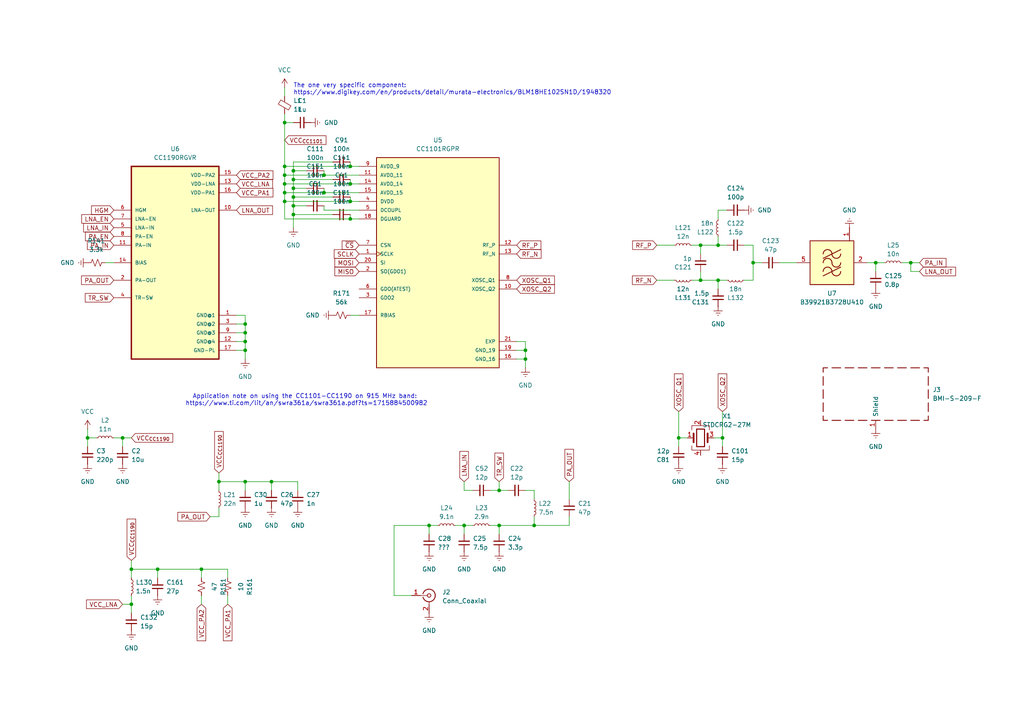
<source format=kicad_sch>
(kicad_sch
	(version 20231120)
	(generator "eeschema")
	(generator_version "8.0")
	(uuid "be007cbd-7280-4c6d-9a91-d1466702bedb")
	(paper "A4")
	(title_block
		(title "Guesser")
		(date "2024-05-17")
		(rev "V0.0.3")
		(company "Mines Rocket Club")
		(comment 1 "Andrew Wu")
	)
	(lib_symbols
		(symbol "Connector:Conn_Coaxial"
			(pin_names
				(offset 1.016) hide)
			(exclude_from_sim no)
			(in_bom yes)
			(on_board yes)
			(property "Reference" "J"
				(at 0.254 3.048 0)
				(effects
					(font
						(size 1.27 1.27)
					)
				)
			)
			(property "Value" "Conn_Coaxial"
				(at 2.921 0 90)
				(effects
					(font
						(size 1.27 1.27)
					)
				)
			)
			(property "Footprint" ""
				(at 0 0 0)
				(effects
					(font
						(size 1.27 1.27)
					)
					(hide yes)
				)
			)
			(property "Datasheet" " ~"
				(at 0 0 0)
				(effects
					(font
						(size 1.27 1.27)
					)
					(hide yes)
				)
			)
			(property "Description" "coaxial connector (BNC, SMA, SMB, SMC, Cinch/RCA, LEMO, ...)"
				(at 0 0 0)
				(effects
					(font
						(size 1.27 1.27)
					)
					(hide yes)
				)
			)
			(property "ki_keywords" "BNC SMA SMB SMC LEMO coaxial connector CINCH RCA MCX MMCX U.FL UMRF"
				(at 0 0 0)
				(effects
					(font
						(size 1.27 1.27)
					)
					(hide yes)
				)
			)
			(property "ki_fp_filters" "*BNC* *SMA* *SMB* *SMC* *Cinch* *LEMO* *UMRF* *MCX* *U.FL*"
				(at 0 0 0)
				(effects
					(font
						(size 1.27 1.27)
					)
					(hide yes)
				)
			)
			(symbol "Conn_Coaxial_0_1"
				(arc
					(start -1.778 -0.508)
					(mid 0.2311 -1.8066)
					(end 1.778 0)
					(stroke
						(width 0.254)
						(type default)
					)
					(fill
						(type none)
					)
				)
				(polyline
					(pts
						(xy -2.54 0) (xy -0.508 0)
					)
					(stroke
						(width 0)
						(type default)
					)
					(fill
						(type none)
					)
				)
				(polyline
					(pts
						(xy 0 -2.54) (xy 0 -1.778)
					)
					(stroke
						(width 0)
						(type default)
					)
					(fill
						(type none)
					)
				)
				(circle
					(center 0 0)
					(radius 0.508)
					(stroke
						(width 0.2032)
						(type default)
					)
					(fill
						(type none)
					)
				)
				(arc
					(start 1.778 0)
					(mid 0.2099 1.8101)
					(end -1.778 0.508)
					(stroke
						(width 0.254)
						(type default)
					)
					(fill
						(type none)
					)
				)
			)
			(symbol "Conn_Coaxial_1_1"
				(pin passive line
					(at -5.08 0 0)
					(length 2.54)
					(name "In"
						(effects
							(font
								(size 1.27 1.27)
							)
						)
					)
					(number "1"
						(effects
							(font
								(size 1.27 1.27)
							)
						)
					)
				)
				(pin passive line
					(at 0 -5.08 90)
					(length 2.54)
					(name "Ext"
						(effects
							(font
								(size 1.27 1.27)
							)
						)
					)
					(number "2"
						(effects
							(font
								(size 1.27 1.27)
							)
						)
					)
				)
			)
		)
		(symbol "Custom_Flight_Computer_Symbols:CC1101RGPR"
			(pin_names
				(offset 1.016)
			)
			(exclude_from_sim no)
			(in_bom yes)
			(on_board yes)
			(property "Reference" "U"
				(at -17.78 30.48 0)
				(effects
					(font
						(size 1.27 1.27)
					)
					(justify left bottom)
				)
			)
			(property "Value" "CC1101RGPR"
				(at -17.78 -33.02 0)
				(effects
					(font
						(size 1.27 1.27)
					)
					(justify left bottom)
				)
			)
			(property "Footprint" "locals_but_working_PLEASE:QFN50P400X400X100-21N"
				(at 0 0 0)
				(effects
					(font
						(size 1.27 1.27)
					)
					(justify bottom)
					(hide yes)
				)
			)
			(property "Datasheet" "https://www.ti.com/lit/ds/symlink/cc1101.pdf?HQS=dis-dk-null-digikeymode-dsf-pf-null-wwe&ts=1715814736152&ref_url=https%253A%252F%252Fwww.ti.com%252Fgeneral%252Fdocs%252Fsuppproductinfo.tsp%253FdistId%253D10%2526gotoUrl%253Dhttps%253A%252F%252Fwww.ti.com%252Flit%252Fgpn%252Fcc1101"
				(at 0 0 0)
				(effects
					(font
						(size 1.27 1.27)
					)
					(hide yes)
				)
			)
			(property "Description" "IC RF TxRx Only General ISM < 1GHz 300MHz ~ 348MHz, 387MHz ~ 464MHz, 779MHz ~ 928MHz 20-VFQFN Exposed Pad"
				(at 0 0 0)
				(effects
					(font
						(size 1.27 1.27)
					)
					(hide yes)
				)
			)
			(property "PARTREV" "6-May-2020"
				(at 0 0 0)
				(effects
					(font
						(size 1.27 1.27)
					)
					(justify bottom)
					(hide yes)
				)
			)
			(property "MANUFACTURER" "Texas Instruments"
				(at 0 0 0)
				(effects
					(font
						(size 1.27 1.27)
					)
					(justify bottom)
					(hide yes)
				)
			)
			(property "MAXIMUM_PACKAGE_HIEGHT" "1mm"
				(at 0 0 0)
				(effects
					(font
						(size 1.27 1.27)
					)
					(justify bottom)
					(hide yes)
				)
			)
			(property "STANDARD" "IPC 7351B"
				(at 0 0 0)
				(effects
					(font
						(size 1.27 1.27)
					)
					(justify bottom)
					(hide yes)
				)
			)
			(property "DKPN" "296-35718-1-ND"
				(at 0 0 0)
				(effects
					(font
						(size 1.27 1.27)
					)
					(hide yes)
				)
			)
			(symbol "CC1101RGPR_0_0"
				(rectangle
					(start -17.78 30.48)
					(end 17.78 -30.48)
					(stroke
						(width 0.254)
						(type default)
					)
					(fill
						(type background)
					)
				)
				(pin input clock
					(at -22.86 2.54 0)
					(length 5.08)
					(name "SCLK"
						(effects
							(font
								(size 1.016 1.016)
							)
						)
					)
					(number "1"
						(effects
							(font
								(size 1.016 1.016)
							)
						)
					)
				)
				(pin bidirectional line
					(at 22.86 -7.62 180)
					(length 5.08)
					(name "XOSC_Q2"
						(effects
							(font
								(size 1.016 1.016)
							)
						)
					)
					(number "10"
						(effects
							(font
								(size 1.016 1.016)
							)
						)
					)
				)
				(pin power_in line
					(at -22.86 25.4 0)
					(length 5.08)
					(name "AVDD_11"
						(effects
							(font
								(size 1.016 1.016)
							)
						)
					)
					(number "11"
						(effects
							(font
								(size 1.016 1.016)
							)
						)
					)
				)
				(pin bidirectional line
					(at 22.86 5.08 180)
					(length 5.08)
					(name "RF_P"
						(effects
							(font
								(size 1.016 1.016)
							)
						)
					)
					(number "12"
						(effects
							(font
								(size 1.016 1.016)
							)
						)
					)
				)
				(pin bidirectional line
					(at 22.86 2.54 180)
					(length 5.08)
					(name "RF_N"
						(effects
							(font
								(size 1.016 1.016)
							)
						)
					)
					(number "13"
						(effects
							(font
								(size 1.016 1.016)
							)
						)
					)
				)
				(pin power_in line
					(at -22.86 22.86 0)
					(length 5.08)
					(name "AVDD_14"
						(effects
							(font
								(size 1.016 1.016)
							)
						)
					)
					(number "14"
						(effects
							(font
								(size 1.016 1.016)
							)
						)
					)
				)
				(pin power_in line
					(at -22.86 20.32 0)
					(length 5.08)
					(name "AVDD_15"
						(effects
							(font
								(size 1.016 1.016)
							)
						)
					)
					(number "15"
						(effects
							(font
								(size 1.016 1.016)
							)
						)
					)
				)
				(pin power_in line
					(at 22.86 -27.94 180)
					(length 5.08)
					(name "GND_16"
						(effects
							(font
								(size 1.016 1.016)
							)
						)
					)
					(number "16"
						(effects
							(font
								(size 1.016 1.016)
							)
						)
					)
				)
				(pin bidirectional line
					(at -22.86 -15.24 0)
					(length 5.08)
					(name "RBIAS"
						(effects
							(font
								(size 1.016 1.016)
							)
						)
					)
					(number "17"
						(effects
							(font
								(size 1.016 1.016)
							)
						)
					)
				)
				(pin power_in line
					(at -22.86 12.7 0)
					(length 5.08)
					(name "DGUARD"
						(effects
							(font
								(size 1.016 1.016)
							)
						)
					)
					(number "18"
						(effects
							(font
								(size 1.016 1.016)
							)
						)
					)
				)
				(pin power_in line
					(at 22.86 -25.4 180)
					(length 5.08)
					(name "GND_19"
						(effects
							(font
								(size 1.016 1.016)
							)
						)
					)
					(number "19"
						(effects
							(font
								(size 1.016 1.016)
							)
						)
					)
				)
				(pin output line
					(at -22.86 -2.54 0)
					(length 5.08)
					(name "SO(GDO1)"
						(effects
							(font
								(size 1.016 1.016)
							)
						)
					)
					(number "2"
						(effects
							(font
								(size 1.016 1.016)
							)
						)
					)
				)
				(pin input line
					(at -22.86 0 0)
					(length 5.08)
					(name "SI"
						(effects
							(font
								(size 1.016 1.016)
							)
						)
					)
					(number "20"
						(effects
							(font
								(size 1.016 1.016)
							)
						)
					)
				)
				(pin power_in line
					(at 22.86 -22.86 180)
					(length 5.08)
					(name "EXP"
						(effects
							(font
								(size 1.016 1.016)
							)
						)
					)
					(number "21"
						(effects
							(font
								(size 1.016 1.016)
							)
						)
					)
				)
				(pin output line
					(at -22.86 -10.16 0)
					(length 5.08)
					(name "GDO2"
						(effects
							(font
								(size 1.016 1.016)
							)
						)
					)
					(number "3"
						(effects
							(font
								(size 1.016 1.016)
							)
						)
					)
				)
				(pin power_in line
					(at -22.86 17.78 0)
					(length 5.08)
					(name "DVDD"
						(effects
							(font
								(size 1.016 1.016)
							)
						)
					)
					(number "4"
						(effects
							(font
								(size 1.016 1.016)
							)
						)
					)
				)
				(pin power_in line
					(at -22.86 15.24 0)
					(length 5.08)
					(name "DCOUPL"
						(effects
							(font
								(size 1.016 1.016)
							)
						)
					)
					(number "5"
						(effects
							(font
								(size 1.016 1.016)
							)
						)
					)
				)
				(pin bidirectional line
					(at -22.86 -7.62 0)
					(length 5.08)
					(name "GDO(ATEST)"
						(effects
							(font
								(size 1.016 1.016)
							)
						)
					)
					(number "6"
						(effects
							(font
								(size 1.016 1.016)
							)
						)
					)
				)
				(pin input line
					(at -22.86 5.08 0)
					(length 5.08)
					(name "CSN"
						(effects
							(font
								(size 1.016 1.016)
							)
						)
					)
					(number "7"
						(effects
							(font
								(size 1.016 1.016)
							)
						)
					)
				)
				(pin bidirectional line
					(at 22.86 -5.08 180)
					(length 5.08)
					(name "XOSC_Q1"
						(effects
							(font
								(size 1.016 1.016)
							)
						)
					)
					(number "8"
						(effects
							(font
								(size 1.016 1.016)
							)
						)
					)
				)
				(pin power_in line
					(at -22.86 27.94 0)
					(length 5.08)
					(name "AVDD_9"
						(effects
							(font
								(size 1.016 1.016)
							)
						)
					)
					(number "9"
						(effects
							(font
								(size 1.016 1.016)
							)
						)
					)
				)
			)
		)
		(symbol "Custom_Flight_Computer_Symbols:CC1190RGVR"
			(pin_names
				(offset 1.016)
			)
			(exclude_from_sim no)
			(in_bom yes)
			(on_board yes)
			(property "Reference" "IC"
				(at -12.7 28.94 0)
				(effects
					(font
						(size 1.27 1.27)
					)
					(justify left bottom)
				)
			)
			(property "Value" "CC1190RGVR"
				(at -12.7 -31.94 0)
				(effects
					(font
						(size 1.27 1.27)
					)
					(justify left bottom)
				)
			)
			(property "Footprint" "locals_but_working_PLEASE:QFN65P400X400X100-17N"
				(at 0 0 0)
				(effects
					(font
						(size 1.27 1.27)
					)
					(justify bottom)
					(hide yes)
				)
			)
			(property "Datasheet" "https://www.ti.com/lit/ds/symlink/cc1190.pdf?HQS=dis-dk-null-digikeymode-dsf-pf-null-wwe&ts=1715828495879&ref_url=https%253A%252F%252Fwww.ti.com%252Fgeneral%252Fdocs%252Fsuppproductinfo.tsp%253FdistId%253D10%2526gotoUrl%253Dhttps%253A%252F%252Fwww.ti.com%252Flit%252Fgpn%252Fcc1190"
				(at 0 0 0)
				(effects
					(font
						(size 1.27 1.27)
					)
					(hide yes)
				)
			)
			(property "Description" "RF Front End 850MHz ~ 950MHz"
				(at 0 0 0)
				(effects
					(font
						(size 1.27 1.27)
					)
					(hide yes)
				)
			)
			(property "DKPN" "296-36922-1-ND"
				(at 0 0 0)
				(effects
					(font
						(size 1.27 1.27)
					)
					(hide yes)
				)
			)
			(symbol "CC1190RGVR_0_0"
				(rectangle
					(start -12.7 -27.94)
					(end 12.7 27.94)
					(stroke
						(width 0.41)
						(type default)
					)
					(fill
						(type background)
					)
				)
				(pin power_in line
					(at 17.78 -15.24 180)
					(length 5.08)
					(name "GND@1"
						(effects
							(font
								(size 1.016 1.016)
							)
						)
					)
					(number "1"
						(effects
							(font
								(size 1.016 1.016)
							)
						)
					)
				)
				(pin output line
					(at 17.78 15.24 180)
					(length 5.08)
					(name "LNA-OUT"
						(effects
							(font
								(size 1.016 1.016)
							)
						)
					)
					(number "10"
						(effects
							(font
								(size 1.016 1.016)
							)
						)
					)
				)
				(pin input line
					(at -17.78 5.08 0)
					(length 5.08)
					(name "PA-IN"
						(effects
							(font
								(size 1.016 1.016)
							)
						)
					)
					(number "11"
						(effects
							(font
								(size 1.016 1.016)
							)
						)
					)
				)
				(pin power_in line
					(at 17.78 -22.86 180)
					(length 5.08)
					(name "GND@4"
						(effects
							(font
								(size 1.016 1.016)
							)
						)
					)
					(number "12"
						(effects
							(font
								(size 1.016 1.016)
							)
						)
					)
				)
				(pin power_in line
					(at 17.78 22.86 180)
					(length 5.08)
					(name "VDD-LNA"
						(effects
							(font
								(size 1.016 1.016)
							)
						)
					)
					(number "13"
						(effects
							(font
								(size 1.016 1.016)
							)
						)
					)
				)
				(pin bidirectional line
					(at -17.78 0 0)
					(length 5.08)
					(name "BIAS"
						(effects
							(font
								(size 1.016 1.016)
							)
						)
					)
					(number "14"
						(effects
							(font
								(size 1.016 1.016)
							)
						)
					)
				)
				(pin power_in line
					(at 17.78 25.4 180)
					(length 5.08)
					(name "VDD-PA2"
						(effects
							(font
								(size 1.016 1.016)
							)
						)
					)
					(number "15"
						(effects
							(font
								(size 1.016 1.016)
							)
						)
					)
				)
				(pin power_in line
					(at 17.78 20.32 180)
					(length 5.08)
					(name "VDD-PA1"
						(effects
							(font
								(size 1.016 1.016)
							)
						)
					)
					(number "16"
						(effects
							(font
								(size 1.016 1.016)
							)
						)
					)
				)
				(pin power_in line
					(at 17.78 -25.4 180)
					(length 5.08)
					(name "GND-PL"
						(effects
							(font
								(size 1.016 1.016)
							)
						)
					)
					(number "17"
						(effects
							(font
								(size 1.016 1.016)
							)
						)
					)
				)
				(pin bidirectional line
					(at -17.78 -5.08 0)
					(length 5.08)
					(name "PA-OUT"
						(effects
							(font
								(size 1.016 1.016)
							)
						)
					)
					(number "2"
						(effects
							(font
								(size 1.016 1.016)
							)
						)
					)
				)
				(pin power_in line
					(at 17.78 -17.78 180)
					(length 5.08)
					(name "GND@2"
						(effects
							(font
								(size 1.016 1.016)
							)
						)
					)
					(number "3"
						(effects
							(font
								(size 1.016 1.016)
							)
						)
					)
				)
				(pin bidirectional line
					(at -17.78 -10.16 0)
					(length 5.08)
					(name "TR-SW"
						(effects
							(font
								(size 1.016 1.016)
							)
						)
					)
					(number "4"
						(effects
							(font
								(size 1.016 1.016)
							)
						)
					)
				)
				(pin input line
					(at -17.78 10.16 0)
					(length 5.08)
					(name "LNA-IN"
						(effects
							(font
								(size 1.016 1.016)
							)
						)
					)
					(number "5"
						(effects
							(font
								(size 1.016 1.016)
							)
						)
					)
				)
				(pin input line
					(at -17.78 15.24 0)
					(length 5.08)
					(name "HGM"
						(effects
							(font
								(size 1.016 1.016)
							)
						)
					)
					(number "6"
						(effects
							(font
								(size 1.016 1.016)
							)
						)
					)
				)
				(pin input line
					(at -17.78 12.7 0)
					(length 5.08)
					(name "LNA-EN"
						(effects
							(font
								(size 1.016 1.016)
							)
						)
					)
					(number "7"
						(effects
							(font
								(size 1.016 1.016)
							)
						)
					)
				)
				(pin input line
					(at -17.78 7.62 0)
					(length 5.08)
					(name "PA-EN"
						(effects
							(font
								(size 1.016 1.016)
							)
						)
					)
					(number "8"
						(effects
							(font
								(size 1.016 1.016)
							)
						)
					)
				)
				(pin power_in line
					(at 17.78 -20.32 180)
					(length 5.08)
					(name "GND@3"
						(effects
							(font
								(size 1.016 1.016)
							)
						)
					)
					(number "9"
						(effects
							(font
								(size 1.016 1.016)
							)
						)
					)
				)
			)
		)
		(symbol "Device:C_Small"
			(pin_numbers hide)
			(pin_names
				(offset 0.254) hide)
			(exclude_from_sim no)
			(in_bom yes)
			(on_board yes)
			(property "Reference" "C"
				(at 0.254 1.778 0)
				(effects
					(font
						(size 1.27 1.27)
					)
					(justify left)
				)
			)
			(property "Value" "C_Small"
				(at 0.254 -2.032 0)
				(effects
					(font
						(size 1.27 1.27)
					)
					(justify left)
				)
			)
			(property "Footprint" ""
				(at 0 0 0)
				(effects
					(font
						(size 1.27 1.27)
					)
					(hide yes)
				)
			)
			(property "Datasheet" "~"
				(at 0 0 0)
				(effects
					(font
						(size 1.27 1.27)
					)
					(hide yes)
				)
			)
			(property "Description" "Unpolarized capacitor, small symbol"
				(at 0 0 0)
				(effects
					(font
						(size 1.27 1.27)
					)
					(hide yes)
				)
			)
			(property "ki_keywords" "capacitor cap"
				(at 0 0 0)
				(effects
					(font
						(size 1.27 1.27)
					)
					(hide yes)
				)
			)
			(property "ki_fp_filters" "C_*"
				(at 0 0 0)
				(effects
					(font
						(size 1.27 1.27)
					)
					(hide yes)
				)
			)
			(symbol "C_Small_0_1"
				(polyline
					(pts
						(xy -1.524 -0.508) (xy 1.524 -0.508)
					)
					(stroke
						(width 0.3302)
						(type default)
					)
					(fill
						(type none)
					)
				)
				(polyline
					(pts
						(xy -1.524 0.508) (xy 1.524 0.508)
					)
					(stroke
						(width 0.3048)
						(type default)
					)
					(fill
						(type none)
					)
				)
			)
			(symbol "C_Small_1_1"
				(pin passive line
					(at 0 2.54 270)
					(length 2.032)
					(name "~"
						(effects
							(font
								(size 1.27 1.27)
							)
						)
					)
					(number "1"
						(effects
							(font
								(size 1.27 1.27)
							)
						)
					)
				)
				(pin passive line
					(at 0 -2.54 90)
					(length 2.032)
					(name "~"
						(effects
							(font
								(size 1.27 1.27)
							)
						)
					)
					(number "2"
						(effects
							(font
								(size 1.27 1.27)
							)
						)
					)
				)
			)
		)
		(symbol "Device:Crystal_GND24"
			(pin_names
				(offset 1.016) hide)
			(exclude_from_sim no)
			(in_bom yes)
			(on_board yes)
			(property "Reference" "Y"
				(at 3.175 5.08 0)
				(effects
					(font
						(size 1.27 1.27)
					)
					(justify left)
				)
			)
			(property "Value" "Crystal_GND24"
				(at 3.175 3.175 0)
				(effects
					(font
						(size 1.27 1.27)
					)
					(justify left)
				)
			)
			(property "Footprint" ""
				(at 0 0 0)
				(effects
					(font
						(size 1.27 1.27)
					)
					(hide yes)
				)
			)
			(property "Datasheet" "~"
				(at 0 0 0)
				(effects
					(font
						(size 1.27 1.27)
					)
					(hide yes)
				)
			)
			(property "Description" "Four pin crystal, GND on pins 2 and 4"
				(at 0 0 0)
				(effects
					(font
						(size 1.27 1.27)
					)
					(hide yes)
				)
			)
			(property "ki_keywords" "quartz ceramic resonator oscillator"
				(at 0 0 0)
				(effects
					(font
						(size 1.27 1.27)
					)
					(hide yes)
				)
			)
			(property "ki_fp_filters" "Crystal*"
				(at 0 0 0)
				(effects
					(font
						(size 1.27 1.27)
					)
					(hide yes)
				)
			)
			(symbol "Crystal_GND24_0_1"
				(rectangle
					(start -1.143 2.54)
					(end 1.143 -2.54)
					(stroke
						(width 0.3048)
						(type default)
					)
					(fill
						(type none)
					)
				)
				(polyline
					(pts
						(xy -2.54 0) (xy -2.032 0)
					)
					(stroke
						(width 0)
						(type default)
					)
					(fill
						(type none)
					)
				)
				(polyline
					(pts
						(xy -2.032 -1.27) (xy -2.032 1.27)
					)
					(stroke
						(width 0.508)
						(type default)
					)
					(fill
						(type none)
					)
				)
				(polyline
					(pts
						(xy 0 -3.81) (xy 0 -3.556)
					)
					(stroke
						(width 0)
						(type default)
					)
					(fill
						(type none)
					)
				)
				(polyline
					(pts
						(xy 0 3.556) (xy 0 3.81)
					)
					(stroke
						(width 0)
						(type default)
					)
					(fill
						(type none)
					)
				)
				(polyline
					(pts
						(xy 2.032 -1.27) (xy 2.032 1.27)
					)
					(stroke
						(width 0.508)
						(type default)
					)
					(fill
						(type none)
					)
				)
				(polyline
					(pts
						(xy 2.032 0) (xy 2.54 0)
					)
					(stroke
						(width 0)
						(type default)
					)
					(fill
						(type none)
					)
				)
				(polyline
					(pts
						(xy -2.54 -2.286) (xy -2.54 -3.556) (xy 2.54 -3.556) (xy 2.54 -2.286)
					)
					(stroke
						(width 0)
						(type default)
					)
					(fill
						(type none)
					)
				)
				(polyline
					(pts
						(xy -2.54 2.286) (xy -2.54 3.556) (xy 2.54 3.556) (xy 2.54 2.286)
					)
					(stroke
						(width 0)
						(type default)
					)
					(fill
						(type none)
					)
				)
			)
			(symbol "Crystal_GND24_1_1"
				(pin passive line
					(at -3.81 0 0)
					(length 1.27)
					(name "1"
						(effects
							(font
								(size 1.27 1.27)
							)
						)
					)
					(number "1"
						(effects
							(font
								(size 1.27 1.27)
							)
						)
					)
				)
				(pin passive line
					(at 0 5.08 270)
					(length 1.27)
					(name "2"
						(effects
							(font
								(size 1.27 1.27)
							)
						)
					)
					(number "2"
						(effects
							(font
								(size 1.27 1.27)
							)
						)
					)
				)
				(pin passive line
					(at 3.81 0 180)
					(length 1.27)
					(name "3"
						(effects
							(font
								(size 1.27 1.27)
							)
						)
					)
					(number "3"
						(effects
							(font
								(size 1.27 1.27)
							)
						)
					)
				)
				(pin passive line
					(at 0 -5.08 90)
					(length 1.27)
					(name "4"
						(effects
							(font
								(size 1.27 1.27)
							)
						)
					)
					(number "4"
						(effects
							(font
								(size 1.27 1.27)
							)
						)
					)
				)
			)
		)
		(symbol "Device:FerriteBead_Small"
			(pin_numbers hide)
			(pin_names
				(offset 0)
			)
			(exclude_from_sim no)
			(in_bom yes)
			(on_board yes)
			(property "Reference" "FB"
				(at 1.905 1.27 0)
				(effects
					(font
						(size 1.27 1.27)
					)
					(justify left)
				)
			)
			(property "Value" "FerriteBead_Small"
				(at 1.905 -1.27 0)
				(effects
					(font
						(size 1.27 1.27)
					)
					(justify left)
				)
			)
			(property "Footprint" ""
				(at -1.778 0 90)
				(effects
					(font
						(size 1.27 1.27)
					)
					(hide yes)
				)
			)
			(property "Datasheet" "~"
				(at 0 0 0)
				(effects
					(font
						(size 1.27 1.27)
					)
					(hide yes)
				)
			)
			(property "Description" "Ferrite bead, small symbol"
				(at 0 0 0)
				(effects
					(font
						(size 1.27 1.27)
					)
					(hide yes)
				)
			)
			(property "ki_keywords" "L ferrite bead inductor filter"
				(at 0 0 0)
				(effects
					(font
						(size 1.27 1.27)
					)
					(hide yes)
				)
			)
			(property "ki_fp_filters" "Inductor_* L_* *Ferrite*"
				(at 0 0 0)
				(effects
					(font
						(size 1.27 1.27)
					)
					(hide yes)
				)
			)
			(symbol "FerriteBead_Small_0_1"
				(polyline
					(pts
						(xy 0 -1.27) (xy 0 -0.7874)
					)
					(stroke
						(width 0)
						(type default)
					)
					(fill
						(type none)
					)
				)
				(polyline
					(pts
						(xy 0 0.889) (xy 0 1.2954)
					)
					(stroke
						(width 0)
						(type default)
					)
					(fill
						(type none)
					)
				)
				(polyline
					(pts
						(xy -1.8288 0.2794) (xy -1.1176 1.4986) (xy 1.8288 -0.2032) (xy 1.1176 -1.4224) (xy -1.8288 0.2794)
					)
					(stroke
						(width 0)
						(type default)
					)
					(fill
						(type none)
					)
				)
			)
			(symbol "FerriteBead_Small_1_1"
				(pin passive line
					(at 0 2.54 270)
					(length 1.27)
					(name "~"
						(effects
							(font
								(size 1.27 1.27)
							)
						)
					)
					(number "1"
						(effects
							(font
								(size 1.27 1.27)
							)
						)
					)
				)
				(pin passive line
					(at 0 -2.54 90)
					(length 1.27)
					(name "~"
						(effects
							(font
								(size 1.27 1.27)
							)
						)
					)
					(number "2"
						(effects
							(font
								(size 1.27 1.27)
							)
						)
					)
				)
			)
		)
		(symbol "Device:L_Small"
			(pin_numbers hide)
			(pin_names
				(offset 0.254) hide)
			(exclude_from_sim no)
			(in_bom yes)
			(on_board yes)
			(property "Reference" "L"
				(at 0.762 1.016 0)
				(effects
					(font
						(size 1.27 1.27)
					)
					(justify left)
				)
			)
			(property "Value" "L_Small"
				(at 0.762 -1.016 0)
				(effects
					(font
						(size 1.27 1.27)
					)
					(justify left)
				)
			)
			(property "Footprint" ""
				(at 0 0 0)
				(effects
					(font
						(size 1.27 1.27)
					)
					(hide yes)
				)
			)
			(property "Datasheet" "~"
				(at 0 0 0)
				(effects
					(font
						(size 1.27 1.27)
					)
					(hide yes)
				)
			)
			(property "Description" "Inductor, small symbol"
				(at 0 0 0)
				(effects
					(font
						(size 1.27 1.27)
					)
					(hide yes)
				)
			)
			(property "ki_keywords" "inductor choke coil reactor magnetic"
				(at 0 0 0)
				(effects
					(font
						(size 1.27 1.27)
					)
					(hide yes)
				)
			)
			(property "ki_fp_filters" "Choke_* *Coil* Inductor_* L_*"
				(at 0 0 0)
				(effects
					(font
						(size 1.27 1.27)
					)
					(hide yes)
				)
			)
			(symbol "L_Small_0_1"
				(arc
					(start 0 -2.032)
					(mid 0.5058 -1.524)
					(end 0 -1.016)
					(stroke
						(width 0)
						(type default)
					)
					(fill
						(type none)
					)
				)
				(arc
					(start 0 -1.016)
					(mid 0.5058 -0.508)
					(end 0 0)
					(stroke
						(width 0)
						(type default)
					)
					(fill
						(type none)
					)
				)
				(arc
					(start 0 0)
					(mid 0.5058 0.508)
					(end 0 1.016)
					(stroke
						(width 0)
						(type default)
					)
					(fill
						(type none)
					)
				)
				(arc
					(start 0 1.016)
					(mid 0.5058 1.524)
					(end 0 2.032)
					(stroke
						(width 0)
						(type default)
					)
					(fill
						(type none)
					)
				)
			)
			(symbol "L_Small_1_1"
				(pin passive line
					(at 0 2.54 270)
					(length 0.508)
					(name "~"
						(effects
							(font
								(size 1.27 1.27)
							)
						)
					)
					(number "1"
						(effects
							(font
								(size 1.27 1.27)
							)
						)
					)
				)
				(pin passive line
					(at 0 -2.54 90)
					(length 0.508)
					(name "~"
						(effects
							(font
								(size 1.27 1.27)
							)
						)
					)
					(number "2"
						(effects
							(font
								(size 1.27 1.27)
							)
						)
					)
				)
			)
		)
		(symbol "Device:RFShield_OnePiece"
			(pin_names
				(offset 1.016)
			)
			(exclude_from_sim no)
			(in_bom yes)
			(on_board yes)
			(property "Reference" "J"
				(at 0 5.08 0)
				(effects
					(font
						(size 1.27 1.27)
					)
				)
			)
			(property "Value" "RFShield_OnePiece"
				(at 0 2.54 0)
				(effects
					(font
						(size 1.27 1.27)
					)
				)
			)
			(property "Footprint" ""
				(at 0 -2.54 0)
				(effects
					(font
						(size 1.27 1.27)
					)
					(hide yes)
				)
			)
			(property "Datasheet" "~"
				(at 0 -2.54 0)
				(effects
					(font
						(size 1.27 1.27)
					)
					(hide yes)
				)
			)
			(property "Description" "One-piece EMI RF shielding cabinet"
				(at 0 0 0)
				(effects
					(font
						(size 1.27 1.27)
					)
					(hide yes)
				)
			)
			(property "ki_keywords" "RF EMI shielding cabinet"
				(at 0 0 0)
				(effects
					(font
						(size 1.27 1.27)
					)
					(hide yes)
				)
			)
			(symbol "RFShield_OnePiece_0_1"
				(polyline
					(pts
						(xy -15.24 -5.08) (xy -15.24 -2.54)
					)
					(stroke
						(width 0.254)
						(type default)
					)
					(fill
						(type none)
					)
				)
				(polyline
					(pts
						(xy -15.24 -1.27) (xy -15.24 1.27)
					)
					(stroke
						(width 0.254)
						(type default)
					)
					(fill
						(type none)
					)
				)
				(polyline
					(pts
						(xy -15.24 2.54) (xy -15.24 5.08)
					)
					(stroke
						(width 0.254)
						(type default)
					)
					(fill
						(type none)
					)
				)
				(polyline
					(pts
						(xy -12.7 7.62) (xy -10.16 7.62)
					)
					(stroke
						(width 0.254)
						(type default)
					)
					(fill
						(type none)
					)
				)
				(polyline
					(pts
						(xy -10.16 -7.62) (xy -12.7 -7.62)
					)
					(stroke
						(width 0.254)
						(type default)
					)
					(fill
						(type none)
					)
				)
				(polyline
					(pts
						(xy -6.35 -7.62) (xy -8.89 -7.62)
					)
					(stroke
						(width 0.254)
						(type default)
					)
					(fill
						(type none)
					)
				)
				(polyline
					(pts
						(xy -6.35 7.62) (xy -8.89 7.62)
					)
					(stroke
						(width 0.254)
						(type default)
					)
					(fill
						(type none)
					)
				)
				(polyline
					(pts
						(xy -2.54 -7.62) (xy -5.08 -7.62)
					)
					(stroke
						(width 0.254)
						(type default)
					)
					(fill
						(type none)
					)
				)
				(polyline
					(pts
						(xy -2.54 7.62) (xy -5.08 7.62)
					)
					(stroke
						(width 0.254)
						(type default)
					)
					(fill
						(type none)
					)
				)
				(polyline
					(pts
						(xy -1.27 -7.62) (xy 1.27 -7.62)
					)
					(stroke
						(width 0.254)
						(type default)
					)
					(fill
						(type none)
					)
				)
				(polyline
					(pts
						(xy 1.27 7.62) (xy -1.27 7.62)
					)
					(stroke
						(width 0.254)
						(type default)
					)
					(fill
						(type none)
					)
				)
				(polyline
					(pts
						(xy 2.54 -7.62) (xy 5.08 -7.62)
					)
					(stroke
						(width 0.254)
						(type default)
					)
					(fill
						(type none)
					)
				)
				(polyline
					(pts
						(xy 5.08 7.62) (xy 2.54 7.62)
					)
					(stroke
						(width 0.254)
						(type default)
					)
					(fill
						(type none)
					)
				)
				(polyline
					(pts
						(xy 6.35 -7.62) (xy 8.89 -7.62)
					)
					(stroke
						(width 0.254)
						(type default)
					)
					(fill
						(type none)
					)
				)
				(polyline
					(pts
						(xy 8.89 7.62) (xy 6.35 7.62)
					)
					(stroke
						(width 0.254)
						(type default)
					)
					(fill
						(type none)
					)
				)
				(polyline
					(pts
						(xy 10.16 -7.62) (xy 12.7 -7.62)
					)
					(stroke
						(width 0.254)
						(type default)
					)
					(fill
						(type none)
					)
				)
				(polyline
					(pts
						(xy 12.7 7.62) (xy 10.16 7.62)
					)
					(stroke
						(width 0.254)
						(type default)
					)
					(fill
						(type none)
					)
				)
				(polyline
					(pts
						(xy 15.24 -5.08) (xy 15.24 -2.54)
					)
					(stroke
						(width 0.254)
						(type default)
					)
					(fill
						(type none)
					)
				)
				(polyline
					(pts
						(xy 15.24 -1.27) (xy 15.24 1.27)
					)
					(stroke
						(width 0.254)
						(type default)
					)
					(fill
						(type none)
					)
				)
				(polyline
					(pts
						(xy 15.24 2.54) (xy 15.24 5.08)
					)
					(stroke
						(width 0.254)
						(type default)
					)
					(fill
						(type none)
					)
				)
				(polyline
					(pts
						(xy -15.24 6.35) (xy -15.24 7.62) (xy -13.97 7.62)
					)
					(stroke
						(width 0.254)
						(type default)
					)
					(fill
						(type none)
					)
				)
				(polyline
					(pts
						(xy -13.97 -7.62) (xy -15.24 -7.62) (xy -15.24 -6.35)
					)
					(stroke
						(width 0.254)
						(type default)
					)
					(fill
						(type none)
					)
				)
				(polyline
					(pts
						(xy 13.97 -7.62) (xy 15.24 -7.62) (xy 15.24 -6.35)
					)
					(stroke
						(width 0.254)
						(type default)
					)
					(fill
						(type none)
					)
				)
				(polyline
					(pts
						(xy 15.24 6.35) (xy 15.24 7.62) (xy 13.97 7.62)
					)
					(stroke
						(width 0.254)
						(type default)
					)
					(fill
						(type none)
					)
				)
			)
			(symbol "RFShield_OnePiece_1_1"
				(pin passive line
					(at 0 -10.16 90)
					(length 2.54)
					(name "Shield"
						(effects
							(font
								(size 1.27 1.27)
							)
						)
					)
					(number "1"
						(effects
							(font
								(size 1.27 1.27)
							)
						)
					)
				)
			)
		)
		(symbol "Device:R_Small_US"
			(pin_numbers hide)
			(pin_names
				(offset 0.254) hide)
			(exclude_from_sim no)
			(in_bom yes)
			(on_board yes)
			(property "Reference" "R"
				(at 0.762 0.508 0)
				(effects
					(font
						(size 1.27 1.27)
					)
					(justify left)
				)
			)
			(property "Value" "R_Small_US"
				(at 0.762 -1.016 0)
				(effects
					(font
						(size 1.27 1.27)
					)
					(justify left)
				)
			)
			(property "Footprint" ""
				(at 0 0 0)
				(effects
					(font
						(size 1.27 1.27)
					)
					(hide yes)
				)
			)
			(property "Datasheet" "~"
				(at 0 0 0)
				(effects
					(font
						(size 1.27 1.27)
					)
					(hide yes)
				)
			)
			(property "Description" "Resistor, small US symbol"
				(at 0 0 0)
				(effects
					(font
						(size 1.27 1.27)
					)
					(hide yes)
				)
			)
			(property "ki_keywords" "r resistor"
				(at 0 0 0)
				(effects
					(font
						(size 1.27 1.27)
					)
					(hide yes)
				)
			)
			(property "ki_fp_filters" "R_*"
				(at 0 0 0)
				(effects
					(font
						(size 1.27 1.27)
					)
					(hide yes)
				)
			)
			(symbol "R_Small_US_1_1"
				(polyline
					(pts
						(xy 0 0) (xy 1.016 -0.381) (xy 0 -0.762) (xy -1.016 -1.143) (xy 0 -1.524)
					)
					(stroke
						(width 0)
						(type default)
					)
					(fill
						(type none)
					)
				)
				(polyline
					(pts
						(xy 0 1.524) (xy 1.016 1.143) (xy 0 0.762) (xy -1.016 0.381) (xy 0 0)
					)
					(stroke
						(width 0)
						(type default)
					)
					(fill
						(type none)
					)
				)
				(pin passive line
					(at 0 2.54 270)
					(length 1.016)
					(name "~"
						(effects
							(font
								(size 1.27 1.27)
							)
						)
					)
					(number "1"
						(effects
							(font
								(size 1.27 1.27)
							)
						)
					)
				)
				(pin passive line
					(at 0 -2.54 90)
					(length 1.016)
					(name "~"
						(effects
							(font
								(size 1.27 1.27)
							)
						)
					)
					(number "2"
						(effects
							(font
								(size 1.27 1.27)
							)
						)
					)
				)
			)
		)
		(symbol "RF_Filter:TA0970B"
			(pin_names hide)
			(exclude_from_sim no)
			(in_bom yes)
			(on_board yes)
			(property "Reference" "X"
				(at -5.08 10.16 0)
				(effects
					(font
						(size 1.27 1.27)
					)
				)
			)
			(property "Value" "TA0970B"
				(at -1.27 7.62 0)
				(effects
					(font
						(size 1.27 1.27)
					)
				)
			)
			(property "Footprint" "Filter:Filter_SAW-6_3.8x3.8mm"
				(at 0 8.89 0)
				(effects
					(font
						(size 1.27 1.27)
					)
					(hide yes)
				)
			)
			(property "Datasheet" "https://www.golledge.com/media/3785/mp08167.pdf"
				(at -5.08 8.89 0)
				(effects
					(font
						(size 1.27 1.27)
					)
					(hide yes)
				)
			)
			(property "Description" "Bandpass Filter, 1090MHz, SAW filter 6-pin"
				(at 0 0 0)
				(effects
					(font
						(size 1.27 1.27)
					)
					(hide yes)
				)
			)
			(property "ki_keywords" "SAW Filter 1090 bandpass MP08167"
				(at 0 0 0)
				(effects
					(font
						(size 1.27 1.27)
					)
					(hide yes)
				)
			)
			(property "ki_fp_filters" "Filter*SAW*3.8x3.8mm*"
				(at 0 0 0)
				(effects
					(font
						(size 1.27 1.27)
					)
					(hide yes)
				)
			)
			(symbol "TA0970B_1_1"
				(rectangle
					(start -6.35 6.35)
					(end 6.35 -6.35)
					(stroke
						(width 0.254)
						(type default)
					)
					(fill
						(type background)
					)
				)
				(arc
					(start 0 -2.54)
					(mid -1.27 -1.2755)
					(end -2.54 -2.54)
					(stroke
						(width 0.254)
						(type default)
					)
					(fill
						(type none)
					)
				)
				(arc
					(start 0 -2.54)
					(mid 1.27 -3.8045)
					(end 2.54 -2.54)
					(stroke
						(width 0.254)
						(type default)
					)
					(fill
						(type none)
					)
				)
				(arc
					(start 0 0)
					(mid -1.27 1.2645)
					(end -2.54 0)
					(stroke
						(width 0.254)
						(type default)
					)
					(fill
						(type none)
					)
				)
				(polyline
					(pts
						(xy -2.54 -3.81) (xy 2.54 -1.27)
					)
					(stroke
						(width 0.254)
						(type default)
					)
					(fill
						(type none)
					)
				)
				(polyline
					(pts
						(xy -2.54 1.27) (xy 2.54 3.81)
					)
					(stroke
						(width 0.254)
						(type default)
					)
					(fill
						(type none)
					)
				)
				(arc
					(start 0 0)
					(mid 1.27 -1.2645)
					(end 2.54 0)
					(stroke
						(width 0.254)
						(type default)
					)
					(fill
						(type none)
					)
				)
				(arc
					(start 0 2.54)
					(mid -1.27 3.8045)
					(end -2.54 2.54)
					(stroke
						(width 0.254)
						(type default)
					)
					(fill
						(type none)
					)
				)
				(arc
					(start 0 2.54)
					(mid 1.27 1.2755)
					(end 2.54 2.54)
					(stroke
						(width 0.254)
						(type default)
					)
					(fill
						(type none)
					)
				)
				(pin power_in line
					(at -5.08 -10.16 90)
					(length 3.81)
					(name "GND"
						(effects
							(font
								(size 1.27 1.27)
							)
						)
					)
					(number "1"
						(effects
							(font
								(size 1.27 1.27)
							)
						)
					)
				)
				(pin input line
					(at -10.16 0 0)
					(length 3.81)
					(name "IN"
						(effects
							(font
								(size 1.27 1.27)
							)
						)
					)
					(number "2"
						(effects
							(font
								(size 1.27 1.27)
							)
						)
					)
				)
				(pin passive line
					(at -5.08 -10.16 90)
					(length 3.81) hide
					(name "GND"
						(effects
							(font
								(size 1.27 1.27)
							)
						)
					)
					(number "3"
						(effects
							(font
								(size 1.27 1.27)
							)
						)
					)
				)
				(pin passive line
					(at -5.08 -10.16 90)
					(length 3.81) hide
					(name "GND"
						(effects
							(font
								(size 1.27 1.27)
							)
						)
					)
					(number "4"
						(effects
							(font
								(size 1.27 1.27)
							)
						)
					)
				)
				(pin output line
					(at 10.16 0 180)
					(length 3.81)
					(name "OUT"
						(effects
							(font
								(size 1.27 1.27)
							)
						)
					)
					(number "5"
						(effects
							(font
								(size 1.27 1.27)
							)
						)
					)
				)
				(pin passive line
					(at -5.08 -10.16 90)
					(length 3.81) hide
					(name "GND"
						(effects
							(font
								(size 1.27 1.27)
							)
						)
					)
					(number "6"
						(effects
							(font
								(size 1.27 1.27)
							)
						)
					)
				)
			)
		)
		(symbol "power:Earth"
			(power)
			(pin_numbers hide)
			(pin_names
				(offset 0) hide)
			(exclude_from_sim no)
			(in_bom yes)
			(on_board yes)
			(property "Reference" "#PWR"
				(at 0 -6.35 0)
				(effects
					(font
						(size 1.27 1.27)
					)
					(hide yes)
				)
			)
			(property "Value" "Earth"
				(at 0 -3.81 0)
				(effects
					(font
						(size 1.27 1.27)
					)
				)
			)
			(property "Footprint" ""
				(at 0 0 0)
				(effects
					(font
						(size 1.27 1.27)
					)
					(hide yes)
				)
			)
			(property "Datasheet" "~"
				(at 0 0 0)
				(effects
					(font
						(size 1.27 1.27)
					)
					(hide yes)
				)
			)
			(property "Description" "Power symbol creates a global label with name \"Earth\""
				(at 0 0 0)
				(effects
					(font
						(size 1.27 1.27)
					)
					(hide yes)
				)
			)
			(property "ki_keywords" "global ground gnd"
				(at 0 0 0)
				(effects
					(font
						(size 1.27 1.27)
					)
					(hide yes)
				)
			)
			(symbol "Earth_0_1"
				(polyline
					(pts
						(xy -0.635 -1.905) (xy 0.635 -1.905)
					)
					(stroke
						(width 0)
						(type default)
					)
					(fill
						(type none)
					)
				)
				(polyline
					(pts
						(xy -0.127 -2.54) (xy 0.127 -2.54)
					)
					(stroke
						(width 0)
						(type default)
					)
					(fill
						(type none)
					)
				)
				(polyline
					(pts
						(xy 0 -1.27) (xy 0 0)
					)
					(stroke
						(width 0)
						(type default)
					)
					(fill
						(type none)
					)
				)
				(polyline
					(pts
						(xy 1.27 -1.27) (xy -1.27 -1.27)
					)
					(stroke
						(width 0)
						(type default)
					)
					(fill
						(type none)
					)
				)
			)
			(symbol "Earth_1_1"
				(pin power_in line
					(at 0 0 270)
					(length 0)
					(name "~"
						(effects
							(font
								(size 1.27 1.27)
							)
						)
					)
					(number "1"
						(effects
							(font
								(size 1.27 1.27)
							)
						)
					)
				)
			)
		)
		(symbol "power:VCC"
			(power)
			(pin_numbers hide)
			(pin_names
				(offset 0) hide)
			(exclude_from_sim no)
			(in_bom yes)
			(on_board yes)
			(property "Reference" "#PWR"
				(at 0 -3.81 0)
				(effects
					(font
						(size 1.27 1.27)
					)
					(hide yes)
				)
			)
			(property "Value" "VCC"
				(at 0 3.556 0)
				(effects
					(font
						(size 1.27 1.27)
					)
				)
			)
			(property "Footprint" ""
				(at 0 0 0)
				(effects
					(font
						(size 1.27 1.27)
					)
					(hide yes)
				)
			)
			(property "Datasheet" ""
				(at 0 0 0)
				(effects
					(font
						(size 1.27 1.27)
					)
					(hide yes)
				)
			)
			(property "Description" "Power symbol creates a global label with name \"VCC\""
				(at 0 0 0)
				(effects
					(font
						(size 1.27 1.27)
					)
					(hide yes)
				)
			)
			(property "ki_keywords" "global power"
				(at 0 0 0)
				(effects
					(font
						(size 1.27 1.27)
					)
					(hide yes)
				)
			)
			(symbol "VCC_0_1"
				(polyline
					(pts
						(xy -0.762 1.27) (xy 0 2.54)
					)
					(stroke
						(width 0)
						(type default)
					)
					(fill
						(type none)
					)
				)
				(polyline
					(pts
						(xy 0 0) (xy 0 2.54)
					)
					(stroke
						(width 0)
						(type default)
					)
					(fill
						(type none)
					)
				)
				(polyline
					(pts
						(xy 0 2.54) (xy 0.762 1.27)
					)
					(stroke
						(width 0)
						(type default)
					)
					(fill
						(type none)
					)
				)
			)
			(symbol "VCC_1_1"
				(pin power_in line
					(at 0 0 90)
					(length 0)
					(name "~"
						(effects
							(font
								(size 1.27 1.27)
							)
						)
					)
					(number "1"
						(effects
							(font
								(size 1.27 1.27)
							)
						)
					)
				)
			)
		)
	)
	(junction
		(at 82.55 58.42)
		(diameter 0)
		(color 0 0 0 0)
		(uuid "0249b131-f684-44c4-8f69-adc12addbc52")
	)
	(junction
		(at 82.55 55.88)
		(diameter 0)
		(color 0 0 0 0)
		(uuid "09870b7b-513a-4cce-b116-aab118a4ec9f")
	)
	(junction
		(at 35.56 127)
		(diameter 0)
		(color 0 0 0 0)
		(uuid "0b31cfa9-203c-4c99-aa47-39d52bc9fc89")
	)
	(junction
		(at 203.2 71.12)
		(diameter 0)
		(color 0 0 0 0)
		(uuid "0f271a73-e86f-4cf4-8fda-bcae3b78cc14")
	)
	(junction
		(at 85.09 59.69)
		(diameter 0)
		(color 0 0 0 0)
		(uuid "17241c5d-90c4-4f56-9eda-97ef0bc3687c")
	)
	(junction
		(at 78.74 139.7)
		(diameter 0)
		(color 0 0 0 0)
		(uuid "1a9406de-982f-4b4b-8ab0-8713baf81be9")
	)
	(junction
		(at 71.12 101.6)
		(diameter 0)
		(color 0 0 0 0)
		(uuid "1e62a243-1577-40a8-9f78-1bd98e20daa8")
	)
	(junction
		(at 218.44 76.2)
		(diameter 0)
		(color 0 0 0 0)
		(uuid "25ca41dd-57ba-4048-8d08-6dd5082ea6a7")
	)
	(junction
		(at 82.55 53.34)
		(diameter 0)
		(color 0 0 0 0)
		(uuid "2c54ce46-d860-4883-9474-3a79c207d0d0")
	)
	(junction
		(at 71.12 139.7)
		(diameter 0)
		(color 0 0 0 0)
		(uuid "306e8f85-c625-4fd8-b055-68a117ac7041")
	)
	(junction
		(at 101.6 58.42)
		(diameter 0)
		(color 0 0 0 0)
		(uuid "386ef5d4-bfb4-468d-9e9f-ee0f3781ddcb")
	)
	(junction
		(at 71.12 93.98)
		(diameter 0)
		(color 0 0 0 0)
		(uuid "3888def5-4a0c-4b9a-90c2-3d85e6334f92")
	)
	(junction
		(at 38.1 175.26)
		(diameter 0)
		(color 0 0 0 0)
		(uuid "3fd06b02-76b8-4f80-a557-5f26338c7e0e")
	)
	(junction
		(at 144.78 152.4)
		(diameter 0)
		(color 0 0 0 0)
		(uuid "500981dd-3ec1-4c81-9cf2-001e3c5ea4d2")
	)
	(junction
		(at 196.85 127)
		(diameter 0)
		(color 0 0 0 0)
		(uuid "52115acf-71a3-41db-b50b-924008f4c06f")
	)
	(junction
		(at 38.1 165.1)
		(diameter 0)
		(color 0 0 0 0)
		(uuid "599ca39c-d200-4905-bd0c-0fb0dd9f73d2")
	)
	(junction
		(at 208.28 71.12)
		(diameter 0)
		(color 0 0 0 0)
		(uuid "5a2c7aa3-58c4-487a-9587-4f42955e5b5b")
	)
	(junction
		(at 45.72 165.1)
		(diameter 0)
		(color 0 0 0 0)
		(uuid "5be2209a-dd0e-4c68-a7af-01b171089266")
	)
	(junction
		(at 63.5 139.7)
		(diameter 0)
		(color 0 0 0 0)
		(uuid "5c0edeb7-455b-4f27-9f81-f7d85a48c954")
	)
	(junction
		(at 71.12 99.06)
		(diameter 0)
		(color 0 0 0 0)
		(uuid "6a73cb79-b013-4f67-ae89-813b03ce1cd6")
	)
	(junction
		(at 85.09 57.15)
		(diameter 0)
		(color 0 0 0 0)
		(uuid "6c2d5daa-c53d-45ae-853e-5e30f9e445e0")
	)
	(junction
		(at 203.2 81.28)
		(diameter 0)
		(color 0 0 0 0)
		(uuid "6db3606c-94fe-4252-affc-404a251af836")
	)
	(junction
		(at 25.4 127)
		(diameter 0)
		(color 0 0 0 0)
		(uuid "6ec2521d-3764-4723-bd6d-8f0e67dd2aed")
	)
	(junction
		(at 85.09 62.23)
		(diameter 0)
		(color 0 0 0 0)
		(uuid "786c486d-2e81-4f29-a7cb-613b593d77af")
	)
	(junction
		(at 85.09 52.07)
		(diameter 0)
		(color 0 0 0 0)
		(uuid "7db13fa1-f27d-4220-9fef-a54217616d5d")
	)
	(junction
		(at 71.12 96.52)
		(diameter 0)
		(color 0 0 0 0)
		(uuid "85053ffe-b207-4248-90d1-2f3767590e4a")
	)
	(junction
		(at 101.6 48.26)
		(diameter 0)
		(color 0 0 0 0)
		(uuid "876f8c45-8117-4b44-aaab-2bfe7b4be935")
	)
	(junction
		(at 82.55 50.8)
		(diameter 0)
		(color 0 0 0 0)
		(uuid "88c658d3-1a58-4db8-8c9d-8de12f6b0560")
	)
	(junction
		(at 101.6 53.34)
		(diameter 0)
		(color 0 0 0 0)
		(uuid "8c83558a-5df2-45ef-a68f-2ea2a20788e9")
	)
	(junction
		(at 85.09 49.53)
		(diameter 0)
		(color 0 0 0 0)
		(uuid "902f5cfd-d775-4e93-9471-f340acd98309")
	)
	(junction
		(at 152.4 101.6)
		(diameter 0)
		(color 0 0 0 0)
		(uuid "93da1b02-2132-451d-9911-c8b2b6ad99b6")
	)
	(junction
		(at 209.55 127)
		(diameter 0)
		(color 0 0 0 0)
		(uuid "9d7982d5-6e8e-49a5-990e-89cf4d19116a")
	)
	(junction
		(at 101.6 63.5)
		(diameter 0)
		(color 0 0 0 0)
		(uuid "9dfe5f53-eff5-4c3a-93d3-40aa4b7b9eb5")
	)
	(junction
		(at 144.78 142.24)
		(diameter 0)
		(color 0 0 0 0)
		(uuid "bcd5af1e-3e61-4996-b416-716488de4e2b")
	)
	(junction
		(at 82.55 48.26)
		(diameter 0)
		(color 0 0 0 0)
		(uuid "c2f434c8-1886-485c-b6f9-f4c3b6ad2dd7")
	)
	(junction
		(at 124.46 152.4)
		(diameter 0)
		(color 0 0 0 0)
		(uuid "caa970dc-9e4d-4bbd-8486-b3dc4cde9fc7")
	)
	(junction
		(at 58.42 165.1)
		(diameter 0)
		(color 0 0 0 0)
		(uuid "cbf20349-d40b-47d5-8674-12f579c4e13f")
	)
	(junction
		(at 152.4 104.14)
		(diameter 0)
		(color 0 0 0 0)
		(uuid "cd5a2447-d33f-4661-8b1d-694fae225fa2")
	)
	(junction
		(at 264.16 76.2)
		(diameter 0)
		(color 0 0 0 0)
		(uuid "cd80c2f7-7a46-4eca-a38a-6154696dcfab")
	)
	(junction
		(at 254 76.2)
		(diameter 0)
		(color 0 0 0 0)
		(uuid "d1bb2c45-533c-4e35-8d6f-90aa4b1f28ef")
	)
	(junction
		(at 82.55 35.56)
		(diameter 0)
		(color 0 0 0 0)
		(uuid "d7e5f37a-0a55-4e72-8e45-156d578765ce")
	)
	(junction
		(at 93.98 50.8)
		(diameter 0)
		(color 0 0 0 0)
		(uuid "d9b0f5d4-156a-4a20-879e-92b2c1fa3e52")
	)
	(junction
		(at 208.28 81.28)
		(diameter 0)
		(color 0 0 0 0)
		(uuid "da5c74a0-b2ad-441a-841d-5c3bf72407b4")
	)
	(junction
		(at 93.98 55.88)
		(diameter 0)
		(color 0 0 0 0)
		(uuid "e1857d9b-7ca3-4260-b4dd-659a3ae8d6a8")
	)
	(junction
		(at 85.09 54.61)
		(diameter 0)
		(color 0 0 0 0)
		(uuid "eced55d8-0604-4e0d-b922-deceaddc4c13")
	)
	(junction
		(at 154.94 152.4)
		(diameter 0)
		(color 0 0 0 0)
		(uuid "faa6dccd-13ea-4820-9fb4-d208abd7773d")
	)
	(junction
		(at 134.62 152.4)
		(diameter 0)
		(color 0 0 0 0)
		(uuid "fe9b9c42-ff4d-4559-813c-05e99455523d")
	)
	(wire
		(pts
			(xy 71.12 91.44) (xy 68.58 91.44)
		)
		(stroke
			(width 0)
			(type default)
		)
		(uuid "00eb7e1a-bcfd-4d10-850e-0ccb6c556124")
	)
	(wire
		(pts
			(xy 71.12 101.6) (xy 71.12 99.06)
		)
		(stroke
			(width 0)
			(type default)
		)
		(uuid "025b7473-683d-4aba-842f-a215571219da")
	)
	(wire
		(pts
			(xy 85.09 57.15) (xy 85.09 59.69)
		)
		(stroke
			(width 0)
			(type default)
		)
		(uuid "02a0d422-5a8a-4442-9d92-2e96b7cd5cad")
	)
	(wire
		(pts
			(xy 38.1 165.1) (xy 38.1 167.64)
		)
		(stroke
			(width 0)
			(type default)
		)
		(uuid "0439372d-063f-43de-902c-ab54ca33858e")
	)
	(wire
		(pts
			(xy 209.55 127) (xy 209.55 129.54)
		)
		(stroke
			(width 0)
			(type default)
		)
		(uuid "04a48559-b41e-43d8-ad1d-4a02d8b4564a")
	)
	(wire
		(pts
			(xy 251.46 76.2) (xy 254 76.2)
		)
		(stroke
			(width 0)
			(type default)
		)
		(uuid "051e2088-6f84-475e-bb3d-c8a0d5aa75f8")
	)
	(wire
		(pts
			(xy 142.24 142.24) (xy 144.78 142.24)
		)
		(stroke
			(width 0)
			(type default)
		)
		(uuid "05474639-df6e-490b-9f43-abfbcae7e7a5")
	)
	(wire
		(pts
			(xy 45.72 165.1) (xy 58.42 165.1)
		)
		(stroke
			(width 0)
			(type default)
		)
		(uuid "05e7c076-8a62-4abd-bf70-a9d4d8c8bf00")
	)
	(wire
		(pts
			(xy 190.5 71.12) (xy 195.58 71.12)
		)
		(stroke
			(width 0)
			(type default)
		)
		(uuid "082f9a52-ffc2-4a80-b311-17c3dcfe6788")
	)
	(wire
		(pts
			(xy 82.55 33.02) (xy 82.55 35.56)
		)
		(stroke
			(width 0)
			(type default)
		)
		(uuid "094b0307-5d0e-44c1-be7c-9c49eaf96fd4")
	)
	(wire
		(pts
			(xy 101.6 48.26) (xy 101.6 46.99)
		)
		(stroke
			(width 0)
			(type default)
		)
		(uuid "0ce0ce58-6b8e-4ae7-a1fd-6945db51963c")
	)
	(wire
		(pts
			(xy 25.4 124.46) (xy 25.4 127)
		)
		(stroke
			(width 0)
			(type default)
		)
		(uuid "0ce99822-4c4e-4e28-a59d-35de40d58a9c")
	)
	(wire
		(pts
			(xy 152.4 101.6) (xy 152.4 104.14)
		)
		(stroke
			(width 0)
			(type default)
		)
		(uuid "0e6e85eb-8bd2-4a8f-aa6d-2e8180f0f8e3")
	)
	(wire
		(pts
			(xy 35.56 127) (xy 38.1 127)
		)
		(stroke
			(width 0)
			(type default)
		)
		(uuid "11a44eb7-b7da-43fd-81e8-d922c25df4fa")
	)
	(wire
		(pts
			(xy 85.09 49.53) (xy 85.09 52.07)
		)
		(stroke
			(width 0)
			(type default)
		)
		(uuid "12ad4ee2-37c6-4bc4-a516-25f1d2975959")
	)
	(wire
		(pts
			(xy 134.62 142.24) (xy 137.16 142.24)
		)
		(stroke
			(width 0)
			(type default)
		)
		(uuid "13ec4ff7-9112-47cd-bc4f-db05503c77bc")
	)
	(wire
		(pts
			(xy 68.58 101.6) (xy 71.12 101.6)
		)
		(stroke
			(width 0)
			(type default)
		)
		(uuid "14362949-4a37-4059-a53a-e9ea9ba698d2")
	)
	(wire
		(pts
			(xy 82.55 48.26) (xy 101.6 48.26)
		)
		(stroke
			(width 0)
			(type default)
		)
		(uuid "145d89a7-2da3-48b5-b074-7a544b1cf97f")
	)
	(wire
		(pts
			(xy 152.4 104.14) (xy 152.4 106.68)
		)
		(stroke
			(width 0)
			(type default)
		)
		(uuid "160d5606-8549-41e3-b63f-ae3c6396a08c")
	)
	(wire
		(pts
			(xy 264.16 76.2) (xy 264.16 78.74)
		)
		(stroke
			(width 0)
			(type default)
		)
		(uuid "17b3fa1e-0a1c-4874-9c8f-38012613a381")
	)
	(wire
		(pts
			(xy 210.82 71.12) (xy 208.28 71.12)
		)
		(stroke
			(width 0)
			(type default)
		)
		(uuid "17f81b87-8b7b-4506-9f85-7e1834c99d11")
	)
	(wire
		(pts
			(xy 82.55 63.5) (xy 101.6 63.5)
		)
		(stroke
			(width 0)
			(type default)
		)
		(uuid "191175e0-c184-4813-bcc8-b3a71d58afa6")
	)
	(wire
		(pts
			(xy 134.62 139.7) (xy 134.62 142.24)
		)
		(stroke
			(width 0)
			(type default)
		)
		(uuid "19cec9e9-938c-45bb-b69d-17f876a1bc2c")
	)
	(wire
		(pts
			(xy 149.86 104.14) (xy 152.4 104.14)
		)
		(stroke
			(width 0)
			(type default)
		)
		(uuid "1a2c5b9b-d370-41fb-8084-7f8c63ccfb9f")
	)
	(wire
		(pts
			(xy 154.94 152.4) (xy 165.1 152.4)
		)
		(stroke
			(width 0)
			(type default)
		)
		(uuid "1bf19aca-bad1-4f76-b47a-e5f43ce15b54")
	)
	(wire
		(pts
			(xy 226.06 76.2) (xy 231.14 76.2)
		)
		(stroke
			(width 0)
			(type default)
		)
		(uuid "1ddea65c-762a-4d95-ac97-abb3a6887154")
	)
	(wire
		(pts
			(xy 149.86 99.06) (xy 152.4 99.06)
		)
		(stroke
			(width 0)
			(type default)
		)
		(uuid "1ef1a238-55f0-4bf7-b5df-b1012453fced")
	)
	(wire
		(pts
			(xy 104.14 50.8) (xy 93.98 50.8)
		)
		(stroke
			(width 0)
			(type default)
		)
		(uuid "1f7c99d7-7561-46b3-8fb1-be5d050aea1e")
	)
	(wire
		(pts
			(xy 71.12 139.7) (xy 71.12 142.24)
		)
		(stroke
			(width 0)
			(type default)
		)
		(uuid "2485042e-31d6-4dca-9e6a-d07a4478216e")
	)
	(wire
		(pts
			(xy 85.09 57.15) (xy 96.52 57.15)
		)
		(stroke
			(width 0)
			(type default)
		)
		(uuid "27f5171e-2632-4cd1-a2ab-edd04684b1bb")
	)
	(wire
		(pts
			(xy 208.28 60.96) (xy 208.28 63.5)
		)
		(stroke
			(width 0)
			(type default)
		)
		(uuid "287c9c80-93f4-4f26-b3fe-afd1f564f3d1")
	)
	(wire
		(pts
			(xy 63.5 137.16) (xy 63.5 139.7)
		)
		(stroke
			(width 0)
			(type default)
		)
		(uuid "2929b2c9-dd70-454f-9539-da57ef4c442a")
	)
	(wire
		(pts
			(xy 124.46 152.4) (xy 124.46 154.94)
		)
		(stroke
			(width 0)
			(type default)
		)
		(uuid "2a7424f8-d964-477e-86e6-5f31f1e021d9")
	)
	(wire
		(pts
			(xy 82.55 25.4) (xy 82.55 27.94)
		)
		(stroke
			(width 0)
			(type default)
		)
		(uuid "2e5c4809-6b51-4ca1-9b90-397ccee670ad")
	)
	(wire
		(pts
			(xy 82.55 35.56) (xy 85.09 35.56)
		)
		(stroke
			(width 0)
			(type default)
		)
		(uuid "2e93ba5d-163c-4034-b614-e5a6bf05f662")
	)
	(wire
		(pts
			(xy 144.78 142.24) (xy 147.32 142.24)
		)
		(stroke
			(width 0)
			(type default)
		)
		(uuid "304522ce-7f15-4501-98ee-797f46cab74f")
	)
	(wire
		(pts
			(xy 149.86 101.6) (xy 152.4 101.6)
		)
		(stroke
			(width 0)
			(type default)
		)
		(uuid "3209d9a0-f254-4be1-996b-8b36d9cef9f9")
	)
	(wire
		(pts
			(xy 210.82 81.28) (xy 208.28 81.28)
		)
		(stroke
			(width 0)
			(type default)
		)
		(uuid "32896b5f-4095-474a-880a-2bab4c722529")
	)
	(wire
		(pts
			(xy 254 76.2) (xy 256.54 76.2)
		)
		(stroke
			(width 0)
			(type default)
		)
		(uuid "33dd4086-b4d3-45c2-9593-649389797080")
	)
	(wire
		(pts
			(xy 85.09 59.69) (xy 88.9 59.69)
		)
		(stroke
			(width 0)
			(type default)
		)
		(uuid "34fdf4bc-005d-4791-9aef-9a4527cd4a82")
	)
	(wire
		(pts
			(xy 203.2 71.12) (xy 203.2 73.66)
		)
		(stroke
			(width 0)
			(type default)
		)
		(uuid "3693ca46-2363-4da0-8b2d-e53350cfbf00")
	)
	(wire
		(pts
			(xy 82.55 50.8) (xy 82.55 53.34)
		)
		(stroke
			(width 0)
			(type default)
		)
		(uuid "388bcf16-7210-41c0-b4ca-507a5c76c2e5")
	)
	(wire
		(pts
			(xy 82.55 50.8) (xy 93.98 50.8)
		)
		(stroke
			(width 0)
			(type default)
		)
		(uuid "38bebf70-6a74-4877-ab6c-adcb8e15d5c3")
	)
	(wire
		(pts
			(xy 82.55 53.34) (xy 101.6 53.34)
		)
		(stroke
			(width 0)
			(type default)
		)
		(uuid "38ca6b9d-4b82-4bc5-a1fc-5ba1e5d211fc")
	)
	(wire
		(pts
			(xy 33.02 127) (xy 35.56 127)
		)
		(stroke
			(width 0)
			(type default)
		)
		(uuid "405a423c-fa30-40d6-8268-b5d5bed1c775")
	)
	(wire
		(pts
			(xy 68.58 99.06) (xy 71.12 99.06)
		)
		(stroke
			(width 0)
			(type default)
		)
		(uuid "4143132d-cf33-42dd-9109-8a7a93af7a2a")
	)
	(wire
		(pts
			(xy 71.12 96.52) (xy 71.12 93.98)
		)
		(stroke
			(width 0)
			(type default)
		)
		(uuid "439811ea-e1a6-44dd-bf39-d32567d6e413")
	)
	(wire
		(pts
			(xy 58.42 165.1) (xy 58.42 167.64)
		)
		(stroke
			(width 0)
			(type default)
		)
		(uuid "43e027bf-2fbf-4120-afe7-acc9f40881b9")
	)
	(wire
		(pts
			(xy 154.94 149.86) (xy 154.94 152.4)
		)
		(stroke
			(width 0)
			(type default)
		)
		(uuid "446d6248-1987-4d76-bf8d-a88166395772")
	)
	(wire
		(pts
			(xy 218.44 71.12) (xy 215.9 71.12)
		)
		(stroke
			(width 0)
			(type default)
		)
		(uuid "459af886-ca28-4d80-954c-3ee5c00f6867")
	)
	(wire
		(pts
			(xy 218.44 76.2) (xy 218.44 71.12)
		)
		(stroke
			(width 0)
			(type default)
		)
		(uuid "51878576-3df7-477a-8c4d-834a0b8d5c77")
	)
	(wire
		(pts
			(xy 196.85 127) (xy 199.39 127)
		)
		(stroke
			(width 0)
			(type default)
		)
		(uuid "54ba7591-98f9-45a4-af18-196fa6b46771")
	)
	(wire
		(pts
			(xy 93.98 50.8) (xy 93.98 49.53)
		)
		(stroke
			(width 0)
			(type default)
		)
		(uuid "553ed8ab-e278-43f6-913e-963973d7e5e1")
	)
	(wire
		(pts
			(xy 82.55 35.56) (xy 82.55 48.26)
		)
		(stroke
			(width 0)
			(type default)
		)
		(uuid "5551412c-944e-463d-84e9-c4faba7a849e")
	)
	(wire
		(pts
			(xy 101.6 57.15) (xy 101.6 58.42)
		)
		(stroke
			(width 0)
			(type default)
		)
		(uuid "568f0041-b994-416d-96ae-eb43c04acf07")
	)
	(wire
		(pts
			(xy 35.56 127) (xy 35.56 129.54)
		)
		(stroke
			(width 0)
			(type default)
		)
		(uuid "5a875ba4-ead1-43ba-884e-00f5218cf6f6")
	)
	(wire
		(pts
			(xy 68.58 96.52) (xy 71.12 96.52)
		)
		(stroke
			(width 0)
			(type default)
		)
		(uuid "5bdd459d-38fa-4767-a3ba-aab64a268137")
	)
	(wire
		(pts
			(xy 86.36 139.7) (xy 86.36 142.24)
		)
		(stroke
			(width 0)
			(type default)
		)
		(uuid "5d16889c-8f5b-4434-9aef-bc323f4a0bb8")
	)
	(wire
		(pts
			(xy 30.48 76.2) (xy 33.02 76.2)
		)
		(stroke
			(width 0)
			(type default)
		)
		(uuid "5e69a871-98bd-450c-831f-d70a9b6fb716")
	)
	(wire
		(pts
			(xy 82.55 53.34) (xy 82.55 55.88)
		)
		(stroke
			(width 0)
			(type default)
		)
		(uuid "60ed46fd-def7-4f24-9a87-219325f42bde")
	)
	(wire
		(pts
			(xy 152.4 99.06) (xy 152.4 101.6)
		)
		(stroke
			(width 0)
			(type default)
		)
		(uuid "6321b3c8-1083-4943-af6a-c91bf334dbc8")
	)
	(wire
		(pts
			(xy 254 76.2) (xy 254 78.74)
		)
		(stroke
			(width 0)
			(type default)
		)
		(uuid "652cefda-7721-4379-a346-65b183791414")
	)
	(wire
		(pts
			(xy 196.85 119.38) (xy 196.85 127)
		)
		(stroke
			(width 0)
			(type default)
		)
		(uuid "698895c1-b661-4e18-91d7-538aef03b742")
	)
	(wire
		(pts
			(xy 165.1 139.7) (xy 165.1 144.78)
		)
		(stroke
			(width 0)
			(type default)
		)
		(uuid "6df1bd3b-5b85-43b9-ba17-b94c47fe40ab")
	)
	(wire
		(pts
			(xy 165.1 152.4) (xy 165.1 149.86)
		)
		(stroke
			(width 0)
			(type default)
		)
		(uuid "71760e7c-c336-487a-a5ce-c048174e648a")
	)
	(wire
		(pts
			(xy 85.09 54.61) (xy 88.9 54.61)
		)
		(stroke
			(width 0)
			(type default)
		)
		(uuid "731bf62e-a235-4dcc-b803-628e1d138906")
	)
	(wire
		(pts
			(xy 63.5 139.7) (xy 71.12 139.7)
		)
		(stroke
			(width 0)
			(type default)
		)
		(uuid "75a175bd-9125-466d-a03c-fe6131a30c30")
	)
	(wire
		(pts
			(xy 209.55 119.38) (xy 209.55 127)
		)
		(stroke
			(width 0)
			(type default)
		)
		(uuid "75ef6630-77b1-46e4-8561-7b80d76d392c")
	)
	(wire
		(pts
			(xy 85.09 54.61) (xy 85.09 57.15)
		)
		(stroke
			(width 0)
			(type default)
		)
		(uuid "7635a8f0-86a7-4591-8a51-a71e996a3fca")
	)
	(wire
		(pts
			(xy 220.98 76.2) (xy 218.44 76.2)
		)
		(stroke
			(width 0)
			(type default)
		)
		(uuid "76b1a776-6aa4-4a0b-9ba2-7f2e1980224b")
	)
	(wire
		(pts
			(xy 93.98 60.96) (xy 93.98 59.69)
		)
		(stroke
			(width 0)
			(type default)
		)
		(uuid "77892e2b-8313-4ae6-8a6c-6974a6beb058")
	)
	(wire
		(pts
			(xy 119.38 172.72) (xy 114.3 172.72)
		)
		(stroke
			(width 0)
			(type default)
		)
		(uuid "7b639e58-b2a9-47fc-8774-9bffd6c443de")
	)
	(wire
		(pts
			(xy 82.55 48.26) (xy 82.55 50.8)
		)
		(stroke
			(width 0)
			(type default)
		)
		(uuid "7d22c5c5-f565-41a4-8ed4-53f3b10ec5c1")
	)
	(wire
		(pts
			(xy 38.1 162.56) (xy 38.1 165.1)
		)
		(stroke
			(width 0)
			(type default)
		)
		(uuid "7d233d7e-61f9-4883-ad1b-341f886f0a5c")
	)
	(wire
		(pts
			(xy 85.09 62.23) (xy 85.09 66.04)
		)
		(stroke
			(width 0)
			(type default)
		)
		(uuid "832acbde-9629-4ad3-9ef7-364af9106a5d")
	)
	(wire
		(pts
			(xy 132.08 152.4) (xy 134.62 152.4)
		)
		(stroke
			(width 0)
			(type default)
		)
		(uuid "86076772-5a8d-4fe2-afbf-400d3c271053")
	)
	(wire
		(pts
			(xy 200.66 71.12) (xy 203.2 71.12)
		)
		(stroke
			(width 0)
			(type default)
		)
		(uuid "8b432d67-4649-452f-9214-1490af13d8f4")
	)
	(wire
		(pts
			(xy 215.9 81.28) (xy 218.44 81.28)
		)
		(stroke
			(width 0)
			(type default)
		)
		(uuid "8d2449c0-386c-4a4b-b50a-a811e278e376")
	)
	(wire
		(pts
			(xy 85.09 62.23) (xy 96.52 62.23)
		)
		(stroke
			(width 0)
			(type default)
		)
		(uuid "8dfd4027-1a8a-4a8a-ada9-8af79482d212")
	)
	(wire
		(pts
			(xy 58.42 165.1) (xy 66.04 165.1)
		)
		(stroke
			(width 0)
			(type default)
		)
		(uuid "9174813f-6d8e-4a68-adb7-077f35f1550e")
	)
	(wire
		(pts
			(xy 85.09 46.99) (xy 85.09 49.53)
		)
		(stroke
			(width 0)
			(type default)
		)
		(uuid "92f549a8-e568-4e5c-9bc2-f0f7db71c17a")
	)
	(wire
		(pts
			(xy 154.94 152.4) (xy 144.78 152.4)
		)
		(stroke
			(width 0)
			(type default)
		)
		(uuid "953072cc-3152-4285-a4d4-12c2baa82f50")
	)
	(wire
		(pts
			(xy 144.78 154.94) (xy 144.78 152.4)
		)
		(stroke
			(width 0)
			(type default)
		)
		(uuid "966f6439-5cb6-45e9-bef8-69cf7e48bc3c")
	)
	(wire
		(pts
			(xy 101.6 62.23) (xy 101.6 63.5)
		)
		(stroke
			(width 0)
			(type default)
		)
		(uuid "981c9ea8-1284-4886-8379-880d26c19846")
	)
	(wire
		(pts
			(xy 208.28 83.82) (xy 208.28 81.28)
		)
		(stroke
			(width 0)
			(type default)
		)
		(uuid "9a3af74e-31f7-40fe-97ac-eeafaa22efca")
	)
	(wire
		(pts
			(xy 101.6 91.44) (xy 104.14 91.44)
		)
		(stroke
			(width 0)
			(type default)
		)
		(uuid "9b19d1b0-8158-4814-8bd3-fe4f1ad697b1")
	)
	(wire
		(pts
			(xy 127 152.4) (xy 124.46 152.4)
		)
		(stroke
			(width 0)
			(type default)
		)
		(uuid "9be40795-3948-48d3-934d-a1853f2980d0")
	)
	(wire
		(pts
			(xy 85.09 52.07) (xy 85.09 54.61)
		)
		(stroke
			(width 0)
			(type default)
		)
		(uuid "9da94276-fc7d-4f39-81cc-a4d3d06b02b9")
	)
	(wire
		(pts
			(xy 154.94 144.78) (xy 154.94 142.24)
		)
		(stroke
			(width 0)
			(type default)
		)
		(uuid "9f4555a0-dc8a-4914-833b-73337726a33e")
	)
	(wire
		(pts
			(xy 203.2 71.12) (xy 208.28 71.12)
		)
		(stroke
			(width 0)
			(type default)
		)
		(uuid "a0b11b30-4ddd-4983-bce4-25fc1c8e6e7c")
	)
	(wire
		(pts
			(xy 60.96 149.86) (xy 63.5 149.86)
		)
		(stroke
			(width 0)
			(type default)
		)
		(uuid "a12bc525-9cde-44c8-81b5-73dd398f4e8a")
	)
	(wire
		(pts
			(xy 261.62 76.2) (xy 264.16 76.2)
		)
		(stroke
			(width 0)
			(type default)
		)
		(uuid "a1960317-a0cb-4f0f-8038-c417202b6c9e")
	)
	(wire
		(pts
			(xy 101.6 48.26) (xy 104.14 48.26)
		)
		(stroke
			(width 0)
			(type default)
		)
		(uuid "a27ff5af-7c00-4b03-9211-05636a090e01")
	)
	(wire
		(pts
			(xy 196.85 127) (xy 196.85 129.54)
		)
		(stroke
			(width 0)
			(type default)
		)
		(uuid "a303ce24-87f1-4fc5-bd37-31a4c7e0d3aa")
	)
	(wire
		(pts
			(xy 210.82 60.96) (xy 208.28 60.96)
		)
		(stroke
			(width 0)
			(type default)
		)
		(uuid "a542c970-2acf-40e1-9448-0e68f8e5e31b")
	)
	(wire
		(pts
			(xy 71.12 93.98) (xy 71.12 91.44)
		)
		(stroke
			(width 0)
			(type default)
		)
		(uuid "a56934aa-1ce7-4608-8afc-e17bc723589a")
	)
	(wire
		(pts
			(xy 101.6 53.34) (xy 101.6 52.07)
		)
		(stroke
			(width 0)
			(type default)
		)
		(uuid "a65a9fe1-ec6b-4a3a-8633-a0b9c3321292")
	)
	(wire
		(pts
			(xy 190.5 81.28) (xy 195.58 81.28)
		)
		(stroke
			(width 0)
			(type default)
		)
		(uuid "a67c0e28-364e-4c9a-9904-40696d88e0b0")
	)
	(wire
		(pts
			(xy 58.42 172.72) (xy 58.42 175.26)
		)
		(stroke
			(width 0)
			(type default)
		)
		(uuid "a7d407bc-0621-4607-8971-8b61d4053e1d")
	)
	(wire
		(pts
			(xy 71.12 99.06) (xy 71.12 96.52)
		)
		(stroke
			(width 0)
			(type default)
		)
		(uuid "a87255eb-f3e2-49ea-ad8c-3c194b01fd8b")
	)
	(wire
		(pts
			(xy 66.04 172.72) (xy 66.04 175.26)
		)
		(stroke
			(width 0)
			(type default)
		)
		(uuid "aee37a15-0210-4ac4-b8f7-aa76d06b13cd")
	)
	(wire
		(pts
			(xy 85.09 59.69) (xy 85.09 62.23)
		)
		(stroke
			(width 0)
			(type default)
		)
		(uuid "afb968c0-dc31-4a8a-bbc9-d5ff186e4f3a")
	)
	(wire
		(pts
			(xy 101.6 63.5) (xy 104.14 63.5)
		)
		(stroke
			(width 0)
			(type default)
		)
		(uuid "afd0a0da-5dab-4cd1-9634-51bb758f2dbb")
	)
	(wire
		(pts
			(xy 38.1 175.26) (xy 38.1 177.8)
		)
		(stroke
			(width 0)
			(type default)
		)
		(uuid "b2424659-4e71-4103-94d1-f4d5fd974faf")
	)
	(wire
		(pts
			(xy 82.55 55.88) (xy 93.98 55.88)
		)
		(stroke
			(width 0)
			(type default)
		)
		(uuid "b5a7f40d-b38a-41be-b0e3-a62bebd6345b")
	)
	(wire
		(pts
			(xy 82.55 58.42) (xy 101.6 58.42)
		)
		(stroke
			(width 0)
			(type default)
		)
		(uuid "b82f1153-949d-47e3-9b89-bc7b0f887732")
	)
	(wire
		(pts
			(xy 144.78 152.4) (xy 142.24 152.4)
		)
		(stroke
			(width 0)
			(type default)
		)
		(uuid "b8ef4d5c-4b43-4372-bbbc-90b2e52ea3d4")
	)
	(wire
		(pts
			(xy 104.14 55.88) (xy 93.98 55.88)
		)
		(stroke
			(width 0)
			(type default)
		)
		(uuid "b90223ff-02dc-49db-8daa-44ea49e25479")
	)
	(wire
		(pts
			(xy 71.12 139.7) (xy 78.74 139.7)
		)
		(stroke
			(width 0)
			(type default)
		)
		(uuid "b92a2d5f-19f2-437b-ae78-d7efa1c726f3")
	)
	(wire
		(pts
			(xy 134.62 152.4) (xy 137.16 152.4)
		)
		(stroke
			(width 0)
			(type default)
		)
		(uuid "b92a7b39-ea1c-4967-a840-1574b856962d")
	)
	(wire
		(pts
			(xy 82.55 58.42) (xy 82.55 63.5)
		)
		(stroke
			(width 0)
			(type default)
		)
		(uuid "bad9bfcf-2dc2-4542-a5a0-a09f14b15f99")
	)
	(wire
		(pts
			(xy 66.04 165.1) (xy 66.04 167.64)
		)
		(stroke
			(width 0)
			(type default)
		)
		(uuid "bbbde35c-df61-4a04-a9e5-d38ccde57e8d")
	)
	(wire
		(pts
			(xy 154.94 142.24) (xy 152.4 142.24)
		)
		(stroke
			(width 0)
			(type default)
		)
		(uuid "bbf12e2c-f8d9-400d-bd89-f742ffb66f47")
	)
	(wire
		(pts
			(xy 93.98 55.88) (xy 93.98 54.61)
		)
		(stroke
			(width 0)
			(type default)
		)
		(uuid "bc728ab2-d336-4e27-9a2a-d8887f6b2148")
	)
	(wire
		(pts
			(xy 101.6 53.34) (xy 104.14 53.34)
		)
		(stroke
			(width 0)
			(type default)
		)
		(uuid "c2d12c89-65cc-4ca2-9b12-2df211aefe23")
	)
	(wire
		(pts
			(xy 78.74 139.7) (xy 78.74 142.24)
		)
		(stroke
			(width 0)
			(type default)
		)
		(uuid "c4970d1b-5661-46c5-8866-d1de0943cffd")
	)
	(wire
		(pts
			(xy 104.14 60.96) (xy 93.98 60.96)
		)
		(stroke
			(width 0)
			(type default)
		)
		(uuid "c71b2f4e-41ad-4a19-a7a4-761a75ae5d88")
	)
	(wire
		(pts
			(xy 144.78 139.7) (xy 144.78 142.24)
		)
		(stroke
			(width 0)
			(type default)
		)
		(uuid "d3ed9d50-11c3-4d04-9232-6ae9b3b9f0cf")
	)
	(wire
		(pts
			(xy 208.28 71.12) (xy 208.28 68.58)
		)
		(stroke
			(width 0)
			(type default)
		)
		(uuid "d3f4cf84-3e93-4d7e-b5b6-b8657a5e6fea")
	)
	(wire
		(pts
			(xy 203.2 78.74) (xy 203.2 81.28)
		)
		(stroke
			(width 0)
			(type default)
		)
		(uuid "d4161513-e01e-44ed-9508-149b8240d507")
	)
	(wire
		(pts
			(xy 203.2 81.28) (xy 208.28 81.28)
		)
		(stroke
			(width 0)
			(type default)
		)
		(uuid "d5b0b137-c515-4b7c-bd9e-dc56ba655dbe")
	)
	(wire
		(pts
			(xy 85.09 52.07) (xy 96.52 52.07)
		)
		(stroke
			(width 0)
			(type default)
		)
		(uuid "d773c770-0482-4d3c-b61a-903144bded67")
	)
	(wire
		(pts
			(xy 82.55 55.88) (xy 82.55 58.42)
		)
		(stroke
			(width 0)
			(type default)
		)
		(uuid "da9f4634-2841-409f-b183-f0ffd4421b87")
	)
	(wire
		(pts
			(xy 85.09 46.99) (xy 96.52 46.99)
		)
		(stroke
			(width 0)
			(type default)
		)
		(uuid "db5fcb59-e2e0-4998-a2b0-2dc063a8fefc")
	)
	(wire
		(pts
			(xy 264.16 76.2) (xy 266.7 76.2)
		)
		(stroke
			(width 0)
			(type default)
		)
		(uuid "dbefb928-f3ad-4aed-a8f7-60f985617b16")
	)
	(wire
		(pts
			(xy 134.62 152.4) (xy 134.62 154.94)
		)
		(stroke
			(width 0)
			(type default)
		)
		(uuid "de0e7680-944f-41e0-b084-b9481ba4f9dd")
	)
	(wire
		(pts
			(xy 114.3 152.4) (xy 124.46 152.4)
		)
		(stroke
			(width 0)
			(type default)
		)
		(uuid "df47e529-1582-48ae-986f-0d457299d47e")
	)
	(wire
		(pts
			(xy 200.66 81.28) (xy 203.2 81.28)
		)
		(stroke
			(width 0)
			(type default)
		)
		(uuid "dfe5e77e-87cf-4dbc-a6c4-c2703f5f1142")
	)
	(wire
		(pts
			(xy 85.09 49.53) (xy 88.9 49.53)
		)
		(stroke
			(width 0)
			(type default)
		)
		(uuid "e1a881b4-3cb0-4664-9f7c-54d1f9e6e90c")
	)
	(wire
		(pts
			(xy 63.5 149.86) (xy 63.5 147.32)
		)
		(stroke
			(width 0)
			(type default)
		)
		(uuid "e2caa2b5-3a5f-4b9d-9eda-e0621fe89d1e")
	)
	(wire
		(pts
			(xy 264.16 78.74) (xy 266.7 78.74)
		)
		(stroke
			(width 0)
			(type default)
		)
		(uuid "e41efcd3-7667-48e2-b4e3-dc09bafb8967")
	)
	(wire
		(pts
			(xy 78.74 139.7) (xy 86.36 139.7)
		)
		(stroke
			(width 0)
			(type default)
		)
		(uuid "e49e1734-d6b0-4aa4-b9ac-402c8efd3317")
	)
	(wire
		(pts
			(xy 101.6 58.42) (xy 104.14 58.42)
		)
		(stroke
			(width 0)
			(type default)
		)
		(uuid "e4c04319-7870-45bd-9fc6-c586c9262281")
	)
	(wire
		(pts
			(xy 25.4 127) (xy 25.4 129.54)
		)
		(stroke
			(width 0)
			(type default)
		)
		(uuid "e8d0116a-5d0a-4e0f-ba37-5958e563e8e7")
	)
	(wire
		(pts
			(xy 38.1 172.72) (xy 38.1 175.26)
		)
		(stroke
			(width 0)
			(type default)
		)
		(uuid "edb58446-1440-4c00-9b67-c03acf4e8748")
	)
	(wire
		(pts
			(xy 71.12 104.14) (xy 71.12 101.6)
		)
		(stroke
			(width 0)
			(type default)
		)
		(uuid "f0838062-37fa-4466-acd0-48ff9f391e91")
	)
	(wire
		(pts
			(xy 45.72 165.1) (xy 45.72 167.64)
		)
		(stroke
			(width 0)
			(type default)
		)
		(uuid "f12607a6-cb7b-433f-85fb-753e4cbfed86")
	)
	(wire
		(pts
			(xy 35.56 175.26) (xy 38.1 175.26)
		)
		(stroke
			(width 0)
			(type default)
		)
		(uuid "f1ab441c-1827-47ac-96b8-f477777b297b")
	)
	(wire
		(pts
			(xy 38.1 165.1) (xy 45.72 165.1)
		)
		(stroke
			(width 0)
			(type default)
		)
		(uuid "f33ca0d3-5f9b-45ce-b521-c60ae0291918")
	)
	(wire
		(pts
			(xy 68.58 93.98) (xy 71.12 93.98)
		)
		(stroke
			(width 0)
			(type default)
		)
		(uuid "f4b705af-1f8c-49e2-88ff-60782f46b81a")
	)
	(wire
		(pts
			(xy 209.55 127) (xy 207.01 127)
		)
		(stroke
			(width 0)
			(type default)
		)
		(uuid "f6490a7a-16d7-4001-97ef-d5f4b0a6e616")
	)
	(wire
		(pts
			(xy 114.3 172.72) (xy 114.3 152.4)
		)
		(stroke
			(width 0)
			(type default)
		)
		(uuid "f87b614d-aea3-4526-9268-b455be1dca65")
	)
	(wire
		(pts
			(xy 63.5 139.7) (xy 63.5 142.24)
		)
		(stroke
			(width 0)
			(type default)
		)
		(uuid "f9909010-21e3-4f26-9c41-843282bdf38d")
	)
	(wire
		(pts
			(xy 25.4 127) (xy 27.94 127)
		)
		(stroke
			(width 0)
			(type default)
		)
		(uuid "fbe1e702-d427-4ff1-9cad-74776d11b813")
	)
	(wire
		(pts
			(xy 218.44 81.28) (xy 218.44 76.2)
		)
		(stroke
			(width 0)
			(type default)
		)
		(uuid "fc4cba1c-9c66-4fa5-956d-dfc5024d98d3")
	)
	(text "Application note on using the CC1101-CC1190 on 915 MHz band: \nhttps://www.ti.com/lit/an/swra361a/swra361a.pdf?ts=1715884500982"
		(exclude_from_sim no)
		(at 88.9 114.3 0)
		(effects
			(font
				(size 1.27 1.27)
			)
			(justify top)
		)
		(uuid "af504d92-ed57-4a80-a963-596b42f96d82")
	)
	(text "The one very specific component:\nhttps://www.digikey.com/en/products/detail/murata-electronics/BLM18HE102SN1D/1948320"
		(exclude_from_sim no)
		(at 85.09 24.13 0)
		(effects
			(font
				(size 1.27 1.27)
			)
			(justify left top)
		)
		(uuid "e7840c9a-69a4-4f85-9ab5-f4dfa450b162")
	)
	(global_label "VCC_{CC1101}"
		(shape input)
		(at 82.55 40.64 0)
		(fields_autoplaced yes)
		(effects
			(font
				(size 1.27 1.27)
			)
			(justify left)
		)
		(uuid "01660d09-0146-4af4-8052-2565e5f144b2")
		(property "Intersheetrefs" "${INTERSHEET_REFS}"
			(at 95.117 40.64 0)
			(effects
				(font
					(size 1.27 1.27)
				)
				(justify left)
				(hide yes)
			)
		)
	)
	(global_label "HGM"
		(shape input)
		(at 33.02 60.96 180)
		(fields_autoplaced yes)
		(effects
			(font
				(size 1.27 1.27)
			)
			(justify right)
		)
		(uuid "0a7cc794-e0a3-4dc1-b9c6-d83e911b017f")
		(property "Intersheetrefs" "${INTERSHEET_REFS}"
			(at 25.9829 60.96 0)
			(effects
				(font
					(size 1.27 1.27)
				)
				(justify right)
				(hide yes)
			)
		)
	)
	(global_label "XOSC_Q2"
		(shape input)
		(at 209.55 119.38 90)
		(fields_autoplaced yes)
		(effects
			(font
				(size 1.27 1.27)
			)
			(justify left)
		)
		(uuid "0a8e3db9-24af-4f03-9184-93801d970f6a")
		(property "Intersheetrefs" "${INTERSHEET_REFS}"
			(at 209.55 107.8677 90)
			(effects
				(font
					(size 1.27 1.27)
				)
				(justify left)
				(hide yes)
			)
		)
	)
	(global_label "RF_P"
		(shape input)
		(at 149.86 71.12 0)
		(fields_autoplaced yes)
		(effects
			(font
				(size 1.27 1.27)
			)
			(justify left)
		)
		(uuid "0c8620d9-6958-4d6a-a53c-a4625db372b6")
		(property "Intersheetrefs" "${INTERSHEET_REFS}"
			(at 157.4414 71.12 0)
			(effects
				(font
					(size 1.27 1.27)
				)
				(justify left)
				(hide yes)
			)
		)
	)
	(global_label "PA_OUT"
		(shape input)
		(at 33.02 81.28 180)
		(fields_autoplaced yes)
		(effects
			(font
				(size 1.27 1.27)
			)
			(justify right)
		)
		(uuid "1f4385d3-a834-4983-922a-5db462c60844")
		(property "Intersheetrefs" "${INTERSHEET_REFS}"
			(at 23.08 81.28 0)
			(effects
				(font
					(size 1.27 1.27)
				)
				(justify right)
				(hide yes)
			)
		)
	)
	(global_label "VCC_{CC1190}"
		(shape input)
		(at 38.1 162.56 90)
		(fields_autoplaced yes)
		(effects
			(font
				(size 1.27 1.27)
			)
			(justify left)
		)
		(uuid "23b84de9-178f-4811-a355-76f78b782156")
		(property "Intersheetrefs" "${INTERSHEET_REFS}"
			(at 38.1 149.993 90)
			(effects
				(font
					(size 1.27 1.27)
				)
				(justify left)
				(hide yes)
			)
		)
	)
	(global_label "LNA_OUT"
		(shape input)
		(at 266.7 78.74 0)
		(fields_autoplaced yes)
		(effects
			(font
				(size 1.27 1.27)
			)
			(justify left)
		)
		(uuid "2ba2bd83-8f87-4504-8dc2-1337d2780b72")
		(property "Intersheetrefs" "${INTERSHEET_REFS}"
			(at 277.7286 78.74 0)
			(effects
				(font
					(size 1.27 1.27)
				)
				(justify left)
				(hide yes)
			)
		)
	)
	(global_label "PA_IN"
		(shape input)
		(at 266.7 76.2 0)
		(fields_autoplaced yes)
		(effects
			(font
				(size 1.27 1.27)
			)
			(justify left)
		)
		(uuid "3d3f0bd5-f9fa-42e4-b06c-30f9fc15775d")
		(property "Intersheetrefs" "${INTERSHEET_REFS}"
			(at 274.9467 76.2 0)
			(effects
				(font
					(size 1.27 1.27)
				)
				(justify left)
				(hide yes)
			)
		)
	)
	(global_label "MISO"
		(shape input)
		(at 104.14 78.74 180)
		(fields_autoplaced yes)
		(effects
			(font
				(size 1.27 1.27)
			)
			(justify right)
		)
		(uuid "3dc63cee-569d-4f5a-b30a-a3a650a5ed65")
		(property "Intersheetrefs" "${INTERSHEET_REFS}"
			(at 96.5586 78.74 0)
			(effects
				(font
					(size 1.27 1.27)
				)
				(justify right)
				(hide yes)
			)
		)
	)
	(global_label "TR_SW"
		(shape input)
		(at 33.02 86.36 180)
		(fields_autoplaced yes)
		(effects
			(font
				(size 1.27 1.27)
			)
			(justify right)
		)
		(uuid "416a10b4-9a8f-4ded-9583-9d2387708b41")
		(property "Intersheetrefs" "${INTERSHEET_REFS}"
			(at 24.1687 86.36 0)
			(effects
				(font
					(size 1.27 1.27)
				)
				(justify right)
				(hide yes)
			)
		)
	)
	(global_label "PA_EN"
		(shape input)
		(at 33.02 68.58 180)
		(fields_autoplaced yes)
		(effects
			(font
				(size 1.27 1.27)
			)
			(justify right)
		)
		(uuid "4217da50-7b69-44e6-90b7-2b91b14dd2f9")
		(property "Intersheetrefs" "${INTERSHEET_REFS}"
			(at 24.2291 68.58 0)
			(effects
				(font
					(size 1.27 1.27)
				)
				(justify right)
				(hide yes)
			)
		)
	)
	(global_label "VCC_PA2"
		(shape input)
		(at 68.58 50.8 0)
		(fields_autoplaced yes)
		(effects
			(font
				(size 1.27 1.27)
			)
			(justify left)
		)
		(uuid "4be6f2ca-0efd-48b1-8d75-52b89e0c96ed")
		(property "Intersheetrefs" "${INTERSHEET_REFS}"
			(at 79.7295 50.8 0)
			(effects
				(font
					(size 1.27 1.27)
				)
				(justify left)
				(hide yes)
			)
		)
	)
	(global_label "SCLK"
		(shape input)
		(at 104.14 73.66 180)
		(fields_autoplaced yes)
		(effects
			(font
				(size 1.27 1.27)
			)
			(justify right)
		)
		(uuid "5535073f-e804-46d3-8278-067404e9646f")
		(property "Intersheetrefs" "${INTERSHEET_REFS}"
			(at 96.3772 73.66 0)
			(effects
				(font
					(size 1.27 1.27)
				)
				(justify right)
				(hide yes)
			)
		)
	)
	(global_label "VCC_{CC1190}"
		(shape input)
		(at 63.5 137.16 90)
		(fields_autoplaced yes)
		(effects
			(font
				(size 1.27 1.27)
			)
			(justify left)
		)
		(uuid "5a7a6534-3e22-40ad-b2b4-5a901530d2a6")
		(property "Intersheetrefs" "${INTERSHEET_REFS}"
			(at 63.5 124.593 90)
			(effects
				(font
					(size 1.27 1.27)
				)
				(justify left)
				(hide yes)
			)
		)
	)
	(global_label "LNA_IN"
		(shape input)
		(at 33.02 66.04 180)
		(fields_autoplaced yes)
		(effects
			(font
				(size 1.27 1.27)
			)
			(justify right)
		)
		(uuid "5cd1c90b-903c-4f52-9fb6-c5ef7d0a177f")
		(property "Intersheetrefs" "${INTERSHEET_REFS}"
			(at 23.6847 66.04 0)
			(effects
				(font
					(size 1.27 1.27)
				)
				(justify right)
				(hide yes)
			)
		)
	)
	(global_label "VCC_LNA"
		(shape input)
		(at 35.56 175.26 180)
		(fields_autoplaced yes)
		(effects
			(font
				(size 1.27 1.27)
			)
			(justify right)
		)
		(uuid "5fff0728-52cb-4e50-893e-4c5090b38364")
		(property "Intersheetrefs" "${INTERSHEET_REFS}"
			(at 24.5314 175.26 0)
			(effects
				(font
					(size 1.27 1.27)
				)
				(justify right)
				(hide yes)
			)
		)
	)
	(global_label "RF_N"
		(shape input)
		(at 190.5 81.28 180)
		(fields_autoplaced yes)
		(effects
			(font
				(size 1.27 1.27)
			)
			(justify right)
		)
		(uuid "601132c1-fd66-4f3b-949c-cb859f4130d8")
		(property "Intersheetrefs" "${INTERSHEET_REFS}"
			(at 182.8581 81.28 0)
			(effects
				(font
					(size 1.27 1.27)
				)
				(justify right)
				(hide yes)
			)
		)
	)
	(global_label "LNA_EN"
		(shape input)
		(at 33.02 63.5 180)
		(fields_autoplaced yes)
		(effects
			(font
				(size 1.27 1.27)
			)
			(justify right)
		)
		(uuid "648fb81c-ab9b-4ff5-a426-e5bc9c569426")
		(property "Intersheetrefs" "${INTERSHEET_REFS}"
			(at 23.1405 63.5 0)
			(effects
				(font
					(size 1.27 1.27)
				)
				(justify right)
				(hide yes)
			)
		)
	)
	(global_label "LNA_IN"
		(shape input)
		(at 134.62 139.7 90)
		(fields_autoplaced yes)
		(effects
			(font
				(size 1.27 1.27)
			)
			(justify left)
		)
		(uuid "66f6181f-ee5b-4ac3-b67c-619905903724")
		(property "Intersheetrefs" "${INTERSHEET_REFS}"
			(at 134.62 130.3647 90)
			(effects
				(font
					(size 1.27 1.27)
				)
				(justify left)
				(hide yes)
			)
		)
	)
	(global_label "VCC_PA2"
		(shape input)
		(at 58.42 175.26 270)
		(fields_autoplaced yes)
		(effects
			(font
				(size 1.27 1.27)
			)
			(justify right)
		)
		(uuid "7afc4d4f-c106-4f87-8720-025ae5fbf901")
		(property "Intersheetrefs" "${INTERSHEET_REFS}"
			(at 58.42 186.4095 90)
			(effects
				(font
					(size 1.27 1.27)
				)
				(justify right)
				(hide yes)
			)
		)
	)
	(global_label "~{CS}"
		(shape input)
		(at 104.14 71.12 180)
		(fields_autoplaced yes)
		(effects
			(font
				(size 1.27 1.27)
			)
			(justify right)
		)
		(uuid "7c82cff7-253d-4e68-ae81-2f94eac664f3")
		(property "Intersheetrefs" "${INTERSHEET_REFS}"
			(at 98.6753 71.12 0)
			(effects
				(font
					(size 1.27 1.27)
				)
				(justify right)
				(hide yes)
			)
		)
	)
	(global_label "RF_N"
		(shape input)
		(at 149.86 73.66 0)
		(fields_autoplaced yes)
		(effects
			(font
				(size 1.27 1.27)
			)
			(justify left)
		)
		(uuid "84566835-5d7b-4f98-a67d-b6fa0ccc199b")
		(property "Intersheetrefs" "${INTERSHEET_REFS}"
			(at 157.5019 73.66 0)
			(effects
				(font
					(size 1.27 1.27)
				)
				(justify left)
				(hide yes)
			)
		)
	)
	(global_label "VCC_{CC1190}"
		(shape input)
		(at 38.1 127 0)
		(fields_autoplaced yes)
		(effects
			(font
				(size 1.27 1.27)
			)
			(justify left)
		)
		(uuid "94bbe847-925d-4644-bdbc-a9984161b743")
		(property "Intersheetrefs" "${INTERSHEET_REFS}"
			(at 50.667 127 0)
			(effects
				(font
					(size 1.27 1.27)
				)
				(justify left)
				(hide yes)
			)
		)
	)
	(global_label "XOSC_Q1"
		(shape input)
		(at 149.86 81.28 0)
		(fields_autoplaced yes)
		(effects
			(font
				(size 1.27 1.27)
			)
			(justify left)
		)
		(uuid "9760064a-70d9-4066-b1f7-c0602f1db077")
		(property "Intersheetrefs" "${INTERSHEET_REFS}"
			(at 161.3723 81.28 0)
			(effects
				(font
					(size 1.27 1.27)
				)
				(justify left)
				(hide yes)
			)
		)
	)
	(global_label "XOSC_Q1"
		(shape input)
		(at 196.85 119.38 90)
		(fields_autoplaced yes)
		(effects
			(font
				(size 1.27 1.27)
			)
			(justify left)
		)
		(uuid "9ad3b479-2e38-4f16-82be-f431d8ef0bab")
		(property "Intersheetrefs" "${INTERSHEET_REFS}"
			(at 196.85 107.8677 90)
			(effects
				(font
					(size 1.27 1.27)
				)
				(justify left)
				(hide yes)
			)
		)
	)
	(global_label "VCC_LNA"
		(shape input)
		(at 68.58 53.34 0)
		(fields_autoplaced yes)
		(effects
			(font
				(size 1.27 1.27)
			)
			(justify left)
		)
		(uuid "9f5aa72c-36c2-4434-90b5-63a4b4bcf711")
		(property "Intersheetrefs" "${INTERSHEET_REFS}"
			(at 79.6086 53.34 0)
			(effects
				(font
					(size 1.27 1.27)
				)
				(justify left)
				(hide yes)
			)
		)
	)
	(global_label "VCC_PA1"
		(shape input)
		(at 66.04 175.26 270)
		(fields_autoplaced yes)
		(effects
			(font
				(size 1.27 1.27)
			)
			(justify right)
		)
		(uuid "b83511d2-1169-46ff-8cd0-a5bbac3b303b")
		(property "Intersheetrefs" "${INTERSHEET_REFS}"
			(at 66.04 186.4095 90)
			(effects
				(font
					(size 1.27 1.27)
				)
				(justify right)
				(hide yes)
			)
		)
	)
	(global_label "PA_OUT"
		(shape input)
		(at 60.96 149.86 180)
		(fields_autoplaced yes)
		(effects
			(font
				(size 1.27 1.27)
			)
			(justify right)
		)
		(uuid "f17b2714-a3db-4e30-863f-4aa5c7c27f75")
		(property "Intersheetrefs" "${INTERSHEET_REFS}"
			(at 51.02 149.86 0)
			(effects
				(font
					(size 1.27 1.27)
				)
				(justify right)
				(hide yes)
			)
		)
	)
	(global_label "XOSC_Q2"
		(shape input)
		(at 149.86 83.82 0)
		(fields_autoplaced yes)
		(effects
			(font
				(size 1.27 1.27)
			)
			(justify left)
		)
		(uuid "f210a47b-71c3-4707-a4c7-87832fe51297")
		(property "Intersheetrefs" "${INTERSHEET_REFS}"
			(at 161.3723 83.82 0)
			(effects
				(font
					(size 1.27 1.27)
				)
				(justify left)
				(hide yes)
			)
		)
	)
	(global_label "RF_P"
		(shape input)
		(at 190.5 71.12 180)
		(fields_autoplaced yes)
		(effects
			(font
				(size 1.27 1.27)
			)
			(justify right)
		)
		(uuid "f40bef80-6c01-4b24-84b7-540a1b5dc77c")
		(property "Intersheetrefs" "${INTERSHEET_REFS}"
			(at 182.9186 71.12 0)
			(effects
				(font
					(size 1.27 1.27)
				)
				(justify right)
				(hide yes)
			)
		)
	)
	(global_label "TR_SW"
		(shape input)
		(at 144.78 139.7 90)
		(fields_autoplaced yes)
		(effects
			(font
				(size 1.27 1.27)
			)
			(justify left)
		)
		(uuid "f5053486-6ae1-4b3b-be54-1cc1b2a80a80")
		(property "Intersheetrefs" "${INTERSHEET_REFS}"
			(at 144.78 130.8487 90)
			(effects
				(font
					(size 1.27 1.27)
				)
				(justify left)
				(hide yes)
			)
		)
	)
	(global_label "PA_OUT"
		(shape input)
		(at 165.1 139.7 90)
		(fields_autoplaced yes)
		(effects
			(font
				(size 1.27 1.27)
			)
			(justify left)
		)
		(uuid "f75eb417-36a1-4b63-8fbf-d423380e71d1")
		(property "Intersheetrefs" "${INTERSHEET_REFS}"
			(at 165.1 129.76 90)
			(effects
				(font
					(size 1.27 1.27)
				)
				(justify left)
				(hide yes)
			)
		)
	)
	(global_label "MOSI"
		(shape input)
		(at 104.14 76.2 180)
		(fields_autoplaced yes)
		(effects
			(font
				(size 1.27 1.27)
			)
			(justify right)
		)
		(uuid "fb7e80b0-4deb-4d34-a088-3639edf673f3")
		(property "Intersheetrefs" "${INTERSHEET_REFS}"
			(at 96.5586 76.2 0)
			(effects
				(font
					(size 1.27 1.27)
				)
				(justify right)
				(hide yes)
			)
		)
	)
	(global_label "PA_IN"
		(shape input)
		(at 33.02 71.12 180)
		(fields_autoplaced yes)
		(effects
			(font
				(size 1.27 1.27)
			)
			(justify right)
		)
		(uuid "fc3c7458-9cb1-4058-8b90-83b4bebdc655")
		(property "Intersheetrefs" "${INTERSHEET_REFS}"
			(at 24.7733 71.12 0)
			(effects
				(font
					(size 1.27 1.27)
				)
				(justify right)
				(hide yes)
			)
		)
	)
	(global_label "LNA_OUT"
		(shape input)
		(at 68.58 60.96 0)
		(fields_autoplaced yes)
		(effects
			(font
				(size 1.27 1.27)
			)
			(justify left)
		)
		(uuid "fc9abbc0-0623-4f56-88a5-97806cb3b496")
		(property "Intersheetrefs" "${INTERSHEET_REFS}"
			(at 79.6086 60.96 0)
			(effects
				(font
					(size 1.27 1.27)
				)
				(justify left)
				(hide yes)
			)
		)
	)
	(global_label "VCC_PA1"
		(shape input)
		(at 68.58 55.88 0)
		(fields_autoplaced yes)
		(effects
			(font
				(size 1.27 1.27)
			)
			(justify left)
		)
		(uuid "fd456d9e-8af4-4b4d-82ec-f977bb4f38e9")
		(property "Intersheetrefs" "${INTERSHEET_REFS}"
			(at 79.7295 55.88 0)
			(effects
				(font
					(size 1.27 1.27)
				)
				(justify left)
				(hide yes)
			)
		)
	)
	(symbol
		(lib_id "power:Earth")
		(at 35.56 134.62 0)
		(unit 1)
		(exclude_from_sim no)
		(in_bom yes)
		(on_board yes)
		(dnp no)
		(fields_autoplaced yes)
		(uuid "00492cad-87ca-4014-892c-a9efd419ebb5")
		(property "Reference" "#PWR032"
			(at 35.56 140.97 0)
			(effects
				(font
					(size 1.27 1.27)
				)
				(hide yes)
			)
		)
		(property "Value" "GND"
			(at 35.56 139.7 0)
			(effects
				(font
					(size 1.27 1.27)
				)
			)
		)
		(property "Footprint" ""
			(at 35.56 134.62 0)
			(effects
				(font
					(size 1.27 1.27)
				)
				(hide yes)
			)
		)
		(property "Datasheet" "~"
			(at 35.56 134.62 0)
			(effects
				(font
					(size 1.27 1.27)
				)
				(hide yes)
			)
		)
		(property "Description" "Power symbol creates a global label with name \"Earth\""
			(at 35.56 134.62 0)
			(effects
				(font
					(size 1.27 1.27)
				)
				(hide yes)
			)
		)
		(pin "1"
			(uuid "0f6314d0-5d0b-4b4c-af9a-4a0501a0eb99")
		)
		(instances
			(project "the_guesser"
				(path "/473e3a2e-6c5e-4995-af4a-e4bf1449cab0/144203ce-f59d-4228-a9f3-243b499459b2"
					(reference "#PWR032")
					(unit 1)
				)
			)
		)
	)
	(symbol
		(lib_id "power:Earth")
		(at 254 83.82 0)
		(unit 1)
		(exclude_from_sim no)
		(in_bom yes)
		(on_board yes)
		(dnp no)
		(fields_autoplaced yes)
		(uuid "012e391e-c8a1-4ac1-8327-3726ddec8383")
		(property "Reference" "#PWR026"
			(at 254 90.17 0)
			(effects
				(font
					(size 1.27 1.27)
				)
				(hide yes)
			)
		)
		(property "Value" "GND"
			(at 254 88.9 0)
			(effects
				(font
					(size 1.27 1.27)
				)
			)
		)
		(property "Footprint" ""
			(at 254 83.82 0)
			(effects
				(font
					(size 1.27 1.27)
				)
				(hide yes)
			)
		)
		(property "Datasheet" "~"
			(at 254 83.82 0)
			(effects
				(font
					(size 1.27 1.27)
				)
				(hide yes)
			)
		)
		(property "Description" "Power symbol creates a global label with name \"Earth\""
			(at 254 83.82 0)
			(effects
				(font
					(size 1.27 1.27)
				)
				(hide yes)
			)
		)
		(pin "1"
			(uuid "1fe55789-b162-4037-bc99-077827848c18")
		)
		(instances
			(project "the_guesser"
				(path "/473e3a2e-6c5e-4995-af4a-e4bf1449cab0/144203ce-f59d-4228-a9f3-243b499459b2"
					(reference "#PWR026")
					(unit 1)
				)
			)
		)
	)
	(symbol
		(lib_id "power:Earth")
		(at 124.46 177.8 0)
		(unit 1)
		(exclude_from_sim no)
		(in_bom yes)
		(on_board yes)
		(dnp no)
		(fields_autoplaced yes)
		(uuid "02f580dd-2158-4658-bf95-d82af479ec3f")
		(property "Reference" "#PWR038"
			(at 124.46 184.15 0)
			(effects
				(font
					(size 1.27 1.27)
				)
				(hide yes)
			)
		)
		(property "Value" "GND"
			(at 124.46 182.88 0)
			(effects
				(font
					(size 1.27 1.27)
				)
			)
		)
		(property "Footprint" ""
			(at 124.46 177.8 0)
			(effects
				(font
					(size 1.27 1.27)
				)
				(hide yes)
			)
		)
		(property "Datasheet" "~"
			(at 124.46 177.8 0)
			(effects
				(font
					(size 1.27 1.27)
				)
				(hide yes)
			)
		)
		(property "Description" "Power symbol creates a global label with name \"Earth\""
			(at 124.46 177.8 0)
			(effects
				(font
					(size 1.27 1.27)
				)
				(hide yes)
			)
		)
		(pin "1"
			(uuid "d76c029b-4f2e-4495-b499-1e732ffaf4cb")
		)
		(instances
			(project "the_guesser"
				(path "/473e3a2e-6c5e-4995-af4a-e4bf1449cab0/144203ce-f59d-4228-a9f3-243b499459b2"
					(reference "#PWR038")
					(unit 1)
				)
			)
		)
	)
	(symbol
		(lib_id "power:Earth")
		(at 45.72 172.72 0)
		(unit 1)
		(exclude_from_sim no)
		(in_bom yes)
		(on_board yes)
		(dnp no)
		(fields_autoplaced yes)
		(uuid "06648186-d99d-4648-9502-2975f562621b")
		(property "Reference" "#PWR033"
			(at 45.72 179.07 0)
			(effects
				(font
					(size 1.27 1.27)
				)
				(hide yes)
			)
		)
		(property "Value" "GND"
			(at 45.72 177.8 0)
			(effects
				(font
					(size 1.27 1.27)
				)
			)
		)
		(property "Footprint" ""
			(at 45.72 172.72 0)
			(effects
				(font
					(size 1.27 1.27)
				)
				(hide yes)
			)
		)
		(property "Datasheet" "~"
			(at 45.72 172.72 0)
			(effects
				(font
					(size 1.27 1.27)
				)
				(hide yes)
			)
		)
		(property "Description" "Power symbol creates a global label with name \"Earth\""
			(at 45.72 172.72 0)
			(effects
				(font
					(size 1.27 1.27)
				)
				(hide yes)
			)
		)
		(pin "1"
			(uuid "518c090c-b7cf-45d5-90f5-f314911ccc70")
		)
		(instances
			(project "the_guesser"
				(path "/473e3a2e-6c5e-4995-af4a-e4bf1449cab0/144203ce-f59d-4228-a9f3-243b499459b2"
					(reference "#PWR033")
					(unit 1)
				)
			)
		)
	)
	(symbol
		(lib_id "Device:L_Small")
		(at 208.28 66.04 180)
		(unit 1)
		(exclude_from_sim no)
		(in_bom yes)
		(on_board yes)
		(dnp no)
		(fields_autoplaced yes)
		(uuid "07c9307d-bdac-444b-aed5-0b792e5ce9e7")
		(property "Reference" "L122"
			(at 207.01 67.3101 0)
			(effects
				(font
					(size 1.27 1.27)
				)
				(justify left)
			)
		)
		(property "Value" "18n"
			(at 207.01 64.7701 0)
			(effects
				(font
					(size 1.27 1.27)
				)
				(justify left)
			)
		)
		(property "Footprint" "Inductor_SMD:L_0603_1608Metric"
			(at 208.28 66.04 0)
			(effects
				(font
					(size 1.27 1.27)
				)
				(hide yes)
			)
		)
		(property "Datasheet" "~"
			(at 208.28 66.04 0)
			(effects
				(font
					(size 1.27 1.27)
				)
				(hide yes)
			)
		)
		(property "Description" "Inductor, small symbol"
			(at 208.28 66.04 0)
			(effects
				(font
					(size 1.27 1.27)
				)
				(hide yes)
			)
		)
		(pin "1"
			(uuid "b3f50da0-5414-4b33-9dba-d53c6a9fd15c")
		)
		(pin "2"
			(uuid "0013b77b-a559-4619-901e-1c54b912f74b")
		)
		(instances
			(project "the_guesser"
				(path "/473e3a2e-6c5e-4995-af4a-e4bf1449cab0/144203ce-f59d-4228-a9f3-243b499459b2"
					(reference "L122")
					(unit 1)
				)
			)
		)
	)
	(symbol
		(lib_id "Device:C_Small")
		(at 213.36 60.96 90)
		(unit 1)
		(exclude_from_sim no)
		(in_bom yes)
		(on_board yes)
		(dnp no)
		(fields_autoplaced yes)
		(uuid "0a7fe139-5cd4-44b7-bb0e-46ee17907819")
		(property "Reference" "C124"
			(at 213.3663 54.61 90)
			(effects
				(font
					(size 1.27 1.27)
				)
			)
		)
		(property "Value" "100p"
			(at 213.3663 57.15 90)
			(effects
				(font
					(size 1.27 1.27)
				)
			)
		)
		(property "Footprint" "Capacitor_SMD:C_0603_1608Metric"
			(at 213.36 60.96 0)
			(effects
				(font
					(size 1.27 1.27)
				)
				(hide yes)
			)
		)
		(property "Datasheet" "~"
			(at 213.36 60.96 0)
			(effects
				(font
					(size 1.27 1.27)
				)
				(hide yes)
			)
		)
		(property "Description" "Unpolarized capacitor, small symbol"
			(at 213.36 60.96 0)
			(effects
				(font
					(size 1.27 1.27)
				)
				(hide yes)
			)
		)
		(pin "1"
			(uuid "1325ca06-0f3c-43a1-8820-6c7582cb749b")
		)
		(pin "2"
			(uuid "a537d294-1835-433d-8b0b-e1afda492144")
		)
		(instances
			(project "the_guesser"
				(path "/473e3a2e-6c5e-4995-af4a-e4bf1449cab0/144203ce-f59d-4228-a9f3-243b499459b2"
					(reference "C124")
					(unit 1)
				)
			)
		)
	)
	(symbol
		(lib_id "power:Earth")
		(at 25.4 134.62 0)
		(unit 1)
		(exclude_from_sim no)
		(in_bom yes)
		(on_board yes)
		(dnp no)
		(fields_autoplaced yes)
		(uuid "0c09786a-c948-4b81-b318-987f53e83590")
		(property "Reference" "#PWR031"
			(at 25.4 140.97 0)
			(effects
				(font
					(size 1.27 1.27)
				)
				(hide yes)
			)
		)
		(property "Value" "GND"
			(at 25.4 139.7 0)
			(effects
				(font
					(size 1.27 1.27)
				)
			)
		)
		(property "Footprint" ""
			(at 25.4 134.62 0)
			(effects
				(font
					(size 1.27 1.27)
				)
				(hide yes)
			)
		)
		(property "Datasheet" "~"
			(at 25.4 134.62 0)
			(effects
				(font
					(size 1.27 1.27)
				)
				(hide yes)
			)
		)
		(property "Description" "Power symbol creates a global label with name \"Earth\""
			(at 25.4 134.62 0)
			(effects
				(font
					(size 1.27 1.27)
				)
				(hide yes)
			)
		)
		(pin "1"
			(uuid "68eca893-a08e-4721-b638-5a208800f2a7")
		)
		(instances
			(project "the_guesser"
				(path "/473e3a2e-6c5e-4995-af4a-e4bf1449cab0/144203ce-f59d-4228-a9f3-243b499459b2"
					(reference "#PWR031")
					(unit 1)
				)
			)
		)
	)
	(symbol
		(lib_id "Device:C_Small")
		(at 209.55 132.08 180)
		(unit 1)
		(exclude_from_sim no)
		(in_bom yes)
		(on_board yes)
		(dnp no)
		(fields_autoplaced yes)
		(uuid "0e8b6cbf-bb61-4ce5-b6d2-ce87bac534b5")
		(property "Reference" "C101"
			(at 212.09 130.8035 0)
			(effects
				(font
					(size 1.27 1.27)
				)
				(justify right)
			)
		)
		(property "Value" "15p"
			(at 212.09 133.3435 0)
			(effects
				(font
					(size 1.27 1.27)
				)
				(justify right)
			)
		)
		(property "Footprint" "Capacitor_SMD:C_0603_1608Metric"
			(at 209.55 132.08 0)
			(effects
				(font
					(size 1.27 1.27)
				)
				(hide yes)
			)
		)
		(property "Datasheet" "~"
			(at 209.55 132.08 0)
			(effects
				(font
					(size 1.27 1.27)
				)
				(hide yes)
			)
		)
		(property "Description" "Unpolarized capacitor, small symbol"
			(at 209.55 132.08 0)
			(effects
				(font
					(size 1.27 1.27)
				)
				(hide yes)
			)
		)
		(pin "1"
			(uuid "1d3fd970-e553-400e-b612-a58f4bfd0dd5")
		)
		(pin "2"
			(uuid "12ee98cc-6470-45e4-b1cd-bc030fb60ba7")
		)
		(instances
			(project "the_guesser"
				(path "/473e3a2e-6c5e-4995-af4a-e4bf1449cab0/144203ce-f59d-4228-a9f3-243b499459b2"
					(reference "C101")
					(unit 1)
				)
			)
		)
	)
	(symbol
		(lib_id "Device:C_Small")
		(at 78.74 144.78 180)
		(unit 1)
		(exclude_from_sim no)
		(in_bom yes)
		(on_board yes)
		(dnp no)
		(fields_autoplaced yes)
		(uuid "0f4363f6-8e75-4b92-9b40-d6f192473548")
		(property "Reference" "C26"
			(at 81.28 143.5035 0)
			(effects
				(font
					(size 1.27 1.27)
				)
				(justify right)
			)
		)
		(property "Value" "47p"
			(at 81.28 146.0435 0)
			(effects
				(font
					(size 1.27 1.27)
				)
				(justify right)
			)
		)
		(property "Footprint" "Capacitor_SMD:C_0603_1608Metric"
			(at 78.74 144.78 0)
			(effects
				(font
					(size 1.27 1.27)
				)
				(hide yes)
			)
		)
		(property "Datasheet" "~"
			(at 78.74 144.78 0)
			(effects
				(font
					(size 1.27 1.27)
				)
				(hide yes)
			)
		)
		(property "Description" "Unpolarized capacitor, small symbol"
			(at 78.74 144.78 0)
			(effects
				(font
					(size 1.27 1.27)
				)
				(hide yes)
			)
		)
		(pin "1"
			(uuid "4aabf018-5bb6-4ad7-af7a-21b4d3180cef")
		)
		(pin "2"
			(uuid "62b2bb45-4b65-41d1-aa6a-2ff3298a3e4a")
		)
		(instances
			(project "the_guesser"
				(path "/473e3a2e-6c5e-4995-af4a-e4bf1449cab0/144203ce-f59d-4228-a9f3-243b499459b2"
					(reference "C26")
					(unit 1)
				)
			)
		)
	)
	(symbol
		(lib_id "power:Earth")
		(at 90.17 35.56 90)
		(unit 1)
		(exclude_from_sim no)
		(in_bom yes)
		(on_board yes)
		(dnp no)
		(fields_autoplaced yes)
		(uuid "1057e46e-f3d1-4e2e-be69-5fc9f436d0dc")
		(property "Reference" "#PWR029"
			(at 96.52 35.56 0)
			(effects
				(font
					(size 1.27 1.27)
				)
				(hide yes)
			)
		)
		(property "Value" "GND"
			(at 93.98 35.5599 90)
			(effects
				(font
					(size 1.27 1.27)
				)
				(justify right)
			)
		)
		(property "Footprint" ""
			(at 90.17 35.56 0)
			(effects
				(font
					(size 1.27 1.27)
				)
				(hide yes)
			)
		)
		(property "Datasheet" "~"
			(at 90.17 35.56 0)
			(effects
				(font
					(size 1.27 1.27)
				)
				(hide yes)
			)
		)
		(property "Description" "Power symbol creates a global label with name \"Earth\""
			(at 90.17 35.56 0)
			(effects
				(font
					(size 1.27 1.27)
				)
				(hide yes)
			)
		)
		(pin "1"
			(uuid "08d168f9-e60f-4594-bbad-6175d7ff46c6")
		)
		(instances
			(project "the_guesser"
				(path "/473e3a2e-6c5e-4995-af4a-e4bf1449cab0/144203ce-f59d-4228-a9f3-243b499459b2"
					(reference "#PWR029")
					(unit 1)
				)
			)
		)
	)
	(symbol
		(lib_id "power:Earth")
		(at 209.55 134.62 0)
		(unit 1)
		(exclude_from_sim no)
		(in_bom yes)
		(on_board yes)
		(dnp no)
		(fields_autoplaced yes)
		(uuid "13633220-0177-4302-a135-b637e3066bb2")
		(property "Reference" "#PWR043"
			(at 209.55 140.97 0)
			(effects
				(font
					(size 1.27 1.27)
				)
				(hide yes)
			)
		)
		(property "Value" "GND"
			(at 209.55 139.7 0)
			(effects
				(font
					(size 1.27 1.27)
				)
			)
		)
		(property "Footprint" ""
			(at 209.55 134.62 0)
			(effects
				(font
					(size 1.27 1.27)
				)
				(hide yes)
			)
		)
		(property "Datasheet" "~"
			(at 209.55 134.62 0)
			(effects
				(font
					(size 1.27 1.27)
				)
				(hide yes)
			)
		)
		(property "Description" "Power symbol creates a global label with name \"Earth\""
			(at 209.55 134.62 0)
			(effects
				(font
					(size 1.27 1.27)
				)
				(hide yes)
			)
		)
		(pin "1"
			(uuid "26d69a64-eefb-49d7-85dc-23e1ea202f15")
		)
		(instances
			(project "the_guesser"
				(path "/473e3a2e-6c5e-4995-af4a-e4bf1449cab0/144203ce-f59d-4228-a9f3-243b499459b2"
					(reference "#PWR043")
					(unit 1)
				)
			)
		)
	)
	(symbol
		(lib_id "Device:C_Small")
		(at 213.36 71.12 270)
		(unit 1)
		(exclude_from_sim no)
		(in_bom yes)
		(on_board yes)
		(dnp no)
		(fields_autoplaced yes)
		(uuid "1923d93e-3ed2-40da-af94-81d2d3e12c87")
		(property "Reference" "C122"
			(at 213.3536 64.77 90)
			(effects
				(font
					(size 1.27 1.27)
				)
			)
		)
		(property "Value" "1.5p"
			(at 213.3536 67.31 90)
			(effects
				(font
					(size 1.27 1.27)
				)
			)
		)
		(property "Footprint" "Capacitor_SMD:C_0603_1608Metric"
			(at 213.36 71.12 0)
			(effects
				(font
					(size 1.27 1.27)
				)
				(hide yes)
			)
		)
		(property "Datasheet" "~"
			(at 213.36 71.12 0)
			(effects
				(font
					(size 1.27 1.27)
				)
				(hide yes)
			)
		)
		(property "Description" "Unpolarized capacitor, small symbol"
			(at 213.36 71.12 0)
			(effects
				(font
					(size 1.27 1.27)
				)
				(hide yes)
			)
		)
		(pin "1"
			(uuid "25837625-a712-4fda-8c14-d36c2e1d9671")
		)
		(pin "2"
			(uuid "1b344916-762c-4256-996c-c82df3081b64")
		)
		(instances
			(project "the_guesser"
				(path "/473e3a2e-6c5e-4995-af4a-e4bf1449cab0/144203ce-f59d-4228-a9f3-243b499459b2"
					(reference "C122")
					(unit 1)
				)
			)
		)
	)
	(symbol
		(lib_id "power:Earth")
		(at 71.12 147.32 0)
		(unit 1)
		(exclude_from_sim no)
		(in_bom yes)
		(on_board yes)
		(dnp no)
		(fields_autoplaced yes)
		(uuid "1af72b59-0767-4a3e-a682-8c4c76088cef")
		(property "Reference" "#PWR034"
			(at 71.12 153.67 0)
			(effects
				(font
					(size 1.27 1.27)
				)
				(hide yes)
			)
		)
		(property "Value" "GND"
			(at 71.12 152.4 0)
			(effects
				(font
					(size 1.27 1.27)
				)
			)
		)
		(property "Footprint" ""
			(at 71.12 147.32 0)
			(effects
				(font
					(size 1.27 1.27)
				)
				(hide yes)
			)
		)
		(property "Datasheet" "~"
			(at 71.12 147.32 0)
			(effects
				(font
					(size 1.27 1.27)
				)
				(hide yes)
			)
		)
		(property "Description" "Power symbol creates a global label with name \"Earth\""
			(at 71.12 147.32 0)
			(effects
				(font
					(size 1.27 1.27)
				)
				(hide yes)
			)
		)
		(pin "1"
			(uuid "6b324917-4f53-454d-b723-34177df194a1")
		)
		(instances
			(project "the_guesser"
				(path "/473e3a2e-6c5e-4995-af4a-e4bf1449cab0/144203ce-f59d-4228-a9f3-243b499459b2"
					(reference "#PWR034")
					(unit 1)
				)
			)
		)
	)
	(symbol
		(lib_id "Device:L_Small")
		(at 30.48 127 90)
		(unit 1)
		(exclude_from_sim no)
		(in_bom yes)
		(on_board yes)
		(dnp no)
		(fields_autoplaced yes)
		(uuid "1c4b7c09-db8b-4840-90fa-a36d4399548f")
		(property "Reference" "L2"
			(at 30.48 121.92 90)
			(effects
				(font
					(size 1.27 1.27)
				)
			)
		)
		(property "Value" "11n"
			(at 30.48 124.46 90)
			(effects
				(font
					(size 1.27 1.27)
				)
			)
		)
		(property "Footprint" "Inductor_SMD:L_0603_1608Metric"
			(at 30.48 127 0)
			(effects
				(font
					(size 1.27 1.27)
				)
				(hide yes)
			)
		)
		(property "Datasheet" "~"
			(at 30.48 127 0)
			(effects
				(font
					(size 1.27 1.27)
				)
				(hide yes)
			)
		)
		(property "Description" "Inductor, small symbol"
			(at 30.48 127 0)
			(effects
				(font
					(size 1.27 1.27)
				)
				(hide yes)
			)
		)
		(pin "1"
			(uuid "6a631874-5fe6-43ad-9b60-01a065737c9e")
		)
		(pin "2"
			(uuid "fa927db5-8487-44c8-93f8-d34d35ba9081")
		)
		(instances
			(project "the_guesser"
				(path "/473e3a2e-6c5e-4995-af4a-e4bf1449cab0/144203ce-f59d-4228-a9f3-243b499459b2"
					(reference "L2")
					(unit 1)
				)
			)
		)
	)
	(symbol
		(lib_id "Device:C_Small")
		(at 99.06 62.23 90)
		(unit 1)
		(exclude_from_sim no)
		(in_bom yes)
		(on_board yes)
		(dnp no)
		(fields_autoplaced yes)
		(uuid "1ce7d1b2-dfe0-48bb-9039-b4ab44eb88d0")
		(property "Reference" "C181"
			(at 99.0663 55.88 90)
			(effects
				(font
					(size 1.27 1.27)
				)
			)
		)
		(property "Value" "100n"
			(at 99.0663 58.42 90)
			(effects
				(font
					(size 1.27 1.27)
				)
			)
		)
		(property "Footprint" "Capacitor_SMD:C_0603_1608Metric"
			(at 99.06 62.23 0)
			(effects
				(font
					(size 1.27 1.27)
				)
				(hide yes)
			)
		)
		(property "Datasheet" "~"
			(at 99.06 62.23 0)
			(effects
				(font
					(size 1.27 1.27)
				)
				(hide yes)
			)
		)
		(property "Description" "Unpolarized capacitor, small symbol"
			(at 99.06 62.23 0)
			(effects
				(font
					(size 1.27 1.27)
				)
				(hide yes)
			)
		)
		(pin "1"
			(uuid "e88ea3ae-30fa-4dd9-9ce9-b3f26dee23d3")
		)
		(pin "2"
			(uuid "436c80ef-dd6a-4688-a249-eefa394ae298")
		)
		(instances
			(project "the_guesser"
				(path "/473e3a2e-6c5e-4995-af4a-e4bf1449cab0/144203ce-f59d-4228-a9f3-243b499459b2"
					(reference "C181")
					(unit 1)
				)
			)
		)
	)
	(symbol
		(lib_id "Device:C_Small")
		(at 35.56 132.08 180)
		(unit 1)
		(exclude_from_sim no)
		(in_bom yes)
		(on_board yes)
		(dnp no)
		(fields_autoplaced yes)
		(uuid "1eb5a804-0ffe-4653-b803-d4a21d8a47c7")
		(property "Reference" "C2"
			(at 38.1 130.8035 0)
			(effects
				(font
					(size 1.27 1.27)
				)
				(justify right)
			)
		)
		(property "Value" "10u"
			(at 38.1 133.3435 0)
			(effects
				(font
					(size 1.27 1.27)
				)
				(justify right)
			)
		)
		(property "Footprint" "Capacitor_SMD:C_0603_1608Metric"
			(at 35.56 132.08 0)
			(effects
				(font
					(size 1.27 1.27)
				)
				(hide yes)
			)
		)
		(property "Datasheet" "~"
			(at 35.56 132.08 0)
			(effects
				(font
					(size 1.27 1.27)
				)
				(hide yes)
			)
		)
		(property "Description" "Unpolarized capacitor, small symbol"
			(at 35.56 132.08 0)
			(effects
				(font
					(size 1.27 1.27)
				)
				(hide yes)
			)
		)
		(pin "1"
			(uuid "0730db8f-0b62-4a93-93e6-d9a6a9b1fe2f")
		)
		(pin "2"
			(uuid "47bb439f-eafd-4724-8adc-daf8a232c3db")
		)
		(instances
			(project "the_guesser"
				(path "/473e3a2e-6c5e-4995-af4a-e4bf1449cab0/144203ce-f59d-4228-a9f3-243b499459b2"
					(reference "C2")
					(unit 1)
				)
			)
		)
	)
	(symbol
		(lib_id "power:Earth")
		(at 25.4 76.2 270)
		(unit 1)
		(exclude_from_sim no)
		(in_bom yes)
		(on_board yes)
		(dnp no)
		(fields_autoplaced yes)
		(uuid "1ec624ce-3339-473a-9a39-4c9b61fdd401")
		(property "Reference" "#PWR021"
			(at 19.05 76.2 0)
			(effects
				(font
					(size 1.27 1.27)
				)
				(hide yes)
			)
		)
		(property "Value" "GND"
			(at 21.59 76.1999 90)
			(effects
				(font
					(size 1.27 1.27)
				)
				(justify right)
			)
		)
		(property "Footprint" ""
			(at 25.4 76.2 0)
			(effects
				(font
					(size 1.27 1.27)
				)
				(hide yes)
			)
		)
		(property "Datasheet" "~"
			(at 25.4 76.2 0)
			(effects
				(font
					(size 1.27 1.27)
				)
				(hide yes)
			)
		)
		(property "Description" "Power symbol creates a global label with name \"Earth\""
			(at 25.4 76.2 0)
			(effects
				(font
					(size 1.27 1.27)
				)
				(hide yes)
			)
		)
		(pin "1"
			(uuid "05a02f0a-c1ad-45a4-bf8f-f0b0ae701ab9")
		)
		(instances
			(project "the_guesser"
				(path "/473e3a2e-6c5e-4995-af4a-e4bf1449cab0/144203ce-f59d-4228-a9f3-243b499459b2"
					(reference "#PWR021")
					(unit 1)
				)
			)
		)
	)
	(symbol
		(lib_id "power:Earth")
		(at 254 124.46 0)
		(unit 1)
		(exclude_from_sim no)
		(in_bom yes)
		(on_board yes)
		(dnp no)
		(fields_autoplaced yes)
		(uuid "21c464d5-0cb1-47c5-9be3-cb9059a38c53")
		(property "Reference" "#PWR044"
			(at 254 130.81 0)
			(effects
				(font
					(size 1.27 1.27)
				)
				(hide yes)
			)
		)
		(property "Value" "GND"
			(at 254 129.54 0)
			(effects
				(font
					(size 1.27 1.27)
				)
			)
		)
		(property "Footprint" ""
			(at 254 124.46 0)
			(effects
				(font
					(size 1.27 1.27)
				)
				(hide yes)
			)
		)
		(property "Datasheet" "~"
			(at 254 124.46 0)
			(effects
				(font
					(size 1.27 1.27)
				)
				(hide yes)
			)
		)
		(property "Description" "Power symbol creates a global label with name \"Earth\""
			(at 254 124.46 0)
			(effects
				(font
					(size 1.27 1.27)
				)
				(hide yes)
			)
		)
		(pin "1"
			(uuid "f36e936d-3712-45fe-b5c1-0202f5acb1ad")
		)
		(instances
			(project "the_guesser"
				(path "/473e3a2e-6c5e-4995-af4a-e4bf1449cab0/144203ce-f59d-4228-a9f3-243b499459b2"
					(reference "#PWR044")
					(unit 1)
				)
			)
		)
	)
	(symbol
		(lib_id "Device:C_Small")
		(at 196.85 132.08 0)
		(unit 1)
		(exclude_from_sim no)
		(in_bom yes)
		(on_board yes)
		(dnp no)
		(fields_autoplaced yes)
		(uuid "21ea29a8-d43f-4630-bcab-ed76411e9746")
		(property "Reference" "C81"
			(at 194.31 133.3565 0)
			(effects
				(font
					(size 1.27 1.27)
				)
				(justify right)
			)
		)
		(property "Value" "12p"
			(at 194.31 130.8165 0)
			(effects
				(font
					(size 1.27 1.27)
				)
				(justify right)
			)
		)
		(property "Footprint" "Capacitor_SMD:C_0603_1608Metric"
			(at 196.85 132.08 0)
			(effects
				(font
					(size 1.27 1.27)
				)
				(hide yes)
			)
		)
		(property "Datasheet" "~"
			(at 196.85 132.08 0)
			(effects
				(font
					(size 1.27 1.27)
				)
				(hide yes)
			)
		)
		(property "Description" "Unpolarized capacitor, small symbol"
			(at 196.85 132.08 0)
			(effects
				(font
					(size 1.27 1.27)
				)
				(hide yes)
			)
		)
		(pin "1"
			(uuid "4d450e23-003c-49e5-bff7-18623e3e69ff")
		)
		(pin "2"
			(uuid "aa94a579-f295-4bad-98d3-9e71e1d14049")
		)
		(instances
			(project "the_guesser"
				(path "/473e3a2e-6c5e-4995-af4a-e4bf1449cab0/144203ce-f59d-4228-a9f3-243b499459b2"
					(reference "C81")
					(unit 1)
				)
			)
		)
	)
	(symbol
		(lib_id "Device:C_Small")
		(at 99.06 52.07 90)
		(unit 1)
		(exclude_from_sim no)
		(in_bom yes)
		(on_board yes)
		(dnp no)
		(fields_autoplaced yes)
		(uuid "22716b45-626a-4b83-b96f-c6393cc974ba")
		(property "Reference" "C141"
			(at 99.0663 45.72 90)
			(effects
				(font
					(size 1.27 1.27)
				)
			)
		)
		(property "Value" "100n"
			(at 99.0663 48.26 90)
			(effects
				(font
					(size 1.27 1.27)
				)
			)
		)
		(property "Footprint" "Capacitor_SMD:C_0603_1608Metric"
			(at 99.06 52.07 0)
			(effects
				(font
					(size 1.27 1.27)
				)
				(hide yes)
			)
		)
		(property "Datasheet" "~"
			(at 99.06 52.07 0)
			(effects
				(font
					(size 1.27 1.27)
				)
				(hide yes)
			)
		)
		(property "Description" "Unpolarized capacitor, small symbol"
			(at 99.06 52.07 0)
			(effects
				(font
					(size 1.27 1.27)
				)
				(hide yes)
			)
		)
		(pin "1"
			(uuid "d1b4afd0-80f6-4602-8b80-b35c3b283688")
		)
		(pin "2"
			(uuid "b1cff288-ea9f-4568-a7fa-f913f0aa894a")
		)
		(instances
			(project "the_guesser"
				(path "/473e3a2e-6c5e-4995-af4a-e4bf1449cab0/144203ce-f59d-4228-a9f3-243b499459b2"
					(reference "C141")
					(unit 1)
				)
			)
		)
	)
	(symbol
		(lib_id "Custom_Flight_Computer_Symbols:CC1190RGVR")
		(at 50.8 76.2 0)
		(unit 1)
		(exclude_from_sim no)
		(in_bom yes)
		(on_board yes)
		(dnp no)
		(fields_autoplaced yes)
		(uuid "2471114b-aa86-4ff4-96ee-04682f460128")
		(property "Reference" "U6"
			(at 50.8 43.18 0)
			(effects
				(font
					(size 1.27 1.27)
				)
			)
		)
		(property "Value" "CC1190RGVR"
			(at 50.8 45.72 0)
			(effects
				(font
					(size 1.27 1.27)
				)
			)
		)
		(property "Footprint" "locals_but_working_PLEASE:QFN65P400X400X100-17N"
			(at 50.8 76.2 0)
			(effects
				(font
					(size 1.27 1.27)
				)
				(justify bottom)
				(hide yes)
			)
		)
		(property "Datasheet" "https://www.ti.com/lit/ds/symlink/cc1190.pdf?HQS=dis-dk-null-digikeymode-dsf-pf-null-wwe&ts=1715828495879&ref_url=https%253A%252F%252Fwww.ti.com%252Fgeneral%252Fdocs%252Fsuppproductinfo.tsp%253FdistId%253D10%2526gotoUrl%253Dhttps%253A%252F%252Fwww.ti.com%252Flit%252Fgpn%252Fcc1190"
			(at 50.8 76.2 0)
			(effects
				(font
					(size 1.27 1.27)
				)
				(hide yes)
			)
		)
		(property "Description" "RF Front End 850MHz ~ 950MHz"
			(at 50.8 76.2 0)
			(effects
				(font
					(size 1.27 1.27)
				)
				(hide yes)
			)
		)
		(property "DKPN" "296-36922-1-ND"
			(at 50.8 76.2 0)
			(effects
				(font
					(size 1.27 1.27)
				)
				(hide yes)
			)
		)
		(pin "14"
			(uuid "a6165e01-3046-412a-94d1-26636f7911e7")
		)
		(pin "1"
			(uuid "e9a1e04a-9091-44db-a8d1-e8fe51805ce3")
		)
		(pin "11"
			(uuid "f60ec690-9d4a-4033-bc66-9479a676c5eb")
		)
		(pin "5"
			(uuid "9315bd2d-8b77-4642-8ef3-4fd05ffe0bd3")
		)
		(pin "6"
			(uuid "4715cb4b-7fe4-4062-ab9a-5fe46c68200d")
		)
		(pin "9"
			(uuid "e6749ce2-3a07-4dcf-a8aa-c6ddc71833b8")
		)
		(pin "16"
			(uuid "ebb8c733-9acf-467c-9b66-5324029ecccc")
		)
		(pin "7"
			(uuid "b049ca3e-bbc1-4bd5-b15f-d64a3a3e77ff")
		)
		(pin "3"
			(uuid "175922ee-b604-44c1-85f4-e4305fd124ba")
		)
		(pin "8"
			(uuid "718a0b22-de46-4034-89f7-c003b9d4a3b2")
		)
		(pin "15"
			(uuid "705a4ff8-4ff1-482c-b6ac-2eb7a3993fb4")
		)
		(pin "10"
			(uuid "cb0f4f29-ed61-4f27-be09-c900d9e019a9")
		)
		(pin "4"
			(uuid "60b8b2d3-6a62-43d0-8231-1d2d957c2bd1")
		)
		(pin "2"
			(uuid "235024ee-03d8-46bc-bbfa-c28ecc8e54bf")
		)
		(pin "13"
			(uuid "49873ede-f2c8-44e7-8eb5-5629115ada95")
		)
		(pin "12"
			(uuid "1f3870c4-5982-4f8d-ab60-b78279b32fc8")
		)
		(pin "17"
			(uuid "2633ecb6-5275-41e0-b9fb-f9742db08d3d")
		)
		(instances
			(project "the_guesser"
				(path "/473e3a2e-6c5e-4995-af4a-e4bf1449cab0/144203ce-f59d-4228-a9f3-243b499459b2"
					(reference "U6")
					(unit 1)
				)
			)
		)
	)
	(symbol
		(lib_id "Custom_Flight_Computer_Symbols:CC1101RGPR")
		(at 127 76.2 0)
		(unit 1)
		(exclude_from_sim no)
		(in_bom yes)
		(on_board yes)
		(dnp no)
		(fields_autoplaced yes)
		(uuid "3586fabf-f2ff-410d-baad-6426121d3894")
		(property "Reference" "U5"
			(at 127 40.64 0)
			(effects
				(font
					(size 1.27 1.27)
				)
			)
		)
		(property "Value" "CC1101RGPR"
			(at 127 43.18 0)
			(effects
				(font
					(size 1.27 1.27)
				)
			)
		)
		(property "Footprint" "locals_but_working_PLEASE:QFN50P400X400X100-21N"
			(at 127 76.2 0)
			(effects
				(font
					(size 1.27 1.27)
				)
				(justify bottom)
				(hide yes)
			)
		)
		(property "Datasheet" "https://www.ti.com/lit/ds/symlink/cc1101.pdf?HQS=dis-dk-null-digikeymode-dsf-pf-null-wwe&ts=1715814736152&ref_url=https%253A%252F%252Fwww.ti.com%252Fgeneral%252Fdocs%252Fsuppproductinfo.tsp%253FdistId%253D10%2526gotoUrl%253Dhttps%253A%252F%252Fwww.ti.com%252Flit%252Fgpn%252Fcc1101"
			(at 127 76.2 0)
			(effects
				(font
					(size 1.27 1.27)
				)
				(hide yes)
			)
		)
		(property "Description" "IC RF TxRx Only General ISM < 1GHz 300MHz ~ 348MHz, 387MHz ~ 464MHz, 779MHz ~ 928MHz 20-VFQFN Exposed Pad"
			(at 127 76.2 0)
			(effects
				(font
					(size 1.27 1.27)
				)
				(hide yes)
			)
		)
		(property "PARTREV" "6-May-2020"
			(at 127 76.2 0)
			(effects
				(font
					(size 1.27 1.27)
				)
				(justify bottom)
				(hide yes)
			)
		)
		(property "MANUFACTURER" "Texas Instruments"
			(at 127 76.2 0)
			(effects
				(font
					(size 1.27 1.27)
				)
				(justify bottom)
				(hide yes)
			)
		)
		(property "MAXIMUM_PACKAGE_HIEGHT" "1mm"
			(at 127 76.2 0)
			(effects
				(font
					(size 1.27 1.27)
				)
				(justify bottom)
				(hide yes)
			)
		)
		(property "STANDARD" "IPC 7351B"
			(at 127 76.2 0)
			(effects
				(font
					(size 1.27 1.27)
				)
				(justify bottom)
				(hide yes)
			)
		)
		(property "DKPN" "296-35718-1-ND"
			(at 127 76.2 0)
			(effects
				(font
					(size 1.27 1.27)
				)
				(hide yes)
			)
		)
		(pin "17"
			(uuid "583a2952-641e-4e5f-8801-896f21babb11")
		)
		(pin "18"
			(uuid "d48cdc08-b518-4470-a895-9c7725884271")
		)
		(pin "19"
			(uuid "1af5c918-378a-4897-bac3-5a8d1f61f228")
		)
		(pin "13"
			(uuid "9083e383-0809-4ef0-a63d-c85b07613ed8")
		)
		(pin "7"
			(uuid "c9280bff-fd72-4b44-a8d4-f9c284e3ba8c")
		)
		(pin "8"
			(uuid "1d160108-2ff9-4f1f-937b-321a5d98e900")
		)
		(pin "1"
			(uuid "5f2c891f-5a7a-4c95-ad5f-54b0bfd884e0")
		)
		(pin "4"
			(uuid "04771f35-cb5b-464b-8aea-b24501e37dd7")
		)
		(pin "21"
			(uuid "21cbb6dd-825b-4ac4-898d-5a165c58d001")
		)
		(pin "5"
			(uuid "bd8d9790-d07f-4c1e-8567-a9ce481c8086")
		)
		(pin "2"
			(uuid "c0fb9815-f630-4f33-ae41-7b7e5fbc26f7")
		)
		(pin "20"
			(uuid "8a3976e9-3829-45a0-9dc8-3da5c112a5db")
		)
		(pin "9"
			(uuid "1ff3d965-d544-4dae-a12a-94c39a7ac91f")
		)
		(pin "15"
			(uuid "fb3b19ab-c7c2-475d-b02c-a506d2ec44fb")
		)
		(pin "3"
			(uuid "f35372b2-da62-4343-9568-be1eb705b249")
		)
		(pin "12"
			(uuid "e34ad945-1fd0-4a8c-ba4a-fdbe50d0384d")
		)
		(pin "10"
			(uuid "054aff77-7ec8-4b93-9760-31b9d2b0c96e")
		)
		(pin "6"
			(uuid "f9e936e4-e700-4a2d-8057-4bb2587e0861")
		)
		(pin "16"
			(uuid "107a01ac-c434-4b1a-9bc7-e93a71b045e4")
		)
		(pin "11"
			(uuid "a4a4c690-789d-484d-a1a9-42204a719466")
		)
		(pin "14"
			(uuid "01f61b8f-d6ac-481d-8a28-9ecf431ea64f")
		)
		(instances
			(project "the_guesser"
				(path "/473e3a2e-6c5e-4995-af4a-e4bf1449cab0/144203ce-f59d-4228-a9f3-243b499459b2"
					(reference "U5")
					(unit 1)
				)
			)
		)
	)
	(symbol
		(lib_id "Device:C_Small")
		(at 165.1 147.32 180)
		(unit 1)
		(exclude_from_sim no)
		(in_bom yes)
		(on_board yes)
		(dnp no)
		(fields_autoplaced yes)
		(uuid "37369da1-756b-4777-a90f-f892f4eaa30d")
		(property "Reference" "C21"
			(at 167.64 146.0435 0)
			(effects
				(font
					(size 1.27 1.27)
				)
				(justify right)
			)
		)
		(property "Value" "47p"
			(at 167.64 148.5835 0)
			(effects
				(font
					(size 1.27 1.27)
				)
				(justify right)
			)
		)
		(property "Footprint" "Capacitor_SMD:C_0603_1608Metric"
			(at 165.1 147.32 0)
			(effects
				(font
					(size 1.27 1.27)
				)
				(hide yes)
			)
		)
		(property "Datasheet" "~"
			(at 165.1 147.32 0)
			(effects
				(font
					(size 1.27 1.27)
				)
				(hide yes)
			)
		)
		(property "Description" "Unpolarized capacitor, small symbol"
			(at 165.1 147.32 0)
			(effects
				(font
					(size 1.27 1.27)
				)
				(hide yes)
			)
		)
		(pin "1"
			(uuid "1a00e786-a139-49c0-9b7a-c01e2cc4f6b6")
		)
		(pin "2"
			(uuid "850219d1-b86d-43ff-a758-48841bd78fbe")
		)
		(instances
			(project "the_guesser"
				(path "/473e3a2e-6c5e-4995-af4a-e4bf1449cab0/144203ce-f59d-4228-a9f3-243b499459b2"
					(reference "C21")
					(unit 1)
				)
			)
		)
	)
	(symbol
		(lib_id "Device:C_Small")
		(at 87.63 35.56 90)
		(unit 1)
		(exclude_from_sim no)
		(in_bom yes)
		(on_board yes)
		(dnp no)
		(fields_autoplaced yes)
		(uuid "3c9758f8-444f-46af-97bf-a453d966dec3")
		(property "Reference" "C1"
			(at 87.6363 29.21 90)
			(effects
				(font
					(size 1.27 1.27)
				)
			)
		)
		(property "Value" "1u"
			(at 87.6363 31.75 90)
			(effects
				(font
					(size 1.27 1.27)
				)
			)
		)
		(property "Footprint" "Capacitor_SMD:C_0603_1608Metric"
			(at 87.63 35.56 0)
			(effects
				(font
					(size 1.27 1.27)
				)
				(hide yes)
			)
		)
		(property "Datasheet" "~"
			(at 87.63 35.56 0)
			(effects
				(font
					(size 1.27 1.27)
				)
				(hide yes)
			)
		)
		(property "Description" "Unpolarized capacitor, small symbol"
			(at 87.63 35.56 0)
			(effects
				(font
					(size 1.27 1.27)
				)
				(hide yes)
			)
		)
		(pin "1"
			(uuid "1c9b02ff-6704-4415-b2de-9524be66d3bd")
		)
		(pin "2"
			(uuid "1a0515ae-640a-474c-9ed1-4f5e222f3084")
		)
		(instances
			(project "the_guesser"
				(path "/473e3a2e-6c5e-4995-af4a-e4bf1449cab0/144203ce-f59d-4228-a9f3-243b499459b2"
					(reference "C1")
					(unit 1)
				)
			)
		)
	)
	(symbol
		(lib_id "Device:L_Small")
		(at 154.94 147.32 0)
		(unit 1)
		(exclude_from_sim no)
		(in_bom yes)
		(on_board yes)
		(dnp no)
		(fields_autoplaced yes)
		(uuid "46958861-9c0d-40cb-bc38-2a25275f608f")
		(property "Reference" "L22"
			(at 156.21 146.0499 0)
			(effects
				(font
					(size 1.27 1.27)
				)
				(justify left)
			)
		)
		(property "Value" "7.5n"
			(at 156.21 148.5899 0)
			(effects
				(font
					(size 1.27 1.27)
				)
				(justify left)
			)
		)
		(property "Footprint" "Inductor_SMD:L_0603_1608Metric"
			(at 154.94 147.32 0)
			(effects
				(font
					(size 1.27 1.27)
				)
				(hide yes)
			)
		)
		(property "Datasheet" "~"
			(at 154.94 147.32 0)
			(effects
				(font
					(size 1.27 1.27)
				)
				(hide yes)
			)
		)
		(property "Description" "Inductor, small symbol"
			(at 154.94 147.32 0)
			(effects
				(font
					(size 1.27 1.27)
				)
				(hide yes)
			)
		)
		(pin "1"
			(uuid "16a15edf-2d74-4e45-a834-8b7b1794d983")
		)
		(pin "2"
			(uuid "7758b0b5-f416-4ad1-9f6f-97ee114dcb5f")
		)
		(instances
			(project "the_guesser"
				(path "/473e3a2e-6c5e-4995-af4a-e4bf1449cab0/144203ce-f59d-4228-a9f3-243b499459b2"
					(reference "L22")
					(unit 1)
				)
			)
		)
	)
	(symbol
		(lib_id "Device:C_Small")
		(at 254 81.28 180)
		(unit 1)
		(exclude_from_sim no)
		(in_bom yes)
		(on_board yes)
		(dnp no)
		(fields_autoplaced yes)
		(uuid "4701149e-fb5e-4d3a-8822-a4cc58607bea")
		(property "Reference" "C125"
			(at 256.54 80.0035 0)
			(effects
				(font
					(size 1.27 1.27)
				)
				(justify right)
			)
		)
		(property "Value" "0.8p"
			(at 256.54 82.5435 0)
			(effects
				(font
					(size 1.27 1.27)
				)
				(justify right)
			)
		)
		(property "Footprint" "Capacitor_SMD:C_0603_1608Metric"
			(at 254 81.28 0)
			(effects
				(font
					(size 1.27 1.27)
				)
				(hide yes)
			)
		)
		(property "Datasheet" "~"
			(at 254 81.28 0)
			(effects
				(font
					(size 1.27 1.27)
				)
				(hide yes)
			)
		)
		(property "Description" "Unpolarized capacitor, small symbol"
			(at 254 81.28 0)
			(effects
				(font
					(size 1.27 1.27)
				)
				(hide yes)
			)
		)
		(pin "1"
			(uuid "ab849957-0ce1-4afd-bb5b-9d91cac4e03f")
		)
		(pin "2"
			(uuid "19c33f29-7380-4ae2-848a-6918a1f02595")
		)
		(instances
			(project "the_guesser"
				(path "/473e3a2e-6c5e-4995-af4a-e4bf1449cab0/144203ce-f59d-4228-a9f3-243b499459b2"
					(reference "C125")
					(unit 1)
				)
			)
		)
	)
	(symbol
		(lib_id "Device:C_Small")
		(at 203.2 76.2 0)
		(unit 1)
		(exclude_from_sim no)
		(in_bom yes)
		(on_board yes)
		(dnp no)
		(fields_autoplaced yes)
		(uuid "47a786b4-d5a0-4523-a674-a8e4d1efbdae")
		(property "Reference" "C121"
			(at 200.66 77.4765 0)
			(effects
				(font
					(size 1.27 1.27)
				)
				(justify right)
			)
		)
		(property "Value" "1p"
			(at 200.66 74.9365 0)
			(effects
				(font
					(size 1.27 1.27)
				)
				(justify right)
			)
		)
		(property "Footprint" "Capacitor_SMD:C_0603_1608Metric"
			(at 203.2 76.2 0)
			(effects
				(font
					(size 1.27 1.27)
				)
				(hide yes)
			)
		)
		(property "Datasheet" "~"
			(at 203.2 76.2 0)
			(effects
				(font
					(size 1.27 1.27)
				)
				(hide yes)
			)
		)
		(property "Description" "Unpolarized capacitor, small symbol"
			(at 203.2 76.2 0)
			(effects
				(font
					(size 1.27 1.27)
				)
				(hide yes)
			)
		)
		(pin "1"
			(uuid "40b9cd21-0e3e-4eed-acc4-769350235e57")
		)
		(pin "2"
			(uuid "90067d09-5169-4865-973f-9bc4317f0de3")
		)
		(instances
			(project "the_guesser"
				(path "/473e3a2e-6c5e-4995-af4a-e4bf1449cab0/144203ce-f59d-4228-a9f3-243b499459b2"
					(reference "C121")
					(unit 1)
				)
			)
		)
	)
	(symbol
		(lib_id "Device:L_Small")
		(at 259.08 76.2 90)
		(unit 1)
		(exclude_from_sim no)
		(in_bom yes)
		(on_board yes)
		(dnp no)
		(fields_autoplaced yes)
		(uuid "52b170b9-022f-4c8f-b241-bb41796da7ce")
		(property "Reference" "L25"
			(at 259.08 71.12 90)
			(effects
				(font
					(size 1.27 1.27)
				)
			)
		)
		(property "Value" "10n"
			(at 259.08 73.66 90)
			(effects
				(font
					(size 1.27 1.27)
				)
			)
		)
		(property "Footprint" "Inductor_SMD:L_0603_1608Metric"
			(at 259.08 76.2 0)
			(effects
				(font
					(size 1.27 1.27)
				)
				(hide yes)
			)
		)
		(property "Datasheet" "~"
			(at 259.08 76.2 0)
			(effects
				(font
					(size 1.27 1.27)
				)
				(hide yes)
			)
		)
		(property "Description" "Inductor, small symbol"
			(at 259.08 76.2 0)
			(effects
				(font
					(size 1.27 1.27)
				)
				(hide yes)
			)
		)
		(pin "1"
			(uuid "b8556e2d-2bd7-44fb-99f9-dfadf2349c98")
		)
		(pin "2"
			(uuid "b503bdb5-03ac-4544-ab78-67cc36510833")
		)
		(instances
			(project "the_guesser"
				(path "/473e3a2e-6c5e-4995-af4a-e4bf1449cab0/144203ce-f59d-4228-a9f3-243b499459b2"
					(reference "L25")
					(unit 1)
				)
			)
		)
	)
	(symbol
		(lib_id "Device:C_Small")
		(at 71.12 144.78 180)
		(unit 1)
		(exclude_from_sim no)
		(in_bom yes)
		(on_board yes)
		(dnp no)
		(fields_autoplaced yes)
		(uuid "53d25214-4214-4799-85a9-83469b8b1d17")
		(property "Reference" "C30"
			(at 73.66 143.5035 0)
			(effects
				(font
					(size 1.27 1.27)
				)
				(justify right)
			)
		)
		(property "Value" "1u"
			(at 73.66 146.0435 0)
			(effects
				(font
					(size 1.27 1.27)
				)
				(justify right)
			)
		)
		(property "Footprint" "Capacitor_SMD:C_0603_1608Metric"
			(at 71.12 144.78 0)
			(effects
				(font
					(size 1.27 1.27)
				)
				(hide yes)
			)
		)
		(property "Datasheet" "~"
			(at 71.12 144.78 0)
			(effects
				(font
					(size 1.27 1.27)
				)
				(hide yes)
			)
		)
		(property "Description" "Unpolarized capacitor, small symbol"
			(at 71.12 144.78 0)
			(effects
				(font
					(size 1.27 1.27)
				)
				(hide yes)
			)
		)
		(pin "1"
			(uuid "7d09c3d2-85f1-4f6d-a60b-ede68c317b8c")
		)
		(pin "2"
			(uuid "3f89f30a-e5bf-4e4b-93c4-bd6f3a66367a")
		)
		(instances
			(project "the_guesser"
				(path "/473e3a2e-6c5e-4995-af4a-e4bf1449cab0/144203ce-f59d-4228-a9f3-243b499459b2"
					(reference "C30")
					(unit 1)
				)
			)
		)
	)
	(symbol
		(lib_id "power:Earth")
		(at 144.78 160.02 0)
		(unit 1)
		(exclude_from_sim no)
		(in_bom yes)
		(on_board yes)
		(dnp no)
		(fields_autoplaced yes)
		(uuid "552e591a-8c96-455a-bee5-4eb875c532fc")
		(property "Reference" "#PWR041"
			(at 144.78 166.37 0)
			(effects
				(font
					(size 1.27 1.27)
				)
				(hide yes)
			)
		)
		(property "Value" "GND"
			(at 144.78 165.1 0)
			(effects
				(font
					(size 1.27 1.27)
				)
			)
		)
		(property "Footprint" ""
			(at 144.78 160.02 0)
			(effects
				(font
					(size 1.27 1.27)
				)
				(hide yes)
			)
		)
		(property "Datasheet" "~"
			(at 144.78 160.02 0)
			(effects
				(font
					(size 1.27 1.27)
				)
				(hide yes)
			)
		)
		(property "Description" "Power symbol creates a global label with name \"Earth\""
			(at 144.78 160.02 0)
			(effects
				(font
					(size 1.27 1.27)
				)
				(hide yes)
			)
		)
		(pin "1"
			(uuid "0bbfe050-8d6c-46c3-8a4c-8fce6f1ec023")
		)
		(instances
			(project "the_guesser"
				(path "/473e3a2e-6c5e-4995-af4a-e4bf1449cab0/144203ce-f59d-4228-a9f3-243b499459b2"
					(reference "#PWR041")
					(unit 1)
				)
			)
		)
	)
	(symbol
		(lib_id "power:Earth")
		(at 215.9 60.96 90)
		(unit 1)
		(exclude_from_sim no)
		(in_bom yes)
		(on_board yes)
		(dnp no)
		(fields_autoplaced yes)
		(uuid "5da99ee9-5b52-41fd-8262-a8f59dbde2d1")
		(property "Reference" "#PWR020"
			(at 222.25 60.96 0)
			(effects
				(font
					(size 1.27 1.27)
				)
				(hide yes)
			)
		)
		(property "Value" "GND"
			(at 219.71 60.9599 90)
			(effects
				(font
					(size 1.27 1.27)
				)
				(justify right)
			)
		)
		(property "Footprint" ""
			(at 215.9 60.96 0)
			(effects
				(font
					(size 1.27 1.27)
				)
				(hide yes)
			)
		)
		(property "Datasheet" "~"
			(at 215.9 60.96 0)
			(effects
				(font
					(size 1.27 1.27)
				)
				(hide yes)
			)
		)
		(property "Description" "Power symbol creates a global label with name \"Earth\""
			(at 215.9 60.96 0)
			(effects
				(font
					(size 1.27 1.27)
				)
				(hide yes)
			)
		)
		(pin "1"
			(uuid "b39afb3f-dd15-4a5b-a2e5-9bbd7c6b3636")
		)
		(instances
			(project "the_guesser"
				(path "/473e3a2e-6c5e-4995-af4a-e4bf1449cab0/144203ce-f59d-4228-a9f3-243b499459b2"
					(reference "#PWR020")
					(unit 1)
				)
			)
		)
	)
	(symbol
		(lib_id "RF_Filter:TA0970B")
		(at 241.3 76.2 180)
		(unit 1)
		(exclude_from_sim no)
		(in_bom yes)
		(on_board yes)
		(dnp no)
		(fields_autoplaced yes)
		(uuid "68f34153-c4ea-4329-b7b9-93b47acf7831")
		(property "Reference" "U7"
			(at 241.3 85.09 0)
			(effects
				(font
					(size 1.27 1.27)
				)
			)
		)
		(property "Value" "B39921B3728U410"
			(at 241.3 87.63 0)
			(effects
				(font
					(size 1.27 1.27)
				)
			)
		)
		(property "Footprint" "Filter:Filter_SAW-6_3.8x3.8mm"
			(at 241.3 85.09 0)
			(effects
				(font
					(size 1.27 1.27)
				)
				(hide yes)
			)
		)
		(property "Datasheet" "https://mm.digikey.com/Volume0/opasdata/d220001/medias/docus/501/B39921B3728U410_DS.pdf"
			(at 246.38 85.09 0)
			(effects
				(font
					(size 1.27 1.27)
				)
				(hide yes)
			)
		)
		(property "Description" "Bandpass Filter, 915MHz, SAW filter 6-pin"
			(at 241.3 76.2 0)
			(effects
				(font
					(size 1.27 1.27)
				)
				(hide yes)
			)
		)
		(property "DKPN" "495-7429-1-ND"
			(at 241.3 76.2 0)
			(effects
				(font
					(size 1.27 1.27)
				)
				(hide yes)
			)
		)
		(pin "4"
			(uuid "d6236b9f-9616-4d0d-9bf2-4e775257d998")
		)
		(pin "6"
			(uuid "4d64ba7b-93d5-4b34-a0ce-b850732d6c54")
		)
		(pin "3"
			(uuid "fee626fd-d97c-4d1e-972e-5c24f0961358")
		)
		(pin "1"
			(uuid "007412a6-826e-440c-ad7d-d98d60d625e9")
		)
		(pin "5"
			(uuid "05329b28-642d-42ef-b882-17653f8dd7cb")
		)
		(pin "2"
			(uuid "b17c3803-0cf3-4f73-af67-7fb54c6aceca")
		)
		(instances
			(project "the_guesser"
				(path "/473e3a2e-6c5e-4995-af4a-e4bf1449cab0/144203ce-f59d-4228-a9f3-243b499459b2"
					(reference "U7")
					(unit 1)
				)
			)
		)
	)
	(symbol
		(lib_id "Device:C_Small")
		(at 38.1 180.34 180)
		(unit 1)
		(exclude_from_sim no)
		(in_bom yes)
		(on_board yes)
		(dnp no)
		(fields_autoplaced yes)
		(uuid "6c547935-d25b-4ff5-b5ab-8cb839dfa831")
		(property "Reference" "C132"
			(at 40.64 179.0635 0)
			(effects
				(font
					(size 1.27 1.27)
				)
				(justify right)
			)
		)
		(property "Value" "15p"
			(at 40.64 181.6035 0)
			(effects
				(font
					(size 1.27 1.27)
				)
				(justify right)
			)
		)
		(property "Footprint" "Capacitor_SMD:C_0603_1608Metric"
			(at 38.1 180.34 0)
			(effects
				(font
					(size 1.27 1.27)
				)
				(hide yes)
			)
		)
		(property "Datasheet" "~"
			(at 38.1 180.34 0)
			(effects
				(font
					(size 1.27 1.27)
				)
				(hide yes)
			)
		)
		(property "Description" "Unpolarized capacitor, small symbol"
			(at 38.1 180.34 0)
			(effects
				(font
					(size 1.27 1.27)
				)
				(hide yes)
			)
		)
		(pin "1"
			(uuid "6f498172-f9ad-49c8-8c12-0e99d966e680")
		)
		(pin "2"
			(uuid "526df2ec-b9a4-4a79-9725-b26bd71d038f")
		)
		(instances
			(project "the_guesser"
				(path "/473e3a2e-6c5e-4995-af4a-e4bf1449cab0/144203ce-f59d-4228-a9f3-243b499459b2"
					(reference "C132")
					(unit 1)
				)
			)
		)
	)
	(symbol
		(lib_id "Device:L_Small")
		(at 38.1 170.18 0)
		(unit 1)
		(exclude_from_sim no)
		(in_bom yes)
		(on_board yes)
		(dnp no)
		(fields_autoplaced yes)
		(uuid "70ca923e-f40d-4cb7-b124-6b3740a5f2d7")
		(property "Reference" "L130"
			(at 39.37 168.9099 0)
			(effects
				(font
					(size 1.27 1.27)
				)
				(justify left)
			)
		)
		(property "Value" "1.5n"
			(at 39.37 171.4499 0)
			(effects
				(font
					(size 1.27 1.27)
				)
				(justify left)
			)
		)
		(property "Footprint" "Inductor_SMD:L_0603_1608Metric"
			(at 38.1 170.18 0)
			(effects
				(font
					(size 1.27 1.27)
				)
				(hide yes)
			)
		)
		(property "Datasheet" "~"
			(at 38.1 170.18 0)
			(effects
				(font
					(size 1.27 1.27)
				)
				(hide yes)
			)
		)
		(property "Description" "Inductor, small symbol"
			(at 38.1 170.18 0)
			(effects
				(font
					(size 1.27 1.27)
				)
				(hide yes)
			)
		)
		(pin "1"
			(uuid "8b6e4f36-f4f3-41cd-a6f4-d18ef7eb6fbc")
		)
		(pin "2"
			(uuid "0841d5c4-7028-4809-a73f-64d501c3ab32")
		)
		(instances
			(project "the_guesser"
				(path "/473e3a2e-6c5e-4995-af4a-e4bf1449cab0/144203ce-f59d-4228-a9f3-243b499459b2"
					(reference "L130")
					(unit 1)
				)
			)
		)
	)
	(symbol
		(lib_id "power:Earth")
		(at 38.1 182.88 0)
		(unit 1)
		(exclude_from_sim no)
		(in_bom yes)
		(on_board yes)
		(dnp no)
		(fields_autoplaced yes)
		(uuid "7387fe18-0583-44b9-88e8-dd3c97dd04d3")
		(property "Reference" "#PWR022"
			(at 38.1 189.23 0)
			(effects
				(font
					(size 1.27 1.27)
				)
				(hide yes)
			)
		)
		(property "Value" "GND"
			(at 38.1 187.96 0)
			(effects
				(font
					(size 1.27 1.27)
				)
			)
		)
		(property "Footprint" ""
			(at 38.1 182.88 0)
			(effects
				(font
					(size 1.27 1.27)
				)
				(hide yes)
			)
		)
		(property "Datasheet" "~"
			(at 38.1 182.88 0)
			(effects
				(font
					(size 1.27 1.27)
				)
				(hide yes)
			)
		)
		(property "Description" "Power symbol creates a global label with name \"Earth\""
			(at 38.1 182.88 0)
			(effects
				(font
					(size 1.27 1.27)
				)
				(hide yes)
			)
		)
		(pin "1"
			(uuid "de1b5d19-1298-49ae-8a02-0a7ee5335922")
		)
		(instances
			(project "the_guesser"
				(path "/473e3a2e-6c5e-4995-af4a-e4bf1449cab0/144203ce-f59d-4228-a9f3-243b499459b2"
					(reference "#PWR022")
					(unit 1)
				)
			)
		)
	)
	(symbol
		(lib_id "power:Earth")
		(at 208.28 88.9 0)
		(unit 1)
		(exclude_from_sim no)
		(in_bom yes)
		(on_board yes)
		(dnp no)
		(fields_autoplaced yes)
		(uuid "74b23099-ff04-45c2-bf0c-a7d66da98b8a")
		(property "Reference" "#PWR019"
			(at 208.28 95.25 0)
			(effects
				(font
					(size 1.27 1.27)
				)
				(hide yes)
			)
		)
		(property "Value" "GND"
			(at 208.28 93.98 0)
			(effects
				(font
					(size 1.27 1.27)
				)
			)
		)
		(property "Footprint" ""
			(at 208.28 88.9 0)
			(effects
				(font
					(size 1.27 1.27)
				)
				(hide yes)
			)
		)
		(property "Datasheet" "~"
			(at 208.28 88.9 0)
			(effects
				(font
					(size 1.27 1.27)
				)
				(hide yes)
			)
		)
		(property "Description" "Power symbol creates a global label with name \"Earth\""
			(at 208.28 88.9 0)
			(effects
				(font
					(size 1.27 1.27)
				)
				(hide yes)
			)
		)
		(pin "1"
			(uuid "bbc082ac-fe2a-4ff1-b860-3ccb358ca345")
		)
		(instances
			(project "the_guesser"
				(path "/473e3a2e-6c5e-4995-af4a-e4bf1449cab0/144203ce-f59d-4228-a9f3-243b499459b2"
					(reference "#PWR019")
					(unit 1)
				)
			)
		)
	)
	(symbol
		(lib_id "Device:FerriteBead_Small")
		(at 82.55 30.48 0)
		(unit 1)
		(exclude_from_sim no)
		(in_bom yes)
		(on_board yes)
		(dnp no)
		(fields_autoplaced yes)
		(uuid "783c8962-fc4b-47ff-b5cf-8eff6007d6da")
		(property "Reference" "L1"
			(at 85.09 29.1718 0)
			(effects
				(font
					(size 1.27 1.27)
				)
				(justify left)
			)
		)
		(property "Value" "1k"
			(at 85.09 31.7118 0)
			(effects
				(font
					(size 1.27 1.27)
				)
				(justify left)
			)
		)
		(property "Footprint" "Inductor_SMD:L_0603_1608Metric"
			(at 80.772 30.48 90)
			(effects
				(font
					(size 1.27 1.27)
				)
				(hide yes)
			)
		)
		(property "Datasheet" "~"
			(at 82.55 30.48 0)
			(effects
				(font
					(size 1.27 1.27)
				)
				(hide yes)
			)
		)
		(property "Description" "Ferrite bead, small symbol"
			(at 82.55 30.48 0)
			(effects
				(font
					(size 1.27 1.27)
				)
				(hide yes)
			)
		)
		(property "DKPN" "490-5215-1-ND"
			(at 82.55 30.48 0)
			(effects
				(font
					(size 1.27 1.27)
				)
				(hide yes)
			)
		)
		(pin "1"
			(uuid "ce8ab6c6-40fb-499e-adc6-607ea7ef1142")
		)
		(pin "2"
			(uuid "cf0ea221-c075-4ea0-9cfc-fc3075cfd008")
		)
		(instances
			(project "the_guesser"
				(path "/473e3a2e-6c5e-4995-af4a-e4bf1449cab0/144203ce-f59d-4228-a9f3-243b499459b2"
					(reference "L1")
					(unit 1)
				)
			)
		)
	)
	(symbol
		(lib_id "power:VCC")
		(at 25.4 124.46 0)
		(unit 1)
		(exclude_from_sim no)
		(in_bom yes)
		(on_board yes)
		(dnp no)
		(fields_autoplaced yes)
		(uuid "7a0ec52d-e03a-41ba-b9c0-3f8d465fc493")
		(property "Reference" "#PWR030"
			(at 25.4 128.27 0)
			(effects
				(font
					(size 1.27 1.27)
				)
				(hide yes)
			)
		)
		(property "Value" "VCC"
			(at 25.4 119.38 0)
			(effects
				(font
					(size 1.27 1.27)
				)
			)
		)
		(property "Footprint" ""
			(at 25.4 124.46 0)
			(effects
				(font
					(size 1.27 1.27)
				)
				(hide yes)
			)
		)
		(property "Datasheet" ""
			(at 25.4 124.46 0)
			(effects
				(font
					(size 1.27 1.27)
				)
				(hide yes)
			)
		)
		(property "Description" "Power symbol creates a global label with name \"VCC\""
			(at 25.4 124.46 0)
			(effects
				(font
					(size 1.27 1.27)
				)
				(hide yes)
			)
		)
		(pin "1"
			(uuid "3d99fa2d-b9b7-40e4-97c1-4738a28c52ca")
		)
		(instances
			(project "the_guesser"
				(path "/473e3a2e-6c5e-4995-af4a-e4bf1449cab0/144203ce-f59d-4228-a9f3-243b499459b2"
					(reference "#PWR030")
					(unit 1)
				)
			)
		)
	)
	(symbol
		(lib_id "power:VCC")
		(at 82.55 25.4 0)
		(unit 1)
		(exclude_from_sim no)
		(in_bom yes)
		(on_board yes)
		(dnp no)
		(fields_autoplaced yes)
		(uuid "7a110e77-1c9f-4afc-aa85-75dfdfb87910")
		(property "Reference" "#PWR025"
			(at 82.55 29.21 0)
			(effects
				(font
					(size 1.27 1.27)
				)
				(hide yes)
			)
		)
		(property "Value" "VCC"
			(at 82.55 20.32 0)
			(effects
				(font
					(size 1.27 1.27)
				)
			)
		)
		(property "Footprint" ""
			(at 82.55 25.4 0)
			(effects
				(font
					(size 1.27 1.27)
				)
				(hide yes)
			)
		)
		(property "Datasheet" ""
			(at 82.55 25.4 0)
			(effects
				(font
					(size 1.27 1.27)
				)
				(hide yes)
			)
		)
		(property "Description" "Power symbol creates a global label with name \"VCC\""
			(at 82.55 25.4 0)
			(effects
				(font
					(size 1.27 1.27)
				)
				(hide yes)
			)
		)
		(pin "1"
			(uuid "d265b1f6-3f49-42bf-9b48-3be780cbb8da")
		)
		(instances
			(project "the_guesser"
				(path "/473e3a2e-6c5e-4995-af4a-e4bf1449cab0/144203ce-f59d-4228-a9f3-243b499459b2"
					(reference "#PWR025")
					(unit 1)
				)
			)
		)
	)
	(symbol
		(lib_id "power:Earth")
		(at 246.38 66.04 180)
		(unit 1)
		(exclude_from_sim no)
		(in_bom yes)
		(on_board yes)
		(dnp no)
		(fields_autoplaced yes)
		(uuid "7b19ea72-ce9d-46f9-bde1-cbd35ce539c5")
		(property "Reference" "#PWR028"
			(at 246.38 59.69 0)
			(effects
				(font
					(size 1.27 1.27)
				)
				(hide yes)
			)
		)
		(property "Value" "GND"
			(at 246.38 60.96 0)
			(effects
				(font
					(size 1.27 1.27)
				)
			)
		)
		(property "Footprint" ""
			(at 246.38 66.04 0)
			(effects
				(font
					(size 1.27 1.27)
				)
				(hide yes)
			)
		)
		(property "Datasheet" "~"
			(at 246.38 66.04 0)
			(effects
				(font
					(size 1.27 1.27)
				)
				(hide yes)
			)
		)
		(property "Description" "Power symbol creates a global label with name \"Earth\""
			(at 246.38 66.04 0)
			(effects
				(font
					(size 1.27 1.27)
				)
				(hide yes)
			)
		)
		(pin "1"
			(uuid "743132b9-caa4-437c-8264-9ddc3081ebc5")
		)
		(instances
			(project "the_guesser"
				(path "/473e3a2e-6c5e-4995-af4a-e4bf1449cab0/144203ce-f59d-4228-a9f3-243b499459b2"
					(reference "#PWR028")
					(unit 1)
				)
			)
		)
	)
	(symbol
		(lib_id "Device:C_Small")
		(at 149.86 142.24 270)
		(unit 1)
		(exclude_from_sim no)
		(in_bom yes)
		(on_board yes)
		(dnp no)
		(fields_autoplaced yes)
		(uuid "7d64b706-a22b-4ebb-8830-c67ca011c8f8")
		(property "Reference" "C22"
			(at 149.8536 135.89 90)
			(effects
				(font
					(size 1.27 1.27)
				)
			)
		)
		(property "Value" "12p"
			(at 149.8536 138.43 90)
			(effects
				(font
					(size 1.27 1.27)
				)
			)
		)
		(property "Footprint" "Capacitor_SMD:C_0603_1608Metric"
			(at 149.86 142.24 0)
			(effects
				(font
					(size 1.27 1.27)
				)
				(hide yes)
			)
		)
		(property "Datasheet" "~"
			(at 149.86 142.24 0)
			(effects
				(font
					(size 1.27 1.27)
				)
				(hide yes)
			)
		)
		(property "Description" "Unpolarized capacitor, small symbol"
			(at 149.86 142.24 0)
			(effects
				(font
					(size 1.27 1.27)
				)
				(hide yes)
			)
		)
		(pin "1"
			(uuid "cd033727-f791-4539-984a-2076be181ab7")
		)
		(pin "2"
			(uuid "83d447bc-50ca-478c-a8fa-4dea97a88253")
		)
		(instances
			(project "the_guesser"
				(path "/473e3a2e-6c5e-4995-af4a-e4bf1449cab0/144203ce-f59d-4228-a9f3-243b499459b2"
					(reference "C22")
					(unit 1)
				)
			)
		)
	)
	(symbol
		(lib_id "power:Earth")
		(at 134.62 160.02 0)
		(unit 1)
		(exclude_from_sim no)
		(in_bom yes)
		(on_board yes)
		(dnp no)
		(fields_autoplaced yes)
		(uuid "7e1b16f0-ccc7-48dd-84b0-530782e242fd")
		(property "Reference" "#PWR040"
			(at 134.62 166.37 0)
			(effects
				(font
					(size 1.27 1.27)
				)
				(hide yes)
			)
		)
		(property "Value" "GND"
			(at 134.62 165.1 0)
			(effects
				(font
					(size 1.27 1.27)
				)
			)
		)
		(property "Footprint" ""
			(at 134.62 160.02 0)
			(effects
				(font
					(size 1.27 1.27)
				)
				(hide yes)
			)
		)
		(property "Datasheet" "~"
			(at 134.62 160.02 0)
			(effects
				(font
					(size 1.27 1.27)
				)
				(hide yes)
			)
		)
		(property "Description" "Power symbol creates a global label with name \"Earth\""
			(at 134.62 160.02 0)
			(effects
				(font
					(size 1.27 1.27)
				)
				(hide yes)
			)
		)
		(pin "1"
			(uuid "0a74dd66-fbcc-4559-a893-33439e6287c4")
		)
		(instances
			(project "the_guesser"
				(path "/473e3a2e-6c5e-4995-af4a-e4bf1449cab0/144203ce-f59d-4228-a9f3-243b499459b2"
					(reference "#PWR040")
					(unit 1)
				)
			)
		)
	)
	(symbol
		(lib_id "Device:C_Small")
		(at 86.36 144.78 180)
		(unit 1)
		(exclude_from_sim no)
		(in_bom yes)
		(on_board yes)
		(dnp no)
		(fields_autoplaced yes)
		(uuid "8a6e8523-ea4b-492b-b18f-fb144bb33c8b")
		(property "Reference" "C27"
			(at 88.9 143.5035 0)
			(effects
				(font
					(size 1.27 1.27)
				)
				(justify right)
			)
		)
		(property "Value" "1n"
			(at 88.9 146.0435 0)
			(effects
				(font
					(size 1.27 1.27)
				)
				(justify right)
			)
		)
		(property "Footprint" "Capacitor_SMD:C_0603_1608Metric"
			(at 86.36 144.78 0)
			(effects
				(font
					(size 1.27 1.27)
				)
				(hide yes)
			)
		)
		(property "Datasheet" "~"
			(at 86.36 144.78 0)
			(effects
				(font
					(size 1.27 1.27)
				)
				(hide yes)
			)
		)
		(property "Description" "Unpolarized capacitor, small symbol"
			(at 86.36 144.78 0)
			(effects
				(font
					(size 1.27 1.27)
				)
				(hide yes)
			)
		)
		(pin "1"
			(uuid "e2ca92eb-dc1e-48ba-8e79-7aa5f27a1481")
		)
		(pin "2"
			(uuid "fc3615f4-e18c-4213-9688-4a547c01f0b7")
		)
		(instances
			(project "the_guesser"
				(path "/473e3a2e-6c5e-4995-af4a-e4bf1449cab0/144203ce-f59d-4228-a9f3-243b499459b2"
					(reference "C27")
					(unit 1)
				)
			)
		)
	)
	(symbol
		(lib_id "Device:RFShield_OnePiece")
		(at 254 114.3 0)
		(unit 1)
		(exclude_from_sim no)
		(in_bom yes)
		(on_board yes)
		(dnp no)
		(fields_autoplaced yes)
		(uuid "8d7e7666-9e63-4610-83aa-0adca0658334")
		(property "Reference" "J3"
			(at 270.51 113.0299 0)
			(effects
				(font
					(size 1.27 1.27)
				)
				(justify left)
			)
		)
		(property "Value" "BMI-S-209-F"
			(at 270.51 115.5699 0)
			(effects
				(font
					(size 1.27 1.27)
				)
				(justify left)
			)
		)
		(property "Footprint" "RF_Shielding:Laird_Technologies_BMI-S-209-F_29.36x18.50mm"
			(at 254 116.84 0)
			(effects
				(font
					(size 1.27 1.27)
				)
				(hide yes)
			)
		)
		(property "Datasheet" "~"
			(at 254 116.84 0)
			(effects
				(font
					(size 1.27 1.27)
				)
				(hide yes)
			)
		)
		(property "Description" "One-piece EMI RF shielding cabinet"
			(at 254 114.3 0)
			(effects
				(font
					(size 1.27 1.27)
				)
				(hide yes)
			)
		)
		(property "DKPN" "903-1212-1-ND"
			(at 254 114.3 0)
			(effects
				(font
					(size 1.27 1.27)
				)
				(hide yes)
			)
		)
		(pin "1"
			(uuid "b82e3283-f90e-423f-8eea-ba98934152b3")
		)
		(instances
			(project "the_guesser"
				(path "/473e3a2e-6c5e-4995-af4a-e4bf1449cab0/144203ce-f59d-4228-a9f3-243b499459b2"
					(reference "J3")
					(unit 1)
				)
			)
		)
	)
	(symbol
		(lib_id "Device:R_Small_US")
		(at 58.42 170.18 0)
		(unit 1)
		(exclude_from_sim no)
		(in_bom yes)
		(on_board yes)
		(dnp no)
		(fields_autoplaced yes)
		(uuid "8e5cfc7f-bcc0-4da2-9a76-123cd523a92c")
		(property "Reference" "R151"
			(at 64.77 170.18 90)
			(effects
				(font
					(size 1.27 1.27)
				)
			)
		)
		(property "Value" "47"
			(at 62.23 170.18 90)
			(effects
				(font
					(size 1.27 1.27)
				)
			)
		)
		(property "Footprint" "Resistor_SMD:R_0603_1608Metric"
			(at 58.42 170.18 0)
			(effects
				(font
					(size 1.27 1.27)
				)
				(hide yes)
			)
		)
		(property "Datasheet" "~"
			(at 58.42 170.18 0)
			(effects
				(font
					(size 1.27 1.27)
				)
				(hide yes)
			)
		)
		(property "Description" "Resistor, small US symbol"
			(at 58.42 170.18 0)
			(effects
				(font
					(size 1.27 1.27)
				)
				(hide yes)
			)
		)
		(pin "1"
			(uuid "bf4748d4-d4c1-4d3c-a1be-a476906bfa60")
		)
		(pin "2"
			(uuid "1e725a12-2ea1-4489-bcf1-c3fb7bc25daf")
		)
		(instances
			(project "the_guesser"
				(path "/473e3a2e-6c5e-4995-af4a-e4bf1449cab0/144203ce-f59d-4228-a9f3-243b499459b2"
					(reference "R151")
					(unit 1)
				)
			)
		)
	)
	(symbol
		(lib_id "Device:L_Small")
		(at 129.54 152.4 90)
		(unit 1)
		(exclude_from_sim no)
		(in_bom yes)
		(on_board yes)
		(dnp no)
		(fields_autoplaced yes)
		(uuid "8f1821b2-8cb8-4a7f-bdea-d11790642f05")
		(property "Reference" "L24"
			(at 129.54 147.32 90)
			(effects
				(font
					(size 1.27 1.27)
				)
			)
		)
		(property "Value" "9.1n"
			(at 129.54 149.86 90)
			(effects
				(font
					(size 1.27 1.27)
				)
			)
		)
		(property "Footprint" "Inductor_SMD:L_0603_1608Metric"
			(at 129.54 152.4 0)
			(effects
				(font
					(size 1.27 1.27)
				)
				(hide yes)
			)
		)
		(property "Datasheet" "~"
			(at 129.54 152.4 0)
			(effects
				(font
					(size 1.27 1.27)
				)
				(hide yes)
			)
		)
		(property "Description" "Inductor, small symbol"
			(at 129.54 152.4 0)
			(effects
				(font
					(size 1.27 1.27)
				)
				(hide yes)
			)
		)
		(pin "1"
			(uuid "f24684b6-5157-4a85-8e65-e677e72c2b74")
		)
		(pin "2"
			(uuid "b2f4d59b-54a8-4256-9e9a-83e56104dbbf")
		)
		(instances
			(project "the_guesser"
				(path "/473e3a2e-6c5e-4995-af4a-e4bf1449cab0/144203ce-f59d-4228-a9f3-243b499459b2"
					(reference "L24")
					(unit 1)
				)
			)
		)
	)
	(symbol
		(lib_id "Device:L_Small")
		(at 213.36 81.28 270)
		(unit 1)
		(exclude_from_sim no)
		(in_bom yes)
		(on_board yes)
		(dnp no)
		(fields_autoplaced yes)
		(uuid "9594d8ce-dc89-4ff6-a1e4-386d52b064bd")
		(property "Reference" "L132"
			(at 213.36 86.36 90)
			(effects
				(font
					(size 1.27 1.27)
				)
			)
		)
		(property "Value" "18n"
			(at 213.36 83.82 90)
			(effects
				(font
					(size 1.27 1.27)
				)
			)
		)
		(property "Footprint" "Inductor_SMD:L_0603_1608Metric"
			(at 213.36 81.28 0)
			(effects
				(font
					(size 1.27 1.27)
				)
				(hide yes)
			)
		)
		(property "Datasheet" "~"
			(at 213.36 81.28 0)
			(effects
				(font
					(size 1.27 1.27)
				)
				(hide yes)
			)
		)
		(property "Description" "Inductor, small symbol"
			(at 213.36 81.28 0)
			(effects
				(font
					(size 1.27 1.27)
				)
				(hide yes)
			)
		)
		(pin "1"
			(uuid "3f0142f1-fa73-457d-853e-864644b4e407")
		)
		(pin "2"
			(uuid "ff9c9ed2-679f-4acb-9a30-a2645f774831")
		)
		(instances
			(project "the_guesser"
				(path "/473e3a2e-6c5e-4995-af4a-e4bf1449cab0/144203ce-f59d-4228-a9f3-243b499459b2"
					(reference "L132")
					(unit 1)
				)
			)
		)
	)
	(symbol
		(lib_id "power:Earth")
		(at 71.12 104.14 0)
		(unit 1)
		(exclude_from_sim no)
		(in_bom yes)
		(on_board yes)
		(dnp no)
		(fields_autoplaced yes)
		(uuid "95a41363-f43f-4835-8ae6-ac0f8eea31a9")
		(property "Reference" "#PWR024"
			(at 71.12 110.49 0)
			(effects
				(font
					(size 1.27 1.27)
				)
				(hide yes)
			)
		)
		(property "Value" "GND"
			(at 71.12 109.22 0)
			(effects
				(font
					(size 1.27 1.27)
				)
			)
		)
		(property "Footprint" ""
			(at 71.12 104.14 0)
			(effects
				(font
					(size 1.27 1.27)
				)
				(hide yes)
			)
		)
		(property "Datasheet" "~"
			(at 71.12 104.14 0)
			(effects
				(font
					(size 1.27 1.27)
				)
				(hide yes)
			)
		)
		(property "Description" "Power symbol creates a global label with name \"Earth\""
			(at 71.12 104.14 0)
			(effects
				(font
					(size 1.27 1.27)
				)
				(hide yes)
			)
		)
		(pin "1"
			(uuid "939f0e48-fd83-427e-9795-972729960780")
		)
		(instances
			(project "the_guesser"
				(path "/473e3a2e-6c5e-4995-af4a-e4bf1449cab0/144203ce-f59d-4228-a9f3-243b499459b2"
					(reference "#PWR024")
					(unit 1)
				)
			)
		)
	)
	(symbol
		(lib_id "Device:L_Small")
		(at 63.5 144.78 0)
		(unit 1)
		(exclude_from_sim no)
		(in_bom yes)
		(on_board yes)
		(dnp no)
		(fields_autoplaced yes)
		(uuid "98f86e77-375f-4971-8308-40dff6084dde")
		(property "Reference" "L21"
			(at 64.77 143.5099 0)
			(effects
				(font
					(size 1.27 1.27)
				)
				(justify left)
			)
		)
		(property "Value" "22n"
			(at 64.77 146.0499 0)
			(effects
				(font
					(size 1.27 1.27)
				)
				(justify left)
			)
		)
		(property "Footprint" "Inductor_SMD:L_0603_1608Metric"
			(at 63.5 144.78 0)
			(effects
				(font
					(size 1.27 1.27)
				)
				(hide yes)
			)
		)
		(property "Datasheet" "~"
			(at 63.5 144.78 0)
			(effects
				(font
					(size 1.27 1.27)
				)
				(hide yes)
			)
		)
		(property "Description" "Inductor, small symbol"
			(at 63.5 144.78 0)
			(effects
				(font
					(size 1.27 1.27)
				)
				(hide yes)
			)
		)
		(pin "1"
			(uuid "6b8a9a9c-7187-41d5-a841-93400fc57b2b")
		)
		(pin "2"
			(uuid "7b6fd41a-00a0-4df0-b8cb-cd16a51b213b")
		)
		(instances
			(project "the_guesser"
				(path "/473e3a2e-6c5e-4995-af4a-e4bf1449cab0/144203ce-f59d-4228-a9f3-243b499459b2"
					(reference "L21")
					(unit 1)
				)
			)
		)
	)
	(symbol
		(lib_id "Device:C_Small")
		(at 134.62 157.48 180)
		(unit 1)
		(exclude_from_sim no)
		(in_bom yes)
		(on_board yes)
		(dnp no)
		(fields_autoplaced yes)
		(uuid "a1dde0c1-ff6d-4bb5-ac80-8bd7ed7a1b31")
		(property "Reference" "C25"
			(at 137.16 156.2035 0)
			(effects
				(font
					(size 1.27 1.27)
				)
				(justify right)
			)
		)
		(property "Value" "7.5p"
			(at 137.16 158.7435 0)
			(effects
				(font
					(size 1.27 1.27)
				)
				(justify right)
			)
		)
		(property "Footprint" "Capacitor_SMD:C_0603_1608Metric"
			(at 134.62 157.48 0)
			(effects
				(font
					(size 1.27 1.27)
				)
				(hide yes)
			)
		)
		(property "Datasheet" "~"
			(at 134.62 157.48 0)
			(effects
				(font
					(size 1.27 1.27)
				)
				(hide yes)
			)
		)
		(property "Description" "Unpolarized capacitor, small symbol"
			(at 134.62 157.48 0)
			(effects
				(font
					(size 1.27 1.27)
				)
				(hide yes)
			)
		)
		(pin "1"
			(uuid "712c592e-57ad-4dfb-879c-8e852b85c83e")
		)
		(pin "2"
			(uuid "4067bb2f-6da4-4c1b-bbc1-158b4cce27b3")
		)
		(instances
			(project "the_guesser"
				(path "/473e3a2e-6c5e-4995-af4a-e4bf1449cab0/144203ce-f59d-4228-a9f3-243b499459b2"
					(reference "C25")
					(unit 1)
				)
			)
		)
	)
	(symbol
		(lib_id "Connector:Conn_Coaxial")
		(at 124.46 172.72 0)
		(unit 1)
		(exclude_from_sim no)
		(in_bom yes)
		(on_board no)
		(dnp no)
		(fields_autoplaced yes)
		(uuid "a22ba462-8a73-46f2-a795-69602e0728b4")
		(property "Reference" "J2"
			(at 128.27 171.7431 0)
			(effects
				(font
					(size 1.27 1.27)
				)
				(justify left)
			)
		)
		(property "Value" "Conn_Coaxial"
			(at 128.27 174.2831 0)
			(effects
				(font
					(size 1.27 1.27)
				)
				(justify left)
			)
		)
		(property "Footprint" "Connector_Coaxial:SMA_Amphenol_901-143_Horizontal"
			(at 124.46 172.72 0)
			(effects
				(font
					(size 1.27 1.27)
				)
				(hide yes)
			)
		)
		(property "Datasheet" " ~"
			(at 124.46 172.72 0)
			(effects
				(font
					(size 1.27 1.27)
				)
				(hide yes)
			)
		)
		(property "Description" "coaxial connector (BNC, SMA, SMB, SMC, Cinch/RCA, LEMO, ...)"
			(at 124.46 172.72 0)
			(effects
				(font
					(size 1.27 1.27)
				)
				(hide yes)
			)
		)
		(pin "2"
			(uuid "533d2dc0-f9b9-4ea1-b313-03ec572acc12")
		)
		(pin "1"
			(uuid "6f358e5b-af5a-469f-9dea-eddb59747390")
		)
		(instances
			(project "the_guesser"
				(path "/473e3a2e-6c5e-4995-af4a-e4bf1449cab0/144203ce-f59d-4228-a9f3-243b499459b2"
					(reference "J2")
					(unit 1)
				)
			)
		)
	)
	(symbol
		(lib_id "Device:C_Small")
		(at 139.7 142.24 270)
		(unit 1)
		(exclude_from_sim no)
		(in_bom yes)
		(on_board yes)
		(dnp no)
		(fields_autoplaced yes)
		(uuid "af16e643-7e80-4211-84ee-7490c749d263")
		(property "Reference" "C52"
			(at 139.6936 135.89 90)
			(effects
				(font
					(size 1.27 1.27)
				)
			)
		)
		(property "Value" "12p"
			(at 139.6936 138.43 90)
			(effects
				(font
					(size 1.27 1.27)
				)
			)
		)
		(property "Footprint" "Capacitor_SMD:C_0603_1608Metric"
			(at 139.7 142.24 0)
			(effects
				(font
					(size 1.27 1.27)
				)
				(hide yes)
			)
		)
		(property "Datasheet" "~"
			(at 139.7 142.24 0)
			(effects
				(font
					(size 1.27 1.27)
				)
				(hide yes)
			)
		)
		(property "Description" "Unpolarized capacitor, small symbol"
			(at 139.7 142.24 0)
			(effects
				(font
					(size 1.27 1.27)
				)
				(hide yes)
			)
		)
		(pin "1"
			(uuid "617c4750-5f28-4b4c-a03f-c642f54299b5")
		)
		(pin "2"
			(uuid "28c88bcb-7a5c-49ae-854d-247f9466d2b6")
		)
		(instances
			(project "the_guesser"
				(path "/473e3a2e-6c5e-4995-af4a-e4bf1449cab0/144203ce-f59d-4228-a9f3-243b499459b2"
					(reference "C52")
					(unit 1)
				)
			)
		)
	)
	(symbol
		(lib_id "power:Earth")
		(at 85.09 66.04 0)
		(unit 1)
		(exclude_from_sim no)
		(in_bom yes)
		(on_board yes)
		(dnp no)
		(fields_autoplaced yes)
		(uuid "afaae823-f48f-4d9b-8ba3-6410032e72e9")
		(property "Reference" "#PWR027"
			(at 85.09 72.39 0)
			(effects
				(font
					(size 1.27 1.27)
				)
				(hide yes)
			)
		)
		(property "Value" "GND"
			(at 85.09 71.12 0)
			(effects
				(font
					(size 1.27 1.27)
				)
			)
		)
		(property "Footprint" ""
			(at 85.09 66.04 0)
			(effects
				(font
					(size 1.27 1.27)
				)
				(hide yes)
			)
		)
		(property "Datasheet" "~"
			(at 85.09 66.04 0)
			(effects
				(font
					(size 1.27 1.27)
				)
				(hide yes)
			)
		)
		(property "Description" "Power symbol creates a global label with name \"Earth\""
			(at 85.09 66.04 0)
			(effects
				(font
					(size 1.27 1.27)
				)
				(hide yes)
			)
		)
		(pin "1"
			(uuid "867ec0e9-6924-429e-8ed8-b51d71c233ec")
		)
		(instances
			(project "the_guesser"
				(path "/473e3a2e-6c5e-4995-af4a-e4bf1449cab0/144203ce-f59d-4228-a9f3-243b499459b2"
					(reference "#PWR027")
					(unit 1)
				)
			)
		)
	)
	(symbol
		(lib_id "power:Earth")
		(at 152.4 106.68 0)
		(unit 1)
		(exclude_from_sim no)
		(in_bom yes)
		(on_board yes)
		(dnp no)
		(fields_autoplaced yes)
		(uuid "b0feff25-6eb9-43e7-b3db-66aa93b7e413")
		(property "Reference" "#PWR035"
			(at 152.4 113.03 0)
			(effects
				(font
					(size 1.27 1.27)
				)
				(hide yes)
			)
		)
		(property "Value" "GND"
			(at 152.4 111.76 0)
			(effects
				(font
					(size 1.27 1.27)
				)
			)
		)
		(property "Footprint" ""
			(at 152.4 106.68 0)
			(effects
				(font
					(size 1.27 1.27)
				)
				(hide yes)
			)
		)
		(property "Datasheet" "~"
			(at 152.4 106.68 0)
			(effects
				(font
					(size 1.27 1.27)
				)
				(hide yes)
			)
		)
		(property "Description" "Power symbol creates a global label with name \"Earth\""
			(at 152.4 106.68 0)
			(effects
				(font
					(size 1.27 1.27)
				)
				(hide yes)
			)
		)
		(pin "1"
			(uuid "55ccc300-aabf-4747-aa83-b694a9d72667")
		)
		(instances
			(project "the_guesser"
				(path "/473e3a2e-6c5e-4995-af4a-e4bf1449cab0/144203ce-f59d-4228-a9f3-243b499459b2"
					(reference "#PWR035")
					(unit 1)
				)
			)
		)
	)
	(symbol
		(lib_id "Device:C_Small")
		(at 25.4 132.08 180)
		(unit 1)
		(exclude_from_sim no)
		(in_bom yes)
		(on_board yes)
		(dnp no)
		(fields_autoplaced yes)
		(uuid "b12256b9-3d50-43af-9ab6-35779009eebc")
		(property "Reference" "C3"
			(at 27.94 130.8035 0)
			(effects
				(font
					(size 1.27 1.27)
				)
				(justify right)
			)
		)
		(property "Value" "220p"
			(at 27.94 133.3435 0)
			(effects
				(font
					(size 1.27 1.27)
				)
				(justify right)
			)
		)
		(property "Footprint" "Capacitor_SMD:C_0603_1608Metric"
			(at 25.4 132.08 0)
			(effects
				(font
					(size 1.27 1.27)
				)
				(hide yes)
			)
		)
		(property "Datasheet" "~"
			(at 25.4 132.08 0)
			(effects
				(font
					(size 1.27 1.27)
				)
				(hide yes)
			)
		)
		(property "Description" "Unpolarized capacitor, small symbol"
			(at 25.4 132.08 0)
			(effects
				(font
					(size 1.27 1.27)
				)
				(hide yes)
			)
		)
		(pin "1"
			(uuid "5005fcfd-4ff7-4161-bf05-280c6eb1cfe9")
		)
		(pin "2"
			(uuid "2c416140-a783-44ea-9225-412968a3fe83")
		)
		(instances
			(project "the_guesser"
				(path "/473e3a2e-6c5e-4995-af4a-e4bf1449cab0/144203ce-f59d-4228-a9f3-243b499459b2"
					(reference "C3")
					(unit 1)
				)
			)
		)
	)
	(symbol
		(lib_id "Device:C_Small")
		(at 99.06 46.99 90)
		(unit 1)
		(exclude_from_sim no)
		(in_bom yes)
		(on_board yes)
		(dnp no)
		(fields_autoplaced yes)
		(uuid "b25bf0f3-1870-49b2-8596-76d1a55aa0a6")
		(property "Reference" "C91"
			(at 99.0663 40.64 90)
			(effects
				(font
					(size 1.27 1.27)
				)
			)
		)
		(property "Value" "100n"
			(at 99.0663 43.18 90)
			(effects
				(font
					(size 1.27 1.27)
				)
			)
		)
		(property "Footprint" "Capacitor_SMD:C_0603_1608Metric"
			(at 99.06 46.99 0)
			(effects
				(font
					(size 1.27 1.27)
				)
				(hide yes)
			)
		)
		(property "Datasheet" "~"
			(at 99.06 46.99 0)
			(effects
				(font
					(size 1.27 1.27)
				)
				(hide yes)
			)
		)
		(property "Description" "Unpolarized capacitor, small symbol"
			(at 99.06 46.99 0)
			(effects
				(font
					(size 1.27 1.27)
				)
				(hide yes)
			)
		)
		(pin "1"
			(uuid "6908b120-0742-452c-bedd-1a39dca50ff5")
		)
		(pin "2"
			(uuid "bf77f5ec-fcf8-4723-915f-e5bc47a3d220")
		)
		(instances
			(project "the_guesser"
				(path "/473e3a2e-6c5e-4995-af4a-e4bf1449cab0/144203ce-f59d-4228-a9f3-243b499459b2"
					(reference "C91")
					(unit 1)
				)
			)
		)
	)
	(symbol
		(lib_id "power:Earth")
		(at 96.52 91.44 270)
		(unit 1)
		(exclude_from_sim no)
		(in_bom yes)
		(on_board yes)
		(dnp no)
		(fields_autoplaced yes)
		(uuid "b317a554-ac81-43dc-9880-70fd85d4c9ae")
		(property "Reference" "#PWR023"
			(at 90.17 91.44 0)
			(effects
				(font
					(size 1.27 1.27)
				)
				(hide yes)
			)
		)
		(property "Value" "GND"
			(at 92.71 91.4399 90)
			(effects
				(font
					(size 1.27 1.27)
				)
				(justify right)
			)
		)
		(property "Footprint" ""
			(at 96.52 91.44 0)
			(effects
				(font
					(size 1.27 1.27)
				)
				(hide yes)
			)
		)
		(property "Datasheet" "~"
			(at 96.52 91.44 0)
			(effects
				(font
					(size 1.27 1.27)
				)
				(hide yes)
			)
		)
		(property "Description" "Power symbol creates a global label with name \"Earth\""
			(at 96.52 91.44 0)
			(effects
				(font
					(size 1.27 1.27)
				)
				(hide yes)
			)
		)
		(pin "1"
			(uuid "7541b5eb-7802-458d-a456-0d96e2fc3e8a")
		)
		(instances
			(project "the_guesser"
				(path "/473e3a2e-6c5e-4995-af4a-e4bf1449cab0/144203ce-f59d-4228-a9f3-243b499459b2"
					(reference "#PWR023")
					(unit 1)
				)
			)
		)
	)
	(symbol
		(lib_id "Device:C_Small")
		(at 144.78 157.48 180)
		(unit 1)
		(exclude_from_sim no)
		(in_bom yes)
		(on_board yes)
		(dnp no)
		(fields_autoplaced yes)
		(uuid "b99e7496-6416-42d2-a066-3dfef45f1f0c")
		(property "Reference" "C24"
			(at 147.32 156.2035 0)
			(effects
				(font
					(size 1.27 1.27)
				)
				(justify right)
			)
		)
		(property "Value" "3.3p"
			(at 147.32 158.7435 0)
			(effects
				(font
					(size 1.27 1.27)
				)
				(justify right)
			)
		)
		(property "Footprint" "Capacitor_SMD:C_0603_1608Metric"
			(at 144.78 157.48 0)
			(effects
				(font
					(size 1.27 1.27)
				)
				(hide yes)
			)
		)
		(property "Datasheet" "~"
			(at 144.78 157.48 0)
			(effects
				(font
					(size 1.27 1.27)
				)
				(hide yes)
			)
		)
		(property "Description" "Unpolarized capacitor, small symbol"
			(at 144.78 157.48 0)
			(effects
				(font
					(size 1.27 1.27)
				)
				(hide yes)
			)
		)
		(pin "1"
			(uuid "e19f7792-e9d9-4c1f-8e1e-a0050a637944")
		)
		(pin "2"
			(uuid "2b979c73-8cae-4f06-8b08-dcbfd3298139")
		)
		(instances
			(project "the_guesser"
				(path "/473e3a2e-6c5e-4995-af4a-e4bf1449cab0/144203ce-f59d-4228-a9f3-243b499459b2"
					(reference "C24")
					(unit 1)
				)
			)
		)
	)
	(symbol
		(lib_id "Device:R_Small_US")
		(at 27.94 76.2 90)
		(unit 1)
		(exclude_from_sim no)
		(in_bom yes)
		(on_board yes)
		(dnp no)
		(fields_autoplaced yes)
		(uuid "baa86f87-0477-4e77-b40a-6e773016c845")
		(property "Reference" "R141"
			(at 27.94 69.85 90)
			(effects
				(font
					(size 1.27 1.27)
				)
			)
		)
		(property "Value" "3.3k"
			(at 27.94 72.39 90)
			(effects
				(font
					(size 1.27 1.27)
				)
			)
		)
		(property "Footprint" "Resistor_SMD:R_0603_1608Metric"
			(at 27.94 76.2 0)
			(effects
				(font
					(size 1.27 1.27)
				)
				(hide yes)
			)
		)
		(property "Datasheet" "~"
			(at 27.94 76.2 0)
			(effects
				(font
					(size 1.27 1.27)
				)
				(hide yes)
			)
		)
		(property "Description" "Resistor, small US symbol"
			(at 27.94 76.2 0)
			(effects
				(font
					(size 1.27 1.27)
				)
				(hide yes)
			)
		)
		(pin "1"
			(uuid "fe89a768-fc51-4028-ab34-eff350a5c499")
		)
		(pin "2"
			(uuid "dc7c26cc-d814-4e58-82f9-79a646a4e6af")
		)
		(instances
			(project "the_guesser"
				(path "/473e3a2e-6c5e-4995-af4a-e4bf1449cab0/144203ce-f59d-4228-a9f3-243b499459b2"
					(reference "R141")
					(unit 1)
				)
			)
		)
	)
	(symbol
		(lib_id "Device:C_Small")
		(at 45.72 170.18 180)
		(unit 1)
		(exclude_from_sim no)
		(in_bom yes)
		(on_board yes)
		(dnp no)
		(fields_autoplaced yes)
		(uuid "bcf98747-f0b6-45e4-ba65-74edbfbdfa2e")
		(property "Reference" "C161"
			(at 48.26 168.9035 0)
			(effects
				(font
					(size 1.27 1.27)
				)
				(justify right)
			)
		)
		(property "Value" "27p"
			(at 48.26 171.4435 0)
			(effects
				(font
					(size 1.27 1.27)
				)
				(justify right)
			)
		)
		(property "Footprint" "Capacitor_SMD:C_0603_1608Metric"
			(at 45.72 170.18 0)
			(effects
				(font
					(size 1.27 1.27)
				)
				(hide yes)
			)
		)
		(property "Datasheet" "~"
			(at 45.72 170.18 0)
			(effects
				(font
					(size 1.27 1.27)
				)
				(hide yes)
			)
		)
		(property "Description" "Unpolarized capacitor, small symbol"
			(at 45.72 170.18 0)
			(effects
				(font
					(size 1.27 1.27)
				)
				(hide yes)
			)
		)
		(pin "1"
			(uuid "f08c7320-0b45-430f-a5f3-db05579888af")
		)
		(pin "2"
			(uuid "30207b73-edf6-4250-8c71-6a0a9398b588")
		)
		(instances
			(project "the_guesser"
				(path "/473e3a2e-6c5e-4995-af4a-e4bf1449cab0/144203ce-f59d-4228-a9f3-243b499459b2"
					(reference "C161")
					(unit 1)
				)
			)
		)
	)
	(symbol
		(lib_id "Device:C_Small")
		(at 223.52 76.2 270)
		(unit 1)
		(exclude_from_sim no)
		(in_bom yes)
		(on_board yes)
		(dnp no)
		(fields_autoplaced yes)
		(uuid "bd1ab59f-bf18-4c62-96dd-a0addb37a5a8")
		(property "Reference" "C123"
			(at 223.5136 69.85 90)
			(effects
				(font
					(size 1.27 1.27)
				)
			)
		)
		(property "Value" "47p"
			(at 223.5136 72.39 90)
			(effects
				(font
					(size 1.27 1.27)
				)
			)
		)
		(property "Footprint" "Capacitor_SMD:C_0603_1608Metric"
			(at 223.52 76.2 0)
			(effects
				(font
					(size 1.27 1.27)
				)
				(hide yes)
			)
		)
		(property "Datasheet" "~"
			(at 223.52 76.2 0)
			(effects
				(font
					(size 1.27 1.27)
				)
				(hide yes)
			)
		)
		(property "Description" "Unpolarized capacitor, small symbol"
			(at 223.52 76.2 0)
			(effects
				(font
					(size 1.27 1.27)
				)
				(hide yes)
			)
		)
		(pin "1"
			(uuid "665a1a6c-d5ad-4591-8be2-0757da0dbfee")
		)
		(pin "2"
			(uuid "5e807c5c-3a77-445a-a773-483b00651935")
		)
		(instances
			(project "the_guesser"
				(path "/473e3a2e-6c5e-4995-af4a-e4bf1449cab0/144203ce-f59d-4228-a9f3-243b499459b2"
					(reference "C123")
					(unit 1)
				)
			)
		)
	)
	(symbol
		(lib_id "power:Earth")
		(at 196.85 134.62 0)
		(unit 1)
		(exclude_from_sim no)
		(in_bom yes)
		(on_board yes)
		(dnp no)
		(fields_autoplaced yes)
		(uuid "bd420a52-2eca-426a-bdb7-e5a35fe9ad19")
		(property "Reference" "#PWR042"
			(at 196.85 140.97 0)
			(effects
				(font
					(size 1.27 1.27)
				)
				(hide yes)
			)
		)
		(property "Value" "GND"
			(at 196.85 139.7 0)
			(effects
				(font
					(size 1.27 1.27)
				)
			)
		)
		(property "Footprint" ""
			(at 196.85 134.62 0)
			(effects
				(font
					(size 1.27 1.27)
				)
				(hide yes)
			)
		)
		(property "Datasheet" "~"
			(at 196.85 134.62 0)
			(effects
				(font
					(size 1.27 1.27)
				)
				(hide yes)
			)
		)
		(property "Description" "Power symbol creates a global label with name \"Earth\""
			(at 196.85 134.62 0)
			(effects
				(font
					(size 1.27 1.27)
				)
				(hide yes)
			)
		)
		(pin "1"
			(uuid "d58c53e2-1847-4353-abcb-fec07acaec10")
		)
		(instances
			(project "the_guesser"
				(path "/473e3a2e-6c5e-4995-af4a-e4bf1449cab0/144203ce-f59d-4228-a9f3-243b499459b2"
					(reference "#PWR042")
					(unit 1)
				)
			)
		)
	)
	(symbol
		(lib_id "power:Earth")
		(at 124.46 160.02 0)
		(unit 1)
		(exclude_from_sim no)
		(in_bom yes)
		(on_board yes)
		(dnp no)
		(fields_autoplaced yes)
		(uuid "c2d95a2b-75c7-4881-a92f-b1f049ac3947")
		(property "Reference" "#PWR039"
			(at 124.46 166.37 0)
			(effects
				(font
					(size 1.27 1.27)
				)
				(hide yes)
			)
		)
		(property "Value" "GND"
			(at 124.46 165.1 0)
			(effects
				(font
					(size 1.27 1.27)
				)
			)
		)
		(property "Footprint" ""
			(at 124.46 160.02 0)
			(effects
				(font
					(size 1.27 1.27)
				)
				(hide yes)
			)
		)
		(property "Datasheet" "~"
			(at 124.46 160.02 0)
			(effects
				(font
					(size 1.27 1.27)
				)
				(hide yes)
			)
		)
		(property "Description" "Power symbol creates a global label with name \"Earth\""
			(at 124.46 160.02 0)
			(effects
				(font
					(size 1.27 1.27)
				)
				(hide yes)
			)
		)
		(pin "1"
			(uuid "a31e7907-2d7f-4cf6-a3ac-a4c22d5b0655")
		)
		(instances
			(project "the_guesser"
				(path "/473e3a2e-6c5e-4995-af4a-e4bf1449cab0/144203ce-f59d-4228-a9f3-243b499459b2"
					(reference "#PWR039")
					(unit 1)
				)
			)
		)
	)
	(symbol
		(lib_id "Device:L_Small")
		(at 139.7 152.4 90)
		(unit 1)
		(exclude_from_sim no)
		(in_bom yes)
		(on_board yes)
		(dnp no)
		(fields_autoplaced yes)
		(uuid "ccb39679-d1f9-444f-a4c1-f5ab35b60b47")
		(property "Reference" "L23"
			(at 139.7 147.32 90)
			(effects
				(font
					(size 1.27 1.27)
				)
			)
		)
		(property "Value" "2.9n"
			(at 139.7 149.86 90)
			(effects
				(font
					(size 1.27 1.27)
				)
			)
		)
		(property "Footprint" "Inductor_SMD:L_0603_1608Metric"
			(at 139.7 152.4 0)
			(effects
				(font
					(size 1.27 1.27)
				)
				(hide yes)
			)
		)
		(property "Datasheet" "~"
			(at 139.7 152.4 0)
			(effects
				(font
					(size 1.27 1.27)
				)
				(hide yes)
			)
		)
		(property "Description" "Inductor, small symbol"
			(at 139.7 152.4 0)
			(effects
				(font
					(size 1.27 1.27)
				)
				(hide yes)
			)
		)
		(pin "1"
			(uuid "bcf83364-5c36-491b-a310-30ab9ee85646")
		)
		(pin "2"
			(uuid "24947191-0baa-417c-a1d5-d7eff4d7b653")
		)
		(instances
			(project "the_guesser"
				(path "/473e3a2e-6c5e-4995-af4a-e4bf1449cab0/144203ce-f59d-4228-a9f3-243b499459b2"
					(reference "L23")
					(unit 1)
				)
			)
		)
	)
	(symbol
		(lib_id "Device:C_Small")
		(at 91.44 54.61 90)
		(unit 1)
		(exclude_from_sim no)
		(in_bom yes)
		(on_board yes)
		(dnp no)
		(fields_autoplaced yes)
		(uuid "cf45f20f-59de-497a-a4de-2eff84794d9d")
		(property "Reference" "C151"
			(at 91.4463 48.26 90)
			(effects
				(font
					(size 1.27 1.27)
				)
			)
		)
		(property "Value" "100n"
			(at 91.4463 50.8 90)
			(effects
				(font
					(size 1.27 1.27)
				)
			)
		)
		(property "Footprint" "Capacitor_SMD:C_0603_1608Metric"
			(at 91.44 54.61 0)
			(effects
				(font
					(size 1.27 1.27)
				)
				(hide yes)
			)
		)
		(property "Datasheet" "~"
			(at 91.44 54.61 0)
			(effects
				(font
					(size 1.27 1.27)
				)
				(hide yes)
			)
		)
		(property "Description" "Unpolarized capacitor, small symbol"
			(at 91.44 54.61 0)
			(effects
				(font
					(size 1.27 1.27)
				)
				(hide yes)
			)
		)
		(pin "1"
			(uuid "d7c66fc1-ae96-47c5-a87c-2e5dfba55f9b")
		)
		(pin "2"
			(uuid "bbc9c1f5-bb2c-4acd-84c2-33795b9ff10f")
		)
		(instances
			(project "the_guesser"
				(path "/473e3a2e-6c5e-4995-af4a-e4bf1449cab0/144203ce-f59d-4228-a9f3-243b499459b2"
					(reference "C151")
					(unit 1)
				)
			)
		)
	)
	(symbol
		(lib_id "power:Earth")
		(at 86.36 147.32 0)
		(unit 1)
		(exclude_from_sim no)
		(in_bom yes)
		(on_board yes)
		(dnp no)
		(fields_autoplaced yes)
		(uuid "d6c4b605-b06e-44eb-b943-a12e7018cf0a")
		(property "Reference" "#PWR037"
			(at 86.36 153.67 0)
			(effects
				(font
					(size 1.27 1.27)
				)
				(hide yes)
			)
		)
		(property "Value" "GND"
			(at 86.36 152.4 0)
			(effects
				(font
					(size 1.27 1.27)
				)
			)
		)
		(property "Footprint" ""
			(at 86.36 147.32 0)
			(effects
				(font
					(size 1.27 1.27)
				)
				(hide yes)
			)
		)
		(property "Datasheet" "~"
			(at 86.36 147.32 0)
			(effects
				(font
					(size 1.27 1.27)
				)
				(hide yes)
			)
		)
		(property "Description" "Power symbol creates a global label with name \"Earth\""
			(at 86.36 147.32 0)
			(effects
				(font
					(size 1.27 1.27)
				)
				(hide yes)
			)
		)
		(pin "1"
			(uuid "ae720a30-2e7c-47ac-a979-b72c3f0f7e15")
		)
		(instances
			(project "the_guesser"
				(path "/473e3a2e-6c5e-4995-af4a-e4bf1449cab0/144203ce-f59d-4228-a9f3-243b499459b2"
					(reference "#PWR037")
					(unit 1)
				)
			)
		)
	)
	(symbol
		(lib_id "Device:C_Small")
		(at 124.46 157.48 180)
		(unit 1)
		(exclude_from_sim no)
		(in_bom yes)
		(on_board yes)
		(dnp no)
		(fields_autoplaced yes)
		(uuid "d6dd2553-230a-4d96-baa7-deb9450d03d5")
		(property "Reference" "C28"
			(at 127 156.2035 0)
			(effects
				(font
					(size 1.27 1.27)
				)
				(justify right)
			)
		)
		(property "Value" "???"
			(at 127 158.7435 0)
			(effects
				(font
					(size 1.27 1.27)
				)
				(justify right)
			)
		)
		(property "Footprint" "Capacitor_SMD:C_0603_1608Metric"
			(at 124.46 157.48 0)
			(effects
				(font
					(size 1.27 1.27)
				)
				(hide yes)
			)
		)
		(property "Datasheet" "~"
			(at 124.46 157.48 0)
			(effects
				(font
					(size 1.27 1.27)
				)
				(hide yes)
			)
		)
		(property "Description" "Unpolarized capacitor, small symbol"
			(at 124.46 157.48 0)
			(effects
				(font
					(size 1.27 1.27)
				)
				(hide yes)
			)
		)
		(pin "1"
			(uuid "2172ae59-1347-4545-83d2-6428eea2cd42")
		)
		(pin "2"
			(uuid "fa462a00-06f5-4241-8691-aae5f7a87341")
		)
		(instances
			(project "the_guesser"
				(path "/473e3a2e-6c5e-4995-af4a-e4bf1449cab0/144203ce-f59d-4228-a9f3-243b499459b2"
					(reference "C28")
					(unit 1)
				)
			)
		)
	)
	(symbol
		(lib_id "Device:R_Small_US")
		(at 99.06 91.44 90)
		(unit 1)
		(exclude_from_sim no)
		(in_bom yes)
		(on_board yes)
		(dnp no)
		(fields_autoplaced yes)
		(uuid "d77fda81-c964-4449-87f1-0bbdd71151f9")
		(property "Reference" "R171"
			(at 99.06 85.09 90)
			(effects
				(font
					(size 1.27 1.27)
				)
			)
		)
		(property "Value" "56k"
			(at 99.06 87.63 90)
			(effects
				(font
					(size 1.27 1.27)
				)
			)
		)
		(property "Footprint" "Resistor_SMD:R_0603_1608Metric"
			(at 99.06 91.44 0)
			(effects
				(font
					(size 1.27 1.27)
				)
				(hide yes)
			)
		)
		(property "Datasheet" "~"
			(at 99.06 91.44 0)
			(effects
				(font
					(size 1.27 1.27)
				)
				(hide yes)
			)
		)
		(property "Description" "Resistor, small US symbol"
			(at 99.06 91.44 0)
			(effects
				(font
					(size 1.27 1.27)
				)
				(hide yes)
			)
		)
		(pin "1"
			(uuid "3c4b7a12-6f31-49c8-91f3-57bc3ba8becf")
		)
		(pin "2"
			(uuid "f03c5b00-8077-4a24-8d5d-0d021d8d79c6")
		)
		(instances
			(project "the_guesser"
				(path "/473e3a2e-6c5e-4995-af4a-e4bf1449cab0/144203ce-f59d-4228-a9f3-243b499459b2"
					(reference "R171")
					(unit 1)
				)
			)
		)
	)
	(symbol
		(lib_id "Device:L_Small")
		(at 198.12 71.12 90)
		(unit 1)
		(exclude_from_sim no)
		(in_bom yes)
		(on_board yes)
		(dnp no)
		(fields_autoplaced yes)
		(uuid "d8a9676b-a198-4492-bc3e-ff6600cd34d7")
		(property "Reference" "L121"
			(at 198.12 66.04 90)
			(effects
				(font
					(size 1.27 1.27)
				)
			)
		)
		(property "Value" "12n"
			(at 198.12 68.58 90)
			(effects
				(font
					(size 1.27 1.27)
				)
			)
		)
		(property "Footprint" "Inductor_SMD:L_0603_1608Metric"
			(at 198.12 71.12 0)
			(effects
				(font
					(size 1.27 1.27)
				)
				(hide yes)
			)
		)
		(property "Datasheet" "~"
			(at 198.12 71.12 0)
			(effects
				(font
					(size 1.27 1.27)
				)
				(hide yes)
			)
		)
		(property "Description" "Inductor, small symbol"
			(at 198.12 71.12 0)
			(effects
				(font
					(size 1.27 1.27)
				)
				(hide yes)
			)
		)
		(pin "1"
			(uuid "4379b4df-591e-4501-aaf8-0988037346f1")
		)
		(pin "2"
			(uuid "f0944f3e-db5e-4fe1-b28d-b3749808a3a3")
		)
		(instances
			(project "the_guesser"
				(path "/473e3a2e-6c5e-4995-af4a-e4bf1449cab0/144203ce-f59d-4228-a9f3-243b499459b2"
					(reference "L121")
					(unit 1)
				)
			)
		)
	)
	(symbol
		(lib_id "Device:L_Small")
		(at 198.12 81.28 270)
		(unit 1)
		(exclude_from_sim no)
		(in_bom yes)
		(on_board yes)
		(dnp no)
		(fields_autoplaced yes)
		(uuid "d99c73f3-a6e1-419f-bf64-0bc49fc49441")
		(property "Reference" "L131"
			(at 198.12 86.36 90)
			(effects
				(font
					(size 1.27 1.27)
				)
			)
		)
		(property "Value" "12n"
			(at 198.12 83.82 90)
			(effects
				(font
					(size 1.27 1.27)
				)
			)
		)
		(property "Footprint" "Inductor_SMD:L_0603_1608Metric"
			(at 198.12 81.28 0)
			(effects
				(font
					(size 1.27 1.27)
				)
				(hide yes)
			)
		)
		(property "Datasheet" "~"
			(at 198.12 81.28 0)
			(effects
				(font
					(size 1.27 1.27)
				)
				(hide yes)
			)
		)
		(property "Description" "Inductor, small symbol"
			(at 198.12 81.28 0)
			(effects
				(font
					(size 1.27 1.27)
				)
				(hide yes)
			)
		)
		(pin "1"
			(uuid "f15f7375-b120-4824-9dbf-f0b2d6352749")
		)
		(pin "2"
			(uuid "4eb84f0b-aa6f-467e-a91c-9a448977066a")
		)
		(instances
			(project "the_guesser"
				(path "/473e3a2e-6c5e-4995-af4a-e4bf1449cab0/144203ce-f59d-4228-a9f3-243b499459b2"
					(reference "L131")
					(unit 1)
				)
			)
		)
	)
	(symbol
		(lib_id "Device:R_Small_US")
		(at 66.04 170.18 0)
		(unit 1)
		(exclude_from_sim no)
		(in_bom yes)
		(on_board yes)
		(dnp no)
		(fields_autoplaced yes)
		(uuid "dcf57cb9-5233-44e5-b9a3-5a39b6632229")
		(property "Reference" "R161"
			(at 72.39 170.18 90)
			(effects
				(font
					(size 1.27 1.27)
				)
			)
		)
		(property "Value" "10"
			(at 69.85 170.18 90)
			(effects
				(font
					(size 1.27 1.27)
				)
			)
		)
		(property "Footprint" "Resistor_SMD:R_0603_1608Metric"
			(at 66.04 170.18 0)
			(effects
				(font
					(size 1.27 1.27)
				)
				(hide yes)
			)
		)
		(property "Datasheet" "~"
			(at 66.04 170.18 0)
			(effects
				(font
					(size 1.27 1.27)
				)
				(hide yes)
			)
		)
		(property "Description" "Resistor, small US symbol"
			(at 66.04 170.18 0)
			(effects
				(font
					(size 1.27 1.27)
				)
				(hide yes)
			)
		)
		(pin "1"
			(uuid "aa476e03-5ee5-4c6c-8f48-81eefa4fc5f3")
		)
		(pin "2"
			(uuid "413f8d3a-ae04-4bf7-9364-00eb1772a802")
		)
		(instances
			(project "the_guesser"
				(path "/473e3a2e-6c5e-4995-af4a-e4bf1449cab0/144203ce-f59d-4228-a9f3-243b499459b2"
					(reference "R161")
					(unit 1)
				)
			)
		)
	)
	(symbol
		(lib_id "Device:C_Small")
		(at 99.06 57.15 90)
		(unit 1)
		(exclude_from_sim no)
		(in_bom yes)
		(on_board yes)
		(dnp no)
		(fields_autoplaced yes)
		(uuid "e1eb80a4-f4b5-4077-8b8a-7d0d582f69a0")
		(property "Reference" "C41"
			(at 99.0663 50.8 90)
			(effects
				(font
					(size 1.27 1.27)
				)
			)
		)
		(property "Value" "100n"
			(at 99.0663 53.34 90)
			(effects
				(font
					(size 1.27 1.27)
				)
			)
		)
		(property "Footprint" "Capacitor_SMD:C_0603_1608Metric"
			(at 99.06 57.15 0)
			(effects
				(font
					(size 1.27 1.27)
				)
				(hide yes)
			)
		)
		(property "Datasheet" "~"
			(at 99.06 57.15 0)
			(effects
				(font
					(size 1.27 1.27)
				)
				(hide yes)
			)
		)
		(property "Description" "Unpolarized capacitor, small symbol"
			(at 99.06 57.15 0)
			(effects
				(font
					(size 1.27 1.27)
				)
				(hide yes)
			)
		)
		(pin "1"
			(uuid "9086b95d-0bb3-4a9c-867c-7c550f86e866")
		)
		(pin "2"
			(uuid "1ca6d988-de9a-425a-96dc-ffa19f05cf2c")
		)
		(instances
			(project "the_guesser"
				(path "/473e3a2e-6c5e-4995-af4a-e4bf1449cab0/144203ce-f59d-4228-a9f3-243b499459b2"
					(reference "C41")
					(unit 1)
				)
			)
		)
	)
	(symbol
		(lib_id "Device:C_Small")
		(at 91.44 59.69 90)
		(unit 1)
		(exclude_from_sim no)
		(in_bom yes)
		(on_board yes)
		(dnp no)
		(fields_autoplaced yes)
		(uuid "e2ad772c-35f3-4e26-825a-eaca5a92a84e")
		(property "Reference" "C51"
			(at 91.4463 53.34 90)
			(effects
				(font
					(size 1.27 1.27)
				)
			)
		)
		(property "Value" "100n"
			(at 91.4463 55.88 90)
			(effects
				(font
					(size 1.27 1.27)
				)
			)
		)
		(property "Footprint" "Capacitor_SMD:C_0603_1608Metric"
			(at 91.44 59.69 0)
			(effects
				(font
					(size 1.27 1.27)
				)
				(hide yes)
			)
		)
		(property "Datasheet" "~"
			(at 91.44 59.69 0)
			(effects
				(font
					(size 1.27 1.27)
				)
				(hide yes)
			)
		)
		(property "Description" "Unpolarized capacitor, small symbol"
			(at 91.44 59.69 0)
			(effects
				(font
					(size 1.27 1.27)
				)
				(hide yes)
			)
		)
		(pin "1"
			(uuid "32e8042f-b47a-4347-9cb4-8064f6ba7f0e")
		)
		(pin "2"
			(uuid "2936f8c4-0c64-4350-ae30-d4a563a7931b")
		)
		(instances
			(project "the_guesser"
				(path "/473e3a2e-6c5e-4995-af4a-e4bf1449cab0/144203ce-f59d-4228-a9f3-243b499459b2"
					(reference "C51")
					(unit 1)
				)
			)
		)
	)
	(symbol
		(lib_id "Device:C_Small")
		(at 91.44 49.53 90)
		(unit 1)
		(exclude_from_sim no)
		(in_bom yes)
		(on_board yes)
		(dnp no)
		(fields_autoplaced yes)
		(uuid "e8f2451b-7fe2-4c27-889f-bf4d60c59c9f")
		(property "Reference" "C111"
			(at 91.4463 43.18 90)
			(effects
				(font
					(size 1.27 1.27)
				)
			)
		)
		(property "Value" "100n"
			(at 91.4463 45.72 90)
			(effects
				(font
					(size 1.27 1.27)
				)
			)
		)
		(property "Footprint" "Capacitor_SMD:C_0603_1608Metric"
			(at 91.44 49.53 0)
			(effects
				(font
					(size 1.27 1.27)
				)
				(hide yes)
			)
		)
		(property "Datasheet" "~"
			(at 91.44 49.53 0)
			(effects
				(font
					(size 1.27 1.27)
				)
				(hide yes)
			)
		)
		(property "Description" "Unpolarized capacitor, small symbol"
			(at 91.44 49.53 0)
			(effects
				(font
					(size 1.27 1.27)
				)
				(hide yes)
			)
		)
		(pin "1"
			(uuid "26b5d1b6-87d6-4d25-8edd-50588c201108")
		)
		(pin "2"
			(uuid "88cb234a-f054-4246-b10f-365fbc931250")
		)
		(instances
			(project "the_guesser"
				(path "/473e3a2e-6c5e-4995-af4a-e4bf1449cab0/144203ce-f59d-4228-a9f3-243b499459b2"
					(reference "C111")
					(unit 1)
				)
			)
		)
	)
	(symbol
		(lib_id "Device:Crystal_GND24")
		(at 203.2 127 0)
		(unit 1)
		(exclude_from_sim no)
		(in_bom yes)
		(on_board yes)
		(dnp no)
		(fields_autoplaced yes)
		(uuid "f04ad8d6-d172-491b-897b-f368bf5ced36")
		(property "Reference" "X1"
			(at 210.82 120.6814 0)
			(effects
				(font
					(size 1.27 1.27)
				)
			)
		)
		(property "Value" "STDCRG2-27M"
			(at 210.82 123.2214 0)
			(effects
				(font
					(size 1.27 1.27)
				)
			)
		)
		(property "Footprint" "Crystal:Crystal_SMD_3225-4Pin_3.2x2.5mm"
			(at 203.2 127 0)
			(effects
				(font
					(size 1.27 1.27)
				)
				(hide yes)
			)
		)
		(property "Datasheet" "https://www.ndk.com/en/products/upload/lineup/pdf/NDKX03-00006_en.pdf"
			(at 203.2 127 0)
			(effects
				(font
					(size 1.27 1.27)
				)
				(hide yes)
			)
		)
		(property "Description" "Four pin crystal, GND on pins 2 and 4"
			(at 203.2 127 0)
			(effects
				(font
					(size 1.27 1.27)
				)
				(hide yes)
			)
		)
		(property "DKPN" "644-STDCRG2-27MCT-ND"
			(at 203.2 127 0)
			(effects
				(font
					(size 1.27 1.27)
				)
				(hide yes)
			)
		)
		(pin "1"
			(uuid "7d9a24bc-2222-4df6-8d63-0171e9cb4296")
		)
		(pin "2"
			(uuid "986a4782-9214-4020-99ec-f17345a806e3")
		)
		(pin "3"
			(uuid "ee0270df-790d-4be9-a3a5-ddaa3b2089fa")
		)
		(pin "4"
			(uuid "27c4d032-a08b-4011-9a9c-0ddc29bb0df4")
		)
		(instances
			(project "the_guesser"
				(path "/473e3a2e-6c5e-4995-af4a-e4bf1449cab0/144203ce-f59d-4228-a9f3-243b499459b2"
					(reference "X1")
					(unit 1)
				)
			)
		)
	)
	(symbol
		(lib_id "power:Earth")
		(at 78.74 147.32 0)
		(unit 1)
		(exclude_from_sim no)
		(in_bom yes)
		(on_board yes)
		(dnp no)
		(fields_autoplaced yes)
		(uuid "f1b82ca1-3080-49fd-a5b7-f858c278b2e7")
		(property "Reference" "#PWR036"
			(at 78.74 153.67 0)
			(effects
				(font
					(size 1.27 1.27)
				)
				(hide yes)
			)
		)
		(property "Value" "GND"
			(at 78.74 152.4 0)
			(effects
				(font
					(size 1.27 1.27)
				)
			)
		)
		(property "Footprint" ""
			(at 78.74 147.32 0)
			(effects
				(font
					(size 1.27 1.27)
				)
				(hide yes)
			)
		)
		(property "Datasheet" "~"
			(at 78.74 147.32 0)
			(effects
				(font
					(size 1.27 1.27)
				)
				(hide yes)
			)
		)
		(property "Description" "Power symbol creates a global label with name \"Earth\""
			(at 78.74 147.32 0)
			(effects
				(font
					(size 1.27 1.27)
				)
				(hide yes)
			)
		)
		(pin "1"
			(uuid "3bd8e419-eb13-4d9d-98a8-6544f4a4388b")
		)
		(instances
			(project "the_guesser"
				(path "/473e3a2e-6c5e-4995-af4a-e4bf1449cab0/144203ce-f59d-4228-a9f3-243b499459b2"
					(reference "#PWR036")
					(unit 1)
				)
			)
		)
	)
	(symbol
		(lib_id "Device:C_Small")
		(at 208.28 86.36 180)
		(unit 1)
		(exclude_from_sim no)
		(in_bom yes)
		(on_board yes)
		(dnp no)
		(fields_autoplaced yes)
		(uuid "f9cc47e2-7386-4390-9e12-074cf530bed9")
		(property "Reference" "C131"
			(at 205.74 87.6238 0)
			(effects
				(font
					(size 1.27 1.27)
				)
				(justify left)
			)
		)
		(property "Value" "1.5p"
			(at 205.74 85.0838 0)
			(effects
				(font
					(size 1.27 1.27)
				)
				(justify left)
			)
		)
		(property "Footprint" "Capacitor_SMD:C_0603_1608Metric"
			(at 208.28 86.36 0)
			(effects
				(font
					(size 1.27 1.27)
				)
				(hide yes)
			)
		)
		(property "Datasheet" "~"
			(at 208.28 86.36 0)
			(effects
				(font
					(size 1.27 1.27)
				)
				(hide yes)
			)
		)
		(property "Description" "Unpolarized capacitor, small symbol"
			(at 208.28 86.36 0)
			(effects
				(font
					(size 1.27 1.27)
				)
				(hide yes)
			)
		)
		(pin "1"
			(uuid "c485504a-4503-4df1-ae85-2202f13d365c")
		)
		(pin "2"
			(uuid "f3829a43-6121-4823-9ed5-2dc1300a6c65")
		)
		(instances
			(project "the_guesser"
				(path "/473e3a2e-6c5e-4995-af4a-e4bf1449cab0/144203ce-f59d-4228-a9f3-243b499459b2"
					(reference "C131")
					(unit 1)
				)
			)
		)
	)
)
</source>
